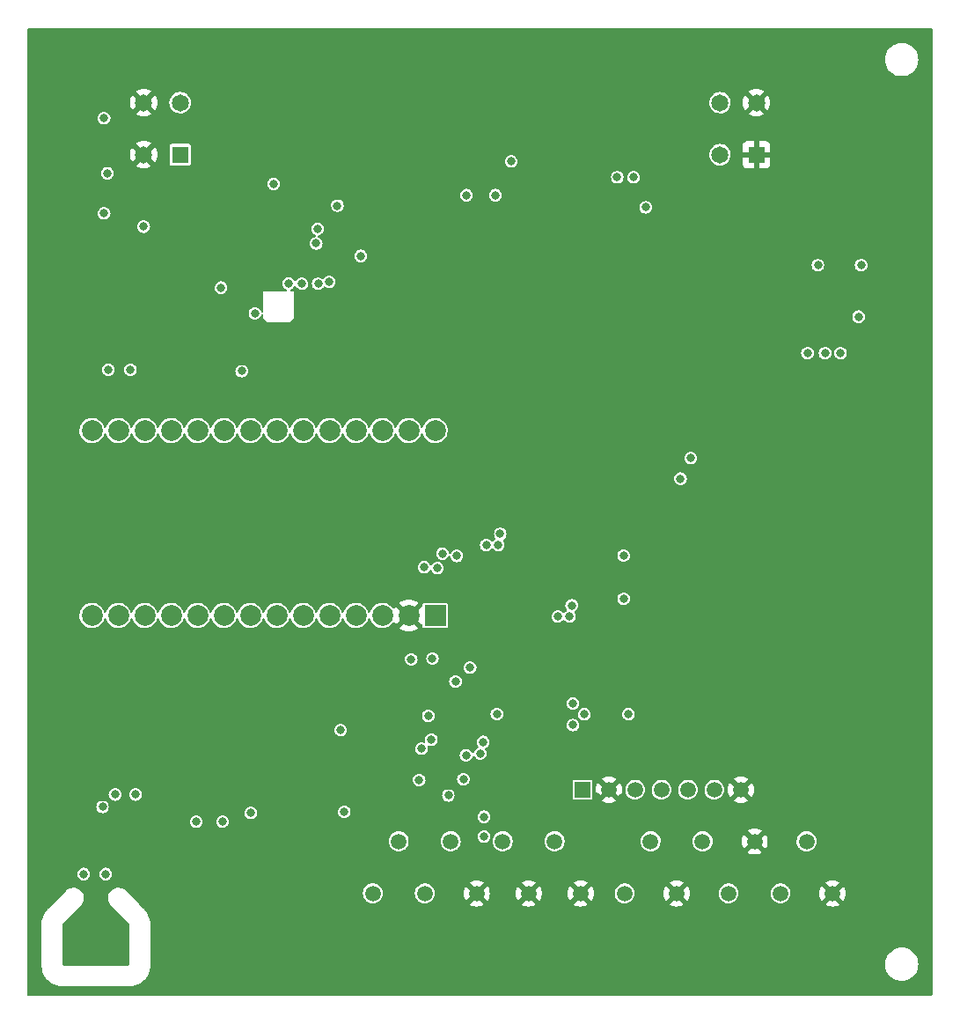
<source format=gbr>
%TF.GenerationSoftware,KiCad,Pcbnew,(6.0.11)*%
%TF.CreationDate,2023-08-29T15:11:37+02:00*%
%TF.ProjectId,walter-feels,77616c74-6572-42d6-9665-656c732e6b69,2.0*%
%TF.SameCoordinates,Original*%
%TF.FileFunction,Copper,L2,Inr*%
%TF.FilePolarity,Positive*%
%FSLAX46Y46*%
G04 Gerber Fmt 4.6, Leading zero omitted, Abs format (unit mm)*
G04 Created by KiCad (PCBNEW (6.0.11)) date 2023-08-29 15:11:37*
%MOMM*%
%LPD*%
G01*
G04 APERTURE LIST*
%TA.AperFunction,ComponentPad*%
%ADD10R,1.500000X1.500000*%
%TD*%
%TA.AperFunction,ComponentPad*%
%ADD11C,1.500000*%
%TD*%
%TA.AperFunction,ComponentPad*%
%ADD12C,1.650000*%
%TD*%
%TA.AperFunction,ComponentPad*%
%ADD13R,1.650000X1.650000*%
%TD*%
%TA.AperFunction,ComponentPad*%
%ADD14C,2.000000*%
%TD*%
%TA.AperFunction,ComponentPad*%
%ADD15R,2.000000X2.000000*%
%TD*%
%TA.AperFunction,ViaPad*%
%ADD16C,0.800000*%
%TD*%
G04 APERTURE END LIST*
D10*
%TO.N,Net-(C52-Pad1)*%
%TO.C,U10*%
X146282200Y-133213800D03*
D11*
%TO.N,GND*%
X148822200Y-133213800D03*
%TO.N,CO2_SCL*%
X151362200Y-133213800D03*
%TO.N,CO2_SDA*%
X153902200Y-133213800D03*
%TO.N,unconnected-(U10-Pad5)*%
X156442200Y-133213800D03*
%TO.N,unconnected-(U10-Pad6)*%
X158982200Y-133213800D03*
%TO.N,GND*%
X161522200Y-133213800D03*
%TD*%
D12*
%TO.N,GND*%
%TO.C,J3*%
X163014600Y-67146800D03*
D13*
X163014600Y-72146800D03*
D12*
%TO.N,VBAT*%
X159514600Y-67146800D03*
X159514600Y-72146800D03*
%TD*%
D11*
%TO.N,+3.3V*%
%TO.C,J5*%
X126106600Y-143179800D03*
%TO.N,+5V*%
X128606600Y-138179800D03*
%TO.N,1W_DAT*%
X131106600Y-143179800D03*
%TO.N,1W_GND*%
X133606600Y-138179800D03*
%TO.N,GND*%
X136106600Y-143179800D03*
%TO.N,GPIOA*%
X138606600Y-138179800D03*
%TO.N,GND*%
X141106600Y-143179800D03*
%TO.N,GPIOB*%
X143606600Y-138179800D03*
%TO.N,GND*%
X146106600Y-143179800D03*
%TD*%
%TO.N,RS232_RX*%
%TO.C,J4*%
X150342600Y-143179800D03*
%TO.N,RS232_TX*%
X152842600Y-138179800D03*
%TO.N,GND*%
X155342600Y-143179800D03*
%TO.N,RS485_A*%
X157842600Y-138179800D03*
%TO.N,RS485_B*%
X160342600Y-143179800D03*
%TO.N,GND*%
X162842600Y-138179800D03*
%TO.N,SDI12_IO*%
X165342600Y-143179800D03*
%TO.N,12V*%
X167842600Y-138179800D03*
%TO.N,GND*%
X170342600Y-143179800D03*
%TD*%
D13*
%TO.N,VSOLAR*%
%TO.C,J2*%
X107566400Y-72146800D03*
D12*
X107566400Y-67146800D03*
%TO.N,GND*%
X104066400Y-72146800D03*
X104066400Y-67146800D03*
%TD*%
D14*
%TO.N,unconnected-(U1-Pad1)*%
%TO.C,U1*%
X132105600Y-98679000D03*
%TO.N,unconnected-(U1-Pad2)*%
X129565600Y-98679000D03*
%TO.N,unconnected-(U1-Pad3)*%
X127025600Y-98679000D03*
%TO.N,12V_EN*%
X124485600Y-98679000D03*
%TO.N,CO2_SDA*%
X121945600Y-98679000D03*
%TO.N,CO2_SCL*%
X119405600Y-98679000D03*
%TO.N,CO2_EN*%
X116865600Y-98679000D03*
%TO.N,GPIOB*%
X114325600Y-98679000D03*
%TO.N,GPIOA*%
X111785600Y-98679000D03*
%TO.N,SER_TX*%
X109245600Y-98679000D03*
%TO.N,SER_RX*%
X106705600Y-98679000D03*
%TO.N,I2C_SDA*%
X104165600Y-98679000D03*
%TO.N,I2C_SCL*%
X101625600Y-98679000D03*
%TO.N,I2C_BUSPOW*%
X99085600Y-98679000D03*
%TO.N,SD_DAT0*%
X99085600Y-116459000D03*
%TO.N,SD_CLK*%
X101625600Y-116459000D03*
%TO.N,SD_CMD*%
X104165600Y-116459000D03*
%TO.N,1W_3V3_IO*%
X106705600Y-116459000D03*
%TO.N,~{RS232_RX_EN}*%
X109245600Y-116459000D03*
%TO.N,RS232_TX_EN*%
X111785600Y-116459000D03*
%TO.N,RS485_TX_EN*%
X114325600Y-116459000D03*
%TO.N,RS485_RX_EN*%
X116865600Y-116459000D03*
%TO.N,SDI12_RX_EN*%
X119405600Y-116459000D03*
%TO.N,SDI12_TX_EN*%
X121945600Y-116459000D03*
%TO.N,unconnected-(U1-Pad25)*%
X124485600Y-116459000D03*
%TO.N,+3.3V*%
X127025600Y-116459000D03*
%TO.N,GND*%
X129565600Y-116459000D03*
D15*
%TO.N,+5V*%
X132105600Y-116459000D03*
%TD*%
D16*
%TO.N,GND*%
X125220000Y-144800000D03*
X116240000Y-143180000D03*
X121740000Y-141580000D03*
X118950000Y-138630000D03*
X116320000Y-136750000D03*
X110270000Y-147320000D03*
X146010000Y-129710000D03*
X144450000Y-128120000D03*
X147000000Y-127610000D03*
X147770000Y-129000000D03*
%TO.N,+5V*%
X169617200Y-91236800D03*
X129810000Y-120680000D03*
X156692600Y-101320600D03*
X123367800Y-135331200D03*
X123012200Y-127482600D03*
X167929600Y-91236800D03*
X155711400Y-103305202D03*
%TO.N,GND*%
X98430000Y-119340000D03*
X179578000Y-74396600D03*
X146329400Y-152577800D03*
X108000800Y-100558600D03*
X111100000Y-126470000D03*
X127939800Y-132359400D03*
X141478000Y-118745000D03*
X151037574Y-81483200D03*
X125580000Y-126460000D03*
X93243400Y-63550800D03*
X99466400Y-84582000D03*
X160731200Y-102820102D03*
X149123400Y-60420000D03*
X157759400Y-133985000D03*
X132359399Y-152577800D03*
X179578000Y-84175599D03*
X160020000Y-141401800D03*
X179578000Y-88366599D03*
X156972000Y-73152000D03*
X128803400Y-109347000D03*
X95351600Y-86156800D03*
X175945800Y-98552000D03*
X129050000Y-80970000D03*
X122732800Y-95910400D03*
X163093400Y-60420000D03*
X128583974Y-73304400D03*
X158826200Y-88239600D03*
X146989800Y-109042200D03*
X93243400Y-119430800D03*
X112369600Y-61925200D03*
X179578000Y-123291598D03*
X136559574Y-65963800D03*
X107391200Y-147066000D03*
X117678200Y-92964000D03*
X172847000Y-100431600D03*
X113580000Y-132630000D03*
X141000000Y-104260000D03*
X118414800Y-90373200D03*
X93243400Y-67741800D03*
X179578000Y-70205600D03*
X97485200Y-101904800D03*
X110007399Y-152577800D03*
X117816374Y-81686400D03*
X99491800Y-87706200D03*
X114147600Y-150799800D03*
X96037400Y-60420000D03*
X165887398Y-152577800D03*
X126221774Y-75971400D03*
X93243400Y-118033800D03*
X155473400Y-72009000D03*
X168681399Y-152577800D03*
X156108400Y-60420000D03*
X114223800Y-144373600D03*
X179578000Y-127482599D03*
X93243400Y-71932800D03*
X126542800Y-127609600D03*
X107920000Y-123090000D03*
X136474200Y-103784400D03*
X115730000Y-120530000D03*
X170916600Y-77571600D03*
X107060000Y-129590000D03*
X93243400Y-145973800D03*
X179578000Y-102336599D03*
X179578000Y-114909598D03*
X146583400Y-135864600D03*
X105410000Y-120560000D03*
X179578000Y-85572598D03*
X118846600Y-130352800D03*
X129743200Y-103936800D03*
X155473400Y-74295000D03*
X95123000Y-96367600D03*
X93243400Y-111048800D03*
X121945400Y-107111800D03*
X172796200Y-106908600D03*
X95554800Y-65024000D03*
X138861800Y-130556000D03*
X98831399Y-152577800D03*
X117790000Y-125300000D03*
X151037574Y-92659200D03*
X93243400Y-98475800D03*
X169367200Y-87630000D03*
X101117400Y-76682600D03*
X147650200Y-133934200D03*
X94869000Y-142316200D03*
X93243400Y-138988800D03*
X113207800Y-101015800D03*
X154051000Y-88239600D03*
X93243400Y-69138800D03*
X107150000Y-124960000D03*
X179578000Y-145643600D03*
X179578000Y-93954598D03*
X179578000Y-126085599D03*
X124358400Y-109347000D03*
X99517200Y-64643000D03*
X107213398Y-152577800D03*
X100640000Y-123430000D03*
X170662600Y-115112800D03*
X109321600Y-143027400D03*
X154101800Y-97892502D03*
X100310000Y-119420000D03*
X104851200Y-131419600D03*
X163753800Y-146227800D03*
X151231600Y-135864600D03*
X179578000Y-120497599D03*
X143535399Y-152577800D03*
X166674800Y-140538200D03*
X111328200Y-103047800D03*
X94640400Y-152577800D03*
X93243400Y-88696800D03*
X122809000Y-90424000D03*
X93243400Y-70535800D03*
X119634000Y-109321600D03*
X120396000Y-129997200D03*
X121183400Y-60420000D03*
X161213800Y-88239600D03*
X154051000Y-107112702D03*
X111794574Y-66624200D03*
X93243400Y-84505800D03*
X110058200Y-93167200D03*
X130260374Y-93802200D03*
X172872400Y-60420000D03*
X93243400Y-108254800D03*
X148564600Y-65786000D03*
X101625400Y-60420000D03*
X164363400Y-83870800D03*
X179578000Y-107924600D03*
X94615000Y-132715000D03*
X140741399Y-152577800D03*
X110388400Y-100787200D03*
X135153400Y-60420000D03*
X156108399Y-152577800D03*
X155600400Y-97663000D03*
X167259000Y-68503800D03*
X157464800Y-78867000D03*
X145627374Y-93802200D03*
X179578000Y-103733599D03*
X159308800Y-118795800D03*
X111040000Y-120450000D03*
X112988374Y-65100200D03*
X108610400Y-60420000D03*
X114580000Y-125250000D03*
X140182600Y-139674600D03*
X94691200Y-137337800D03*
X98199400Y-142414800D03*
X113090000Y-126400000D03*
X142833374Y-93802200D03*
X100228399Y-152577800D03*
X166344600Y-65100200D03*
X153314401Y-60420000D03*
X169341800Y-146456400D03*
X102880000Y-117860000D03*
X151028400Y-94056200D03*
X126771399Y-152577800D03*
X135440000Y-109620000D03*
X129565398Y-152577800D03*
X130962399Y-152577800D03*
X143789400Y-64846200D03*
X165557200Y-123825000D03*
X93243400Y-122224800D03*
X178460399Y-152577800D03*
X103022400Y-60420000D03*
X118389399Y-60420000D03*
X159588200Y-137007600D03*
X172110400Y-81508600D03*
X144484374Y-74269600D03*
X116960000Y-121930000D03*
X163245800Y-79933800D03*
X114198399Y-152577800D03*
X150799800Y-106909502D03*
X108889800Y-138607800D03*
X153060400Y-140589000D03*
X131657374Y-93802200D03*
X140411200Y-146227800D03*
X104190800Y-102184200D03*
X141050000Y-114840000D03*
X95808800Y-99161600D03*
X111794574Y-73710800D03*
X114430000Y-128060000D03*
X140055600Y-63728600D03*
X151257000Y-101042102D03*
X143179800Y-134594600D03*
X107391200Y-106349800D03*
X153060400Y-108128702D03*
X179578000Y-98145599D03*
X165684200Y-79933800D03*
X109448600Y-140284200D03*
X179578000Y-78587600D03*
X125374399Y-152577800D03*
X176149000Y-119659400D03*
X113570000Y-134040000D03*
X93243400Y-137591800D03*
X105240000Y-117850000D03*
X109067600Y-145567400D03*
X165887400Y-60420000D03*
X100228400Y-60420000D03*
X114790000Y-122430000D03*
X116103400Y-101346000D03*
X108820000Y-128910000D03*
X99974400Y-136068200D03*
X165506400Y-115163600D03*
X112030000Y-134590000D03*
X165684200Y-77571600D03*
X175666399Y-152577800D03*
X124764800Y-103759000D03*
X135760000Y-123460000D03*
X177952400Y-101269800D03*
X93243400Y-78917800D03*
X93243400Y-102666800D03*
X172112200Y-76022200D03*
X135153400Y-139420600D03*
X172796200Y-140208000D03*
X93243400Y-91490800D03*
X179578000Y-135864599D03*
X176225200Y-135661400D03*
X156133800Y-137998200D03*
X163093399Y-152577800D03*
X112801400Y-60420000D03*
X174980600Y-102362000D03*
X122580399Y-152577800D03*
X93243400Y-99872800D03*
X127110774Y-68351400D03*
X179578000Y-72999598D03*
X130960000Y-121530000D03*
X128168398Y-152577800D03*
X104292400Y-96291400D03*
X171475398Y-152577800D03*
X103022399Y-152577800D03*
X115733574Y-80695800D03*
X99796600Y-113182400D03*
X93243400Y-80314800D03*
X93243400Y-126415800D03*
X121090000Y-118410000D03*
X107670000Y-127850000D03*
X136559574Y-68351400D03*
X157505398Y-152577800D03*
X117017800Y-148285200D03*
X135590000Y-120400000D03*
X179578000Y-63220600D03*
X129250000Y-79900000D03*
X95199200Y-112953800D03*
X94843600Y-121259600D03*
X166801800Y-86080600D03*
X179578000Y-117703599D03*
X131240000Y-123450000D03*
X171170600Y-81508600D03*
X93243400Y-62153800D03*
X128168400Y-60420000D03*
X112160000Y-127460000D03*
X116772974Y-79705200D03*
X117814374Y-78714600D03*
X121589800Y-144500600D03*
X110550000Y-118450000D03*
X163601400Y-93878400D03*
X179578000Y-134467599D03*
X126746000Y-102285800D03*
X140462000Y-125044200D03*
X124265974Y-75971400D03*
X141283974Y-65963800D03*
X102133400Y-75488800D03*
X120675400Y-66675000D03*
X133308374Y-73304400D03*
X125450600Y-134899400D03*
X129310000Y-78880000D03*
X175590200Y-78816200D03*
X97434400Y-133426200D03*
X105816401Y-60420000D03*
X179578000Y-149834600D03*
X159649200Y-78867000D03*
X121615200Y-93167200D03*
X130225800Y-128117600D03*
X119938800Y-64033400D03*
X151917400Y-104191702D03*
X151917399Y-152577800D03*
X106450000Y-121700000D03*
X116535200Y-141351000D03*
X132765800Y-140639800D03*
X101625397Y-152577800D03*
X177190400Y-133223000D03*
X156794200Y-77444600D03*
X151037574Y-91262200D03*
X110690000Y-128480000D03*
X146329399Y-60420000D03*
X93243400Y-136194800D03*
X93243400Y-66344800D03*
X105310000Y-119110000D03*
X114147600Y-140411200D03*
X102430000Y-122580000D03*
X99999800Y-106680000D03*
X122656600Y-66014600D03*
X154711400Y-101793202D03*
X93243400Y-87299800D03*
X99466400Y-90144600D03*
X117043200Y-144983200D03*
X134086600Y-124206000D03*
X174269399Y-60420000D03*
X164312600Y-85267800D03*
X101676200Y-129311400D03*
X176301400Y-109956600D03*
X114147600Y-142265400D03*
X114182174Y-73710800D03*
X111770000Y-129420000D03*
X139344397Y-152577800D03*
X93243400Y-113842800D03*
X93243400Y-74726800D03*
X170357800Y-136906000D03*
X93243400Y-77520800D03*
X177063397Y-152577800D03*
X160299399Y-152577800D03*
X174269399Y-152577800D03*
X160756600Y-110287702D03*
X161340800Y-97612200D03*
X170230800Y-81508600D03*
X155092400Y-87172800D03*
X167284398Y-152577800D03*
X116770974Y-78714600D03*
X110120000Y-125550000D03*
X93243400Y-64947800D03*
X108661200Y-150799800D03*
X120599200Y-126720600D03*
X108400000Y-130990000D03*
X98425000Y-92456000D03*
X126796800Y-146456400D03*
X168249600Y-88872800D03*
X147878800Y-116890800D03*
X106930000Y-120560000D03*
X124723174Y-90652600D03*
X166217600Y-75361800D03*
X134451374Y-93802200D03*
X118800000Y-120950000D03*
X169367200Y-88872800D03*
X158013400Y-141478000D03*
X170078399Y-152577800D03*
X152704800Y-87172800D03*
X151037574Y-82880200D03*
X117814374Y-77724000D03*
X93243400Y-115239800D03*
X138240000Y-127500000D03*
X163652200Y-74244200D03*
X147726399Y-152577800D03*
X142780000Y-117460000D03*
X105910000Y-135270000D03*
X144932398Y-152577800D03*
X115595400Y-60420000D03*
X154711399Y-152577800D03*
X93243400Y-120827800D03*
X151485600Y-62052200D03*
X135153400Y-152577800D03*
X154482800Y-122961400D03*
X128676400Y-130048000D03*
X151917400Y-68046600D03*
X115519200Y-108229400D03*
X169824400Y-95275400D03*
X176784000Y-106197400D03*
X170535600Y-88872800D03*
X157607000Y-139725400D03*
X170967400Y-124485400D03*
X161137600Y-65354200D03*
X118364000Y-73660000D03*
X93243400Y-90093800D03*
X166928800Y-110286800D03*
X131267200Y-96850200D03*
X139820000Y-132680000D03*
X130946174Y-75971400D03*
X108880000Y-133760000D03*
X116770974Y-77724000D03*
X177647600Y-73507600D03*
X179578000Y-148437598D03*
X149555200Y-104191702D03*
X179578000Y-124688598D03*
X152984200Y-118821200D03*
X119786401Y-60420000D03*
X93243400Y-104063800D03*
X98496000Y-135453000D03*
X125713774Y-93395800D03*
X141046200Y-120573800D03*
X164998400Y-111429800D03*
X109397800Y-68478400D03*
X179578000Y-119100598D03*
X179578000Y-133070598D03*
X164998400Y-109143800D03*
X144230374Y-93802200D03*
X93243400Y-83108800D03*
X124723174Y-86461600D03*
X179578000Y-131673598D03*
X132359399Y-60420000D03*
X170357800Y-68326000D03*
X124659751Y-78764900D03*
X179578000Y-66014599D03*
X107213400Y-60420000D03*
X137740000Y-118270000D03*
X126680000Y-81360000D03*
X93243400Y-132003800D03*
X149428200Y-128803400D03*
X142722600Y-61696600D03*
X177469800Y-142976600D03*
X125831600Y-64287400D03*
X170078400Y-60420000D03*
X173380400Y-79933800D03*
X151037574Y-80086200D03*
X153314398Y-152577800D03*
X149555200Y-108331000D03*
X123630000Y-124460000D03*
X95961200Y-88595200D03*
X158394400Y-97663000D03*
X155905200Y-110160702D03*
X118140000Y-118400000D03*
X113570000Y-130850000D03*
X164490399Y-152577800D03*
X118059200Y-96139000D03*
X138921774Y-65963800D03*
X154889200Y-65532000D03*
X170535600Y-87630000D03*
X159791400Y-139471400D03*
X121940000Y-120490000D03*
X140004800Y-122555000D03*
X115731574Y-78714600D03*
X158724600Y-109093902D03*
X93243400Y-123621800D03*
X133858000Y-127834698D03*
X172796200Y-103581200D03*
X124723174Y-85064600D03*
X133054374Y-93802200D03*
X141283974Y-68351400D03*
X113230000Y-120550000D03*
X93243400Y-109651800D03*
X151037574Y-84277200D03*
X117856000Y-103759000D03*
X144754600Y-135610600D03*
X179578000Y-147040599D03*
X165963600Y-128549400D03*
X110510000Y-134910000D03*
X98831400Y-60420000D03*
X157505400Y-60420000D03*
X148031200Y-105385502D03*
X168122600Y-95275400D03*
X155498800Y-129108200D03*
X120142000Y-105689400D03*
X152222200Y-101042102D03*
X134197374Y-68351400D03*
X123266200Y-61772800D03*
X152628600Y-133985000D03*
X114182174Y-68986400D03*
X179578000Y-109321599D03*
X107416600Y-140817600D03*
X133756400Y-102819200D03*
X93243400Y-85902800D03*
X110510000Y-132490000D03*
X128863374Y-93802200D03*
X106197400Y-149352000D03*
X156438600Y-88239600D03*
X179578000Y-142849597D03*
X171475400Y-60420000D03*
X179578000Y-92557599D03*
X161569400Y-79044800D03*
X117816374Y-79705200D03*
X138252200Y-61620400D03*
X100330000Y-96139000D03*
X174574200Y-74599800D03*
X151037574Y-89865200D03*
X103430000Y-135330000D03*
X179578000Y-100939600D03*
X116916200Y-150749000D03*
X170027600Y-133477000D03*
X111226600Y-150672800D03*
X118186200Y-72466200D03*
X138921774Y-68351400D03*
X93243400Y-144576800D03*
X126771400Y-60420000D03*
X148793200Y-135864600D03*
X158724600Y-143383000D03*
X93243400Y-147370800D03*
X179578000Y-141452599D03*
X125800000Y-118410000D03*
X129641600Y-140157200D03*
X177063400Y-60420000D03*
X109560000Y-127320000D03*
X179578000Y-128879599D03*
X104419399Y-60420000D03*
X133756398Y-152577800D03*
X135356600Y-64033400D03*
X150520400Y-60420000D03*
X158902400Y-60420000D03*
X151037574Y-88468200D03*
X112801400Y-152577800D03*
X135483600Y-96875600D03*
X170027600Y-71221600D03*
X114198400Y-60420000D03*
X151028400Y-95453200D03*
X130450000Y-130430000D03*
X159867600Y-89306400D03*
X159791400Y-97663000D03*
X146846574Y-74269600D03*
X158724600Y-111506902D03*
X179578000Y-130276599D03*
X124748574Y-68351400D03*
X144780000Y-98679000D03*
X125940000Y-78660000D03*
X144932400Y-60420000D03*
X139192000Y-106426000D03*
X179578000Y-79984599D03*
X167284401Y-60420000D03*
X95224600Y-83489800D03*
X171043600Y-110032800D03*
X102793800Y-139852400D03*
X164488600Y-76047600D03*
X115733574Y-79705200D03*
X118338600Y-100279200D03*
X153212800Y-115138200D03*
X169621200Y-85140800D03*
X140081000Y-97028000D03*
X164160200Y-91643200D03*
X102950000Y-127250000D03*
X123164600Y-112191800D03*
X96037398Y-152577800D03*
X127110774Y-65963800D03*
X108610400Y-152577800D03*
X153619200Y-135864600D03*
X116408200Y-62128400D03*
X179578000Y-116306600D03*
X148421374Y-93802200D03*
X103530400Y-69570600D03*
X171373800Y-73634600D03*
X157581600Y-65608200D03*
X164490400Y-81432400D03*
X95631000Y-91389200D03*
X163068000Y-110286800D03*
X135700000Y-115120000D03*
X110007400Y-60420000D03*
X178460400Y-60420000D03*
X179578000Y-89763599D03*
X149885400Y-130378200D03*
X112060000Y-130820000D03*
X162458400Y-97028000D03*
X134197374Y-65963800D03*
X93243400Y-141782800D03*
X142138400Y-152577800D03*
X179578000Y-138658600D03*
X179578000Y-110718598D03*
X159385000Y-77012800D03*
X165989000Y-73329800D03*
X135460000Y-118250000D03*
X136550400Y-60420000D03*
X172872400Y-62026800D03*
X93243400Y-134797800D03*
X140039374Y-93802200D03*
X124723174Y-92049600D03*
X116789200Y-113766600D03*
X177317400Y-80899000D03*
X177368200Y-68707000D03*
X162128200Y-142722600D03*
X156997400Y-97663000D03*
X139903200Y-100914200D03*
X133756401Y-60420000D03*
X149996174Y-93700600D03*
X113180000Y-128520000D03*
X114182174Y-71348600D03*
X152806400Y-126390400D03*
X121920000Y-130454400D03*
X127050000Y-125100000D03*
X152120600Y-145796000D03*
X108356400Y-102260400D03*
X143535400Y-60420000D03*
X167055800Y-61950600D03*
X144780000Y-132461000D03*
X150063200Y-133985000D03*
X99370000Y-121960000D03*
X143230600Y-119075200D03*
X115112800Y-146253200D03*
X93243400Y-125018800D03*
X104470200Y-91795600D03*
X116772974Y-81686400D03*
X106810000Y-133390000D03*
X123410000Y-82890000D03*
X94640400Y-60420000D03*
X116992399Y-152577800D03*
X141436374Y-93802200D03*
X160299399Y-60420000D03*
X164490400Y-60420000D03*
X130098800Y-113639600D03*
X168681400Y-60420000D03*
X135180000Y-100080000D03*
X152298400Y-65481200D03*
X137947400Y-60420000D03*
X158927800Y-135458200D03*
X123520200Y-101320600D03*
X102370000Y-124860000D03*
X97434401Y-60420000D03*
X115731574Y-77724000D03*
X127457200Y-96875600D03*
X179578000Y-64617599D03*
X144881600Y-106070400D03*
X93243400Y-150164800D03*
X145389600Y-139776200D03*
X116992400Y-60420000D03*
X162534600Y-75742800D03*
X123977400Y-60420000D03*
X164820600Y-97028000D03*
X179578000Y-91160599D03*
X176936400Y-138811000D03*
X93243400Y-60756800D03*
X93243400Y-151561800D03*
X93243400Y-106857800D03*
X142138400Y-60420000D03*
X108430000Y-126190000D03*
X114182174Y-66624200D03*
X117805200Y-66065400D03*
X149199600Y-68046600D03*
X142062200Y-135534400D03*
X124723174Y-89255600D03*
X177596800Y-84328000D03*
X112080000Y-133090000D03*
X104200000Y-121870000D03*
X115650000Y-118420000D03*
X160731200Y-101168200D03*
X179578000Y-86969598D03*
X111404398Y-152577800D03*
X176098200Y-115189000D03*
X124053600Y-139547600D03*
X127270000Y-78660000D03*
X104940000Y-125180000D03*
X93243400Y-95681800D03*
X179578000Y-68808599D03*
X97434400Y-152577800D03*
X155194000Y-134035800D03*
X159359600Y-127406400D03*
X151333200Y-97002600D03*
X142544800Y-108762800D03*
X161696401Y-60420000D03*
X154711400Y-60420000D03*
X113240000Y-118470000D03*
X154152600Y-109551102D03*
X127466374Y-93802200D03*
X136750000Y-111940000D03*
X129472974Y-65963800D03*
X116772974Y-80695800D03*
X146151600Y-146558000D03*
X111794574Y-71348600D03*
X93243400Y-127812800D03*
X102860000Y-119330000D03*
X115733574Y-81686400D03*
X151917400Y-60420000D03*
X131835174Y-65963800D03*
X147066000Y-98679000D03*
X145923000Y-103886000D03*
X174218600Y-65913000D03*
X117816374Y-80695800D03*
X96799400Y-124739400D03*
X121894600Y-149047200D03*
X134924800Y-146888200D03*
X179578000Y-61823598D03*
X129472974Y-68351400D03*
X157480000Y-87172800D03*
X158902398Y-152577800D03*
X108870000Y-135100000D03*
X137947399Y-152577800D03*
X147024374Y-93802200D03*
X179578000Y-99542598D03*
X150266400Y-101042102D03*
X171627800Y-98018600D03*
X179578000Y-96748599D03*
X131835174Y-68351400D03*
X132842000Y-61671200D03*
X108100000Y-121570000D03*
X179578000Y-144246599D03*
X93243400Y-76123800D03*
X179578000Y-75793599D03*
X153111200Y-72009000D03*
X100400000Y-117860000D03*
X95199200Y-127254000D03*
X159867600Y-87172800D03*
X98496000Y-140048400D03*
X123977399Y-152577800D03*
X172872400Y-152577800D03*
X152069800Y-110845600D03*
X153106200Y-78867000D03*
X148031200Y-119380000D03*
X100177600Y-62382400D03*
X154457400Y-100152200D03*
X93243400Y-94284800D03*
X179578000Y-81381598D03*
X106019600Y-64897000D03*
X142833374Y-67157600D03*
X165557200Y-119481600D03*
X155854400Y-99187000D03*
X159156400Y-114985800D03*
X110530000Y-133720000D03*
X129565400Y-60420000D03*
X148539200Y-139496800D03*
X176834800Y-129413000D03*
X163220400Y-77571600D03*
X177850800Y-77368400D03*
X97917000Y-129260600D03*
X144780000Y-101955600D03*
X107910000Y-118440000D03*
X155092400Y-89306400D03*
X142560000Y-128560000D03*
X148640800Y-121996200D03*
X128380000Y-78650000D03*
X125374401Y-60420000D03*
X150037800Y-124206000D03*
X147294600Y-62230000D03*
X143687800Y-121564400D03*
X93243400Y-97078800D03*
X124723174Y-87858600D03*
X93243400Y-143179800D03*
X126221774Y-73304400D03*
X107619800Y-144068800D03*
X124231400Y-127711200D03*
X179578000Y-112115600D03*
X151037574Y-87071200D03*
X93243400Y-116636800D03*
X123470000Y-118430000D03*
X95199200Y-108762800D03*
X171094400Y-129209800D03*
X151037574Y-85674200D03*
X178409600Y-95681800D03*
X110642400Y-96240600D03*
X170916600Y-79933800D03*
X130946174Y-73304400D03*
X179578000Y-121894599D03*
X121183398Y-152577800D03*
X174371000Y-70281800D03*
X138642374Y-93802200D03*
X156260800Y-135890000D03*
X100970000Y-121180000D03*
X93243400Y-92887800D03*
X93243400Y-148767800D03*
X93243400Y-112445800D03*
X132930000Y-135000000D03*
X179578000Y-151231599D03*
X148370574Y-73075800D03*
X111670000Y-125050000D03*
X159512000Y-122986800D03*
X111404401Y-60420000D03*
X153695400Y-103353502D03*
X174574200Y-81864200D03*
X129159000Y-133731000D03*
X163652200Y-82727800D03*
X152704800Y-89306400D03*
X161696399Y-152577800D03*
X105800000Y-128410000D03*
X132710000Y-107660000D03*
X93243400Y-81711800D03*
X169265600Y-97840800D03*
X120929400Y-100888800D03*
X179578000Y-60420000D03*
X139344401Y-60420000D03*
X93243400Y-130606800D03*
X157886400Y-146507200D03*
X149123398Y-152577800D03*
X128583974Y-75971400D03*
X95326200Y-104495600D03*
X155280400Y-78867000D03*
X106020000Y-123780000D03*
X168249600Y-87630000D03*
X142113000Y-121107200D03*
X179578000Y-67411597D03*
X179578000Y-106527599D03*
X126374174Y-80365600D03*
X140400000Y-128000000D03*
X130962400Y-60420000D03*
X124748574Y-65963800D03*
X105537000Y-137668000D03*
X103410000Y-125920000D03*
X93243400Y-105460800D03*
X179578000Y-140055599D03*
X154686000Y-68046600D03*
X93243400Y-73329800D03*
X157480000Y-89306400D03*
X179578000Y-82778599D03*
X122580400Y-60420000D03*
X115595398Y-152577800D03*
X139760000Y-115090000D03*
X104571800Y-109626400D03*
X155168600Y-62204600D03*
X135848374Y-93802200D03*
X170357800Y-64998600D03*
X104610000Y-127090000D03*
X145923000Y-96774000D03*
X100025200Y-131572000D03*
X170942000Y-119684800D03*
X134823200Y-135255000D03*
X133308374Y-75971400D03*
X179578000Y-95351598D03*
X93243400Y-129209800D03*
X136550399Y-152577800D03*
X111794574Y-68986400D03*
X93243400Y-140385800D03*
X140741400Y-60420000D03*
X153416000Y-74295000D03*
X113512600Y-105613200D03*
X179578000Y-77190598D03*
X175818800Y-95910400D03*
X93243400Y-101269800D03*
X160731200Y-99136200D03*
X119532400Y-72466200D03*
X179578000Y-105130597D03*
X150520400Y-152577800D03*
X173456600Y-146354800D03*
X176377600Y-124714000D03*
X108870000Y-132580000D03*
X109180000Y-124570000D03*
X111429800Y-110109000D03*
X93243400Y-133400800D03*
X125240000Y-119350000D03*
X106340000Y-126530000D03*
X130556000Y-64389000D03*
X103070000Y-120660000D03*
X179578000Y-113512599D03*
X137245374Y-93802200D03*
X179578000Y-71602599D03*
X179578000Y-137261598D03*
X147726401Y-60420000D03*
X110150000Y-130350000D03*
X175666401Y-60420000D03*
X128397000Y-61595000D03*
X160832800Y-74701400D03*
X108026200Y-113436400D03*
X173380400Y-77571600D03*
%TO.N,VSOLAR*%
X116569774Y-74955400D03*
X104072974Y-79069600D03*
%TO.N,Net-(C14-Pad1)*%
X114766374Y-87401400D03*
X120845000Y-84550000D03*
X149627574Y-74320400D03*
%TO.N,Net-(C15-Pad2)*%
X151177574Y-74320400D03*
X119295000Y-84550000D03*
%TO.N,VCC*%
X100258574Y-68648900D03*
X100563374Y-73932100D03*
X100258574Y-77792900D03*
X121920000Y-84390000D03*
X124949974Y-81889600D03*
%TO.N,/Power/VIN*%
X173088600Y-82778600D03*
X168935400Y-82778600D03*
%TO.N,VBAT*%
X152358374Y-77216000D03*
X118012274Y-84531200D03*
%TO.N,+3.3V*%
X131850000Y-120590000D03*
X111649200Y-136289500D03*
X136804400Y-135813800D03*
X100406200Y-141325600D03*
X114382000Y-135449500D03*
X98298000Y-141325600D03*
X136804400Y-137718800D03*
X109125300Y-136289500D03*
X135480000Y-121480000D03*
X138045300Y-125934700D03*
%TO.N,Net-(C60-Pad2)*%
X172847000Y-87731600D03*
X171117200Y-91236800D03*
%TO.N,12V*%
X150241000Y-110693200D03*
X150241000Y-114858800D03*
%TO.N,I2C_SDA*%
X103301800Y-133680200D03*
X100101400Y-134874000D03*
X101295200Y-133680200D03*
%TO.N,Net-(IC1-Pad11)*%
X111502974Y-84937600D03*
X113487200Y-92964000D03*
%TO.N,SDI12_IO*%
X146456400Y-125943398D03*
X150698200Y-125943398D03*
%TO.N,CO2_SCL*%
X138166800Y-109686800D03*
X145040000Y-116560000D03*
%TO.N,CO2_SDA*%
X145243200Y-115493200D03*
X138370000Y-108620000D03*
%TO.N,SER_RX*%
X136442600Y-129737000D03*
X131040000Y-111810000D03*
X133375400Y-133770800D03*
%TO.N,SER_TX*%
X136728200Y-128625600D03*
X134061200Y-122809000D03*
X132320000Y-111900000D03*
%TO.N,RS232_TX_EN*%
X130790000Y-129270000D03*
X130570000Y-132270000D03*
%TO.N,RS485_TX_EN*%
X131749800Y-128397000D03*
X134823200Y-132207000D03*
%TO.N,RS485_RX_EN*%
X131445000Y-126111000D03*
X135077200Y-129895600D03*
%TO.N,CO2_EN*%
X145364200Y-124917200D03*
X145364200Y-127000000D03*
X143897000Y-116560000D03*
X137023800Y-109686800D03*
%TO.N,I2C_BUSPOW*%
X102793800Y-92837000D03*
X100660200Y-92837000D03*
%TO.N,GPIOA*%
X132810000Y-110510000D03*
%TO.N,GPIOB*%
X134200000Y-110740000D03*
%TO.N,/Solar battery charger/TG*%
X137896600Y-76047600D03*
X120666833Y-80682200D03*
%TO.N,/Solar battery charger/BG*%
X120786174Y-79273400D03*
X135118774Y-76047600D03*
%TO.N,/Solar battery charger/OUTFET*%
X139429774Y-72796400D03*
X122700000Y-77050000D03*
%TD*%
%TA.AperFunction,Conductor*%
%TO.N,GND*%
G36*
X179941621Y-60020502D02*
G01*
X179988114Y-60074158D01*
X179999500Y-60126500D01*
X179999500Y-152873500D01*
X179979498Y-152941621D01*
X179925842Y-152988114D01*
X179873500Y-152999500D01*
X92963000Y-152999500D01*
X92894879Y-152979498D01*
X92848386Y-152925842D01*
X92837000Y-152873500D01*
X92837000Y-150116823D01*
X94241121Y-150116823D01*
X94241929Y-150123000D01*
X94241908Y-150123000D01*
X94259060Y-150384681D01*
X94259864Y-150388721D01*
X94259864Y-150388724D01*
X94309415Y-150637831D01*
X94310221Y-150641885D01*
X94394518Y-150890210D01*
X94510506Y-151125408D01*
X94656202Y-151343453D01*
X94658923Y-151346555D01*
X94658924Y-151346557D01*
X94826390Y-151537513D01*
X94826396Y-151537519D01*
X94829112Y-151540616D01*
X95026279Y-151713523D01*
X95244327Y-151859214D01*
X95248020Y-151861035D01*
X95248025Y-151861038D01*
X95248068Y-151861059D01*
X95479527Y-151975198D01*
X95483437Y-151976525D01*
X95483439Y-151976526D01*
X95723947Y-152058163D01*
X95723949Y-152058164D01*
X95727854Y-152059489D01*
X95985059Y-152110646D01*
X95989172Y-152110916D01*
X95989176Y-152110916D01*
X96213278Y-152125600D01*
X96225936Y-152127075D01*
X96229144Y-152127614D01*
X96234386Y-152128496D01*
X96246740Y-152128647D01*
X96251564Y-152127956D01*
X96251565Y-152127956D01*
X96273787Y-152124773D01*
X96291652Y-152123500D01*
X102633507Y-152123500D01*
X102654404Y-152125245D01*
X102673740Y-152128497D01*
X102686094Y-152128647D01*
X102691400Y-152127887D01*
X102701021Y-152126884D01*
X102943662Y-152110970D01*
X102943669Y-152110969D01*
X102947772Y-152110700D01*
X103204972Y-152059529D01*
X103208996Y-152058163D01*
X103449385Y-151976552D01*
X103449388Y-151976551D01*
X103453293Y-151975225D01*
X103456995Y-151973399D01*
X103456998Y-151973398D01*
X103684779Y-151861059D01*
X103688486Y-151859231D01*
X103691916Y-151856939D01*
X103691923Y-151856935D01*
X103903094Y-151715826D01*
X103906527Y-151713532D01*
X104103685Y-151540619D01*
X104276588Y-151343452D01*
X104306399Y-151298836D01*
X104419981Y-151128842D01*
X104419986Y-151128834D01*
X104422278Y-151125404D01*
X104538261Y-150890206D01*
X104622553Y-150641882D01*
X104672908Y-150388724D01*
X104672908Y-150388719D01*
X104673712Y-150384679D01*
X104688671Y-150156450D01*
X104690147Y-150143786D01*
X104691566Y-150135354D01*
X104691642Y-150129136D01*
X104691658Y-150127859D01*
X104691658Y-150127854D01*
X104691717Y-150123000D01*
X104687843Y-150095949D01*
X104686570Y-150078087D01*
X104686570Y-150000000D01*
X175394551Y-150000000D01*
X175414317Y-150251148D01*
X175415471Y-150255955D01*
X175415472Y-150255961D01*
X175445387Y-150380566D01*
X175473127Y-150496111D01*
X175475020Y-150500682D01*
X175475021Y-150500684D01*
X175531831Y-150637835D01*
X175569534Y-150728859D01*
X175701164Y-150943659D01*
X175704376Y-150947419D01*
X175704379Y-150947424D01*
X175849256Y-151117052D01*
X175864776Y-151135224D01*
X175868538Y-151138437D01*
X176052576Y-151295621D01*
X176052581Y-151295624D01*
X176056341Y-151298836D01*
X176271141Y-151430466D01*
X176275711Y-151432359D01*
X176275715Y-151432361D01*
X176499316Y-151524979D01*
X176503889Y-151526873D01*
X176572463Y-151543336D01*
X176744039Y-151584528D01*
X176744045Y-151584529D01*
X176748852Y-151585683D01*
X176837149Y-151592632D01*
X176934661Y-151600307D01*
X176934670Y-151600307D01*
X176937118Y-151600500D01*
X177062882Y-151600500D01*
X177065330Y-151600307D01*
X177065339Y-151600307D01*
X177162851Y-151592632D01*
X177251148Y-151585683D01*
X177255955Y-151584529D01*
X177255961Y-151584528D01*
X177427537Y-151543336D01*
X177496111Y-151526873D01*
X177500684Y-151524979D01*
X177724285Y-151432361D01*
X177724289Y-151432359D01*
X177728859Y-151430466D01*
X177943659Y-151298836D01*
X177947419Y-151295624D01*
X177947424Y-151295621D01*
X178131462Y-151138437D01*
X178135224Y-151135224D01*
X178150744Y-151117052D01*
X178295621Y-150947424D01*
X178295624Y-150947419D01*
X178298836Y-150943659D01*
X178430466Y-150728859D01*
X178468170Y-150637835D01*
X178524979Y-150500684D01*
X178524980Y-150500682D01*
X178526873Y-150496111D01*
X178554613Y-150380566D01*
X178584528Y-150255961D01*
X178584529Y-150255955D01*
X178585683Y-150251148D01*
X178605449Y-150000000D01*
X178585683Y-149748852D01*
X178526873Y-149503889D01*
X178430466Y-149271141D01*
X178298836Y-149056341D01*
X178295624Y-149052581D01*
X178295621Y-149052576D01*
X178138437Y-148868538D01*
X178135224Y-148864776D01*
X178117052Y-148849256D01*
X177947424Y-148704379D01*
X177947419Y-148704376D01*
X177943659Y-148701164D01*
X177728859Y-148569534D01*
X177724289Y-148567641D01*
X177724285Y-148567639D01*
X177500684Y-148475021D01*
X177500682Y-148475020D01*
X177496111Y-148473127D01*
X177411711Y-148452865D01*
X177255961Y-148415472D01*
X177255955Y-148415471D01*
X177251148Y-148414317D01*
X177162851Y-148407368D01*
X177065339Y-148399693D01*
X177065330Y-148399693D01*
X177062882Y-148399500D01*
X176937118Y-148399500D01*
X176934670Y-148399693D01*
X176934661Y-148399693D01*
X176837149Y-148407368D01*
X176748852Y-148414317D01*
X176744045Y-148415471D01*
X176744039Y-148415472D01*
X176588289Y-148452865D01*
X176503889Y-148473127D01*
X176499318Y-148475020D01*
X176499316Y-148475021D01*
X176275715Y-148567639D01*
X176275711Y-148567641D01*
X176271141Y-148569534D01*
X176056341Y-148701164D01*
X176052581Y-148704376D01*
X176052576Y-148704379D01*
X175882948Y-148849256D01*
X175864776Y-148864776D01*
X175861563Y-148868538D01*
X175704379Y-149052576D01*
X175704376Y-149052581D01*
X175701164Y-149056341D01*
X175569534Y-149271141D01*
X175473127Y-149503889D01*
X175414317Y-149748852D01*
X175394551Y-150000000D01*
X104686570Y-150000000D01*
X104686570Y-146175526D01*
X104688314Y-146154637D01*
X104690758Y-146140098D01*
X104691567Y-146135287D01*
X104691716Y-146122933D01*
X104689257Y-146105778D01*
X104688181Y-146094980D01*
X104677328Y-145902133D01*
X104677130Y-145898612D01*
X104639476Y-145677115D01*
X104577265Y-145461224D01*
X104491280Y-145253653D01*
X104382601Y-145057011D01*
X104380557Y-145054131D01*
X104380552Y-145054122D01*
X104254640Y-144876653D01*
X104254638Y-144876650D01*
X104252595Y-144873771D01*
X104130885Y-144737558D01*
X104122196Y-144726680D01*
X104112932Y-144713666D01*
X104104304Y-144704823D01*
X104099726Y-144701391D01*
X104082412Y-144688413D01*
X104068890Y-144676688D01*
X103622163Y-144229961D01*
X135420993Y-144229961D01*
X135430287Y-144241975D01*
X135470688Y-144270264D01*
X135480184Y-144275747D01*
X135669713Y-144364126D01*
X135680005Y-144367872D01*
X135882001Y-144421996D01*
X135892796Y-144423899D01*
X136101125Y-144442126D01*
X136112075Y-144442126D01*
X136320404Y-144423899D01*
X136331199Y-144421996D01*
X136533195Y-144367872D01*
X136543487Y-144364126D01*
X136733016Y-144275747D01*
X136742512Y-144270264D01*
X136783748Y-144241390D01*
X136792123Y-144230912D01*
X136791623Y-144229961D01*
X140420993Y-144229961D01*
X140430287Y-144241975D01*
X140470688Y-144270264D01*
X140480184Y-144275747D01*
X140669713Y-144364126D01*
X140680005Y-144367872D01*
X140882001Y-144421996D01*
X140892796Y-144423899D01*
X141101125Y-144442126D01*
X141112075Y-144442126D01*
X141320404Y-144423899D01*
X141331199Y-144421996D01*
X141533195Y-144367872D01*
X141543487Y-144364126D01*
X141733016Y-144275747D01*
X141742512Y-144270264D01*
X141783748Y-144241390D01*
X141792123Y-144230912D01*
X141791623Y-144229961D01*
X145420993Y-144229961D01*
X145430287Y-144241975D01*
X145470688Y-144270264D01*
X145480184Y-144275747D01*
X145669713Y-144364126D01*
X145680005Y-144367872D01*
X145882001Y-144421996D01*
X145892796Y-144423899D01*
X146101125Y-144442126D01*
X146112075Y-144442126D01*
X146320404Y-144423899D01*
X146331199Y-144421996D01*
X146533195Y-144367872D01*
X146543487Y-144364126D01*
X146733016Y-144275747D01*
X146742512Y-144270264D01*
X146783748Y-144241390D01*
X146792123Y-144230912D01*
X146791623Y-144229961D01*
X154656993Y-144229961D01*
X154666287Y-144241975D01*
X154706688Y-144270264D01*
X154716184Y-144275747D01*
X154905713Y-144364126D01*
X154916005Y-144367872D01*
X155118001Y-144421996D01*
X155128796Y-144423899D01*
X155337125Y-144442126D01*
X155348075Y-144442126D01*
X155556404Y-144423899D01*
X155567199Y-144421996D01*
X155769195Y-144367872D01*
X155779487Y-144364126D01*
X155969016Y-144275747D01*
X155978512Y-144270264D01*
X156019748Y-144241390D01*
X156028123Y-144230912D01*
X156027623Y-144229961D01*
X169656993Y-144229961D01*
X169666287Y-144241975D01*
X169706688Y-144270264D01*
X169716184Y-144275747D01*
X169905713Y-144364126D01*
X169916005Y-144367872D01*
X170118001Y-144421996D01*
X170128796Y-144423899D01*
X170337125Y-144442126D01*
X170348075Y-144442126D01*
X170556404Y-144423899D01*
X170567199Y-144421996D01*
X170769195Y-144367872D01*
X170779487Y-144364126D01*
X170969016Y-144275747D01*
X170978512Y-144270264D01*
X171019748Y-144241390D01*
X171028123Y-144230912D01*
X171021057Y-144217468D01*
X170355411Y-143551821D01*
X170341468Y-143544208D01*
X170339634Y-143544339D01*
X170333020Y-143548590D01*
X169663420Y-144218191D01*
X169656993Y-144229961D01*
X156027623Y-144229961D01*
X156021057Y-144217468D01*
X155355411Y-143551821D01*
X155341468Y-143544208D01*
X155339634Y-143544339D01*
X155333020Y-143548590D01*
X154663420Y-144218191D01*
X154656993Y-144229961D01*
X146791623Y-144229961D01*
X146785057Y-144217468D01*
X146119411Y-143551821D01*
X146105468Y-143544208D01*
X146103634Y-143544339D01*
X146097020Y-143548590D01*
X145427420Y-144218191D01*
X145420993Y-144229961D01*
X141791623Y-144229961D01*
X141785057Y-144217468D01*
X141119411Y-143551821D01*
X141105468Y-143544208D01*
X141103634Y-143544339D01*
X141097020Y-143548590D01*
X140427420Y-144218191D01*
X140420993Y-144229961D01*
X136791623Y-144229961D01*
X136785057Y-144217468D01*
X136119411Y-143551821D01*
X136105468Y-143544208D01*
X136103634Y-143544339D01*
X136097020Y-143548590D01*
X135427420Y-144218191D01*
X135420993Y-144229961D01*
X103622163Y-144229961D01*
X102558622Y-143166420D01*
X125148378Y-143166420D01*
X125164029Y-143352794D01*
X125165728Y-143358719D01*
X125210576Y-143515123D01*
X125215581Y-143532579D01*
X125221625Y-143544339D01*
X125258807Y-143616687D01*
X125301072Y-143698927D01*
X125417246Y-143845502D01*
X125421939Y-143849496D01*
X125421940Y-143849497D01*
X125462129Y-143883700D01*
X125559677Y-143966720D01*
X125565055Y-143969726D01*
X125565057Y-143969727D01*
X125641308Y-144012342D01*
X125722940Y-144057964D01*
X125900816Y-144115760D01*
X126086531Y-144137905D01*
X126092666Y-144137433D01*
X126092668Y-144137433D01*
X126266868Y-144124029D01*
X126266872Y-144124028D01*
X126273010Y-144123556D01*
X126453150Y-144073260D01*
X126620091Y-143988932D01*
X126644673Y-143969727D01*
X126762612Y-143877583D01*
X126762613Y-143877582D01*
X126767473Y-143873785D01*
X126889682Y-143732204D01*
X126982064Y-143569582D01*
X127041100Y-143392113D01*
X127064541Y-143206558D01*
X127064781Y-143189380D01*
X127064866Y-143183322D01*
X127064866Y-143183318D01*
X127064915Y-143179800D01*
X127063603Y-143166420D01*
X130148378Y-143166420D01*
X130164029Y-143352794D01*
X130165728Y-143358719D01*
X130210576Y-143515123D01*
X130215581Y-143532579D01*
X130221625Y-143544339D01*
X130258807Y-143616687D01*
X130301072Y-143698927D01*
X130417246Y-143845502D01*
X130421939Y-143849496D01*
X130421940Y-143849497D01*
X130462129Y-143883700D01*
X130559677Y-143966720D01*
X130565055Y-143969726D01*
X130565057Y-143969727D01*
X130641308Y-144012342D01*
X130722940Y-144057964D01*
X130900816Y-144115760D01*
X131086531Y-144137905D01*
X131092666Y-144137433D01*
X131092668Y-144137433D01*
X131266868Y-144124029D01*
X131266872Y-144124028D01*
X131273010Y-144123556D01*
X131453150Y-144073260D01*
X131620091Y-143988932D01*
X131644673Y-143969727D01*
X131762612Y-143877583D01*
X131762613Y-143877582D01*
X131767473Y-143873785D01*
X131889682Y-143732204D01*
X131982064Y-143569582D01*
X132041100Y-143392113D01*
X132064541Y-143206558D01*
X132064781Y-143189380D01*
X132064839Y-143185275D01*
X134844274Y-143185275D01*
X134862501Y-143393604D01*
X134864404Y-143404399D01*
X134918528Y-143606395D01*
X134922274Y-143616687D01*
X135010654Y-143806217D01*
X135016134Y-143815707D01*
X135045011Y-143856949D01*
X135055487Y-143865323D01*
X135068934Y-143858255D01*
X135734579Y-143192611D01*
X135740956Y-143180932D01*
X136471008Y-143180932D01*
X136471139Y-143182766D01*
X136475390Y-143189380D01*
X137144991Y-143858980D01*
X137156761Y-143865407D01*
X137168776Y-143856111D01*
X137197066Y-143815707D01*
X137202546Y-143806217D01*
X137290926Y-143616687D01*
X137294672Y-143606395D01*
X137348796Y-143404399D01*
X137350699Y-143393604D01*
X137368926Y-143185275D01*
X139844274Y-143185275D01*
X139862501Y-143393604D01*
X139864404Y-143404399D01*
X139918528Y-143606395D01*
X139922274Y-143616687D01*
X140010654Y-143806217D01*
X140016134Y-143815707D01*
X140045011Y-143856949D01*
X140055487Y-143865323D01*
X140068934Y-143858255D01*
X140734579Y-143192611D01*
X140740956Y-143180932D01*
X141471008Y-143180932D01*
X141471139Y-143182766D01*
X141475390Y-143189380D01*
X142144991Y-143858980D01*
X142156761Y-143865407D01*
X142168776Y-143856111D01*
X142197066Y-143815707D01*
X142202546Y-143806217D01*
X142290926Y-143616687D01*
X142294672Y-143606395D01*
X142348796Y-143404399D01*
X142350699Y-143393604D01*
X142368926Y-143185275D01*
X144844274Y-143185275D01*
X144862501Y-143393604D01*
X144864404Y-143404399D01*
X144918528Y-143606395D01*
X144922274Y-143616687D01*
X145010654Y-143806217D01*
X145016134Y-143815707D01*
X145045011Y-143856949D01*
X145055487Y-143865323D01*
X145068934Y-143858255D01*
X145734579Y-143192611D01*
X145740956Y-143180932D01*
X146471008Y-143180932D01*
X146471139Y-143182766D01*
X146475390Y-143189380D01*
X147144991Y-143858980D01*
X147156761Y-143865407D01*
X147168776Y-143856111D01*
X147197066Y-143815707D01*
X147202546Y-143806217D01*
X147290926Y-143616687D01*
X147294672Y-143606395D01*
X147348796Y-143404399D01*
X147350699Y-143393604D01*
X147368926Y-143185275D01*
X147368926Y-143174325D01*
X147368234Y-143166420D01*
X149384378Y-143166420D01*
X149400029Y-143352794D01*
X149401728Y-143358719D01*
X149446576Y-143515123D01*
X149451581Y-143532579D01*
X149457625Y-143544339D01*
X149494807Y-143616687D01*
X149537072Y-143698927D01*
X149653246Y-143845502D01*
X149657939Y-143849496D01*
X149657940Y-143849497D01*
X149698129Y-143883700D01*
X149795677Y-143966720D01*
X149801055Y-143969726D01*
X149801057Y-143969727D01*
X149877308Y-144012342D01*
X149958940Y-144057964D01*
X150136816Y-144115760D01*
X150322531Y-144137905D01*
X150328666Y-144137433D01*
X150328668Y-144137433D01*
X150502868Y-144124029D01*
X150502872Y-144124028D01*
X150509010Y-144123556D01*
X150689150Y-144073260D01*
X150856091Y-143988932D01*
X150880673Y-143969727D01*
X150998612Y-143877583D01*
X150998613Y-143877582D01*
X151003473Y-143873785D01*
X151125682Y-143732204D01*
X151218064Y-143569582D01*
X151277100Y-143392113D01*
X151300541Y-143206558D01*
X151300781Y-143189380D01*
X151300839Y-143185275D01*
X154080274Y-143185275D01*
X154098501Y-143393604D01*
X154100404Y-143404399D01*
X154154528Y-143606395D01*
X154158274Y-143616687D01*
X154246654Y-143806217D01*
X154252134Y-143815707D01*
X154281011Y-143856949D01*
X154291487Y-143865323D01*
X154304934Y-143858255D01*
X154970579Y-143192611D01*
X154976956Y-143180932D01*
X155707008Y-143180932D01*
X155707139Y-143182766D01*
X155711390Y-143189380D01*
X156380991Y-143858980D01*
X156392761Y-143865407D01*
X156404776Y-143856111D01*
X156433066Y-143815707D01*
X156438546Y-143806217D01*
X156526926Y-143616687D01*
X156530672Y-143606395D01*
X156584796Y-143404399D01*
X156586699Y-143393604D01*
X156604926Y-143185275D01*
X156604926Y-143174325D01*
X156604234Y-143166420D01*
X159384378Y-143166420D01*
X159400029Y-143352794D01*
X159401728Y-143358719D01*
X159446576Y-143515123D01*
X159451581Y-143532579D01*
X159457625Y-143544339D01*
X159494807Y-143616687D01*
X159537072Y-143698927D01*
X159653246Y-143845502D01*
X159657939Y-143849496D01*
X159657940Y-143849497D01*
X159698129Y-143883700D01*
X159795677Y-143966720D01*
X159801055Y-143969726D01*
X159801057Y-143969727D01*
X159877308Y-144012342D01*
X159958940Y-144057964D01*
X160136816Y-144115760D01*
X160322531Y-144137905D01*
X160328666Y-144137433D01*
X160328668Y-144137433D01*
X160502868Y-144124029D01*
X160502872Y-144124028D01*
X160509010Y-144123556D01*
X160689150Y-144073260D01*
X160856091Y-143988932D01*
X160880673Y-143969727D01*
X160998612Y-143877583D01*
X160998613Y-143877582D01*
X161003473Y-143873785D01*
X161125682Y-143732204D01*
X161218064Y-143569582D01*
X161277100Y-143392113D01*
X161300541Y-143206558D01*
X161300781Y-143189380D01*
X161300866Y-143183322D01*
X161300866Y-143183318D01*
X161300915Y-143179800D01*
X161299603Y-143166420D01*
X164384378Y-143166420D01*
X164400029Y-143352794D01*
X164401728Y-143358719D01*
X164446576Y-143515123D01*
X164451581Y-143532579D01*
X164457625Y-143544339D01*
X164494807Y-143616687D01*
X164537072Y-143698927D01*
X164653246Y-143845502D01*
X164657939Y-143849496D01*
X164657940Y-143849497D01*
X164698129Y-143883700D01*
X164795677Y-143966720D01*
X164801055Y-143969726D01*
X164801057Y-143969727D01*
X164877308Y-144012342D01*
X164958940Y-144057964D01*
X165136816Y-144115760D01*
X165322531Y-144137905D01*
X165328666Y-144137433D01*
X165328668Y-144137433D01*
X165502868Y-144124029D01*
X165502872Y-144124028D01*
X165509010Y-144123556D01*
X165689150Y-144073260D01*
X165856091Y-143988932D01*
X165880673Y-143969727D01*
X165998612Y-143877583D01*
X165998613Y-143877582D01*
X166003473Y-143873785D01*
X166125682Y-143732204D01*
X166218064Y-143569582D01*
X166277100Y-143392113D01*
X166300541Y-143206558D01*
X166300781Y-143189380D01*
X166300839Y-143185275D01*
X169080274Y-143185275D01*
X169098501Y-143393604D01*
X169100404Y-143404399D01*
X169154528Y-143606395D01*
X169158274Y-143616687D01*
X169246654Y-143806217D01*
X169252134Y-143815707D01*
X169281011Y-143856949D01*
X169291487Y-143865323D01*
X169304934Y-143858255D01*
X169970579Y-143192611D01*
X169976956Y-143180932D01*
X170707008Y-143180932D01*
X170707139Y-143182766D01*
X170711390Y-143189380D01*
X171380991Y-143858980D01*
X171392761Y-143865407D01*
X171404776Y-143856111D01*
X171433066Y-143815707D01*
X171438546Y-143806217D01*
X171526926Y-143616687D01*
X171530672Y-143606395D01*
X171584796Y-143404399D01*
X171586699Y-143393604D01*
X171604926Y-143185275D01*
X171604926Y-143174325D01*
X171586699Y-142965996D01*
X171584796Y-142955201D01*
X171530672Y-142753205D01*
X171526926Y-142742913D01*
X171438546Y-142553383D01*
X171433066Y-142543893D01*
X171404189Y-142502651D01*
X171393713Y-142494277D01*
X171380266Y-142501345D01*
X170714621Y-143166989D01*
X170707008Y-143180932D01*
X169976956Y-143180932D01*
X169978192Y-143178668D01*
X169978061Y-143176834D01*
X169973810Y-143170220D01*
X169304209Y-142500620D01*
X169292439Y-142494193D01*
X169280424Y-142503489D01*
X169252134Y-142543893D01*
X169246654Y-142553383D01*
X169158274Y-142742913D01*
X169154528Y-142753205D01*
X169100404Y-142955201D01*
X169098501Y-142965996D01*
X169080274Y-143174325D01*
X169080274Y-143185275D01*
X166300839Y-143185275D01*
X166300866Y-143183322D01*
X166300866Y-143183318D01*
X166300915Y-143179800D01*
X166282664Y-142993662D01*
X166228606Y-142814615D01*
X166140801Y-142649477D01*
X166062429Y-142553383D01*
X166026487Y-142509313D01*
X166026484Y-142509310D01*
X166022592Y-142504538D01*
X166016900Y-142499829D01*
X165883233Y-142389250D01*
X165883230Y-142389248D01*
X165878483Y-142385321D01*
X165713962Y-142296365D01*
X165535296Y-142241058D01*
X165529175Y-142240415D01*
X165529172Y-142240414D01*
X165355418Y-142222152D01*
X165355417Y-142222152D01*
X165349290Y-142221508D01*
X165232920Y-142232098D01*
X165169171Y-142237900D01*
X165169170Y-142237900D01*
X165163030Y-142238459D01*
X165157116Y-142240200D01*
X165157114Y-142240200D01*
X165154199Y-142241058D01*
X164983609Y-142291266D01*
X164817862Y-142377916D01*
X164672102Y-142495110D01*
X164551881Y-142638384D01*
X164461779Y-142802280D01*
X164459918Y-142808147D01*
X164459917Y-142808149D01*
X164456417Y-142819182D01*
X164405226Y-142980555D01*
X164404540Y-142986674D01*
X164385189Y-143159194D01*
X164384378Y-143166420D01*
X161299603Y-143166420D01*
X161282664Y-142993662D01*
X161228606Y-142814615D01*
X161140801Y-142649477D01*
X161062429Y-142553383D01*
X161026487Y-142509313D01*
X161026484Y-142509310D01*
X161022592Y-142504538D01*
X161016900Y-142499829D01*
X160883233Y-142389250D01*
X160883230Y-142389248D01*
X160878483Y-142385321D01*
X160713962Y-142296365D01*
X160535296Y-142241058D01*
X160529175Y-142240415D01*
X160529172Y-142240414D01*
X160355418Y-142222152D01*
X160355417Y-142222152D01*
X160349290Y-142221508D01*
X160232920Y-142232098D01*
X160169171Y-142237900D01*
X160169170Y-142237900D01*
X160163030Y-142238459D01*
X160157116Y-142240200D01*
X160157114Y-142240200D01*
X160154199Y-142241058D01*
X159983609Y-142291266D01*
X159817862Y-142377916D01*
X159672102Y-142495110D01*
X159551881Y-142638384D01*
X159461779Y-142802280D01*
X159459918Y-142808147D01*
X159459917Y-142808149D01*
X159456417Y-142819182D01*
X159405226Y-142980555D01*
X159404540Y-142986674D01*
X159385189Y-143159194D01*
X159384378Y-143166420D01*
X156604234Y-143166420D01*
X156586699Y-142965996D01*
X156584796Y-142955201D01*
X156530672Y-142753205D01*
X156526926Y-142742913D01*
X156438546Y-142553383D01*
X156433066Y-142543893D01*
X156404189Y-142502651D01*
X156393713Y-142494277D01*
X156380266Y-142501345D01*
X155714621Y-143166989D01*
X155707008Y-143180932D01*
X154976956Y-143180932D01*
X154978192Y-143178668D01*
X154978061Y-143176834D01*
X154973810Y-143170220D01*
X154304209Y-142500620D01*
X154292439Y-142494193D01*
X154280424Y-142503489D01*
X154252134Y-142543893D01*
X154246654Y-142553383D01*
X154158274Y-142742913D01*
X154154528Y-142753205D01*
X154100404Y-142955201D01*
X154098501Y-142965996D01*
X154080274Y-143174325D01*
X154080274Y-143185275D01*
X151300839Y-143185275D01*
X151300866Y-143183322D01*
X151300866Y-143183318D01*
X151300915Y-143179800D01*
X151282664Y-142993662D01*
X151228606Y-142814615D01*
X151140801Y-142649477D01*
X151062429Y-142553383D01*
X151026487Y-142509313D01*
X151026484Y-142509310D01*
X151022592Y-142504538D01*
X151016900Y-142499829D01*
X150883233Y-142389250D01*
X150883230Y-142389248D01*
X150878483Y-142385321D01*
X150713962Y-142296365D01*
X150535296Y-142241058D01*
X150529175Y-142240415D01*
X150529172Y-142240414D01*
X150355418Y-142222152D01*
X150355417Y-142222152D01*
X150349290Y-142221508D01*
X150232920Y-142232098D01*
X150169171Y-142237900D01*
X150169170Y-142237900D01*
X150163030Y-142238459D01*
X150157116Y-142240200D01*
X150157114Y-142240200D01*
X150154199Y-142241058D01*
X149983609Y-142291266D01*
X149817862Y-142377916D01*
X149672102Y-142495110D01*
X149551881Y-142638384D01*
X149461779Y-142802280D01*
X149459918Y-142808147D01*
X149459917Y-142808149D01*
X149456417Y-142819182D01*
X149405226Y-142980555D01*
X149404540Y-142986674D01*
X149385189Y-143159194D01*
X149384378Y-143166420D01*
X147368234Y-143166420D01*
X147350699Y-142965996D01*
X147348796Y-142955201D01*
X147294672Y-142753205D01*
X147290926Y-142742913D01*
X147202546Y-142553383D01*
X147197066Y-142543893D01*
X147168189Y-142502651D01*
X147157713Y-142494277D01*
X147144266Y-142501345D01*
X146478621Y-143166989D01*
X146471008Y-143180932D01*
X145740956Y-143180932D01*
X145742192Y-143178668D01*
X145742061Y-143176834D01*
X145737810Y-143170220D01*
X145068209Y-142500620D01*
X145056439Y-142494193D01*
X145044424Y-142503489D01*
X145016134Y-142543893D01*
X145010654Y-142553383D01*
X144922274Y-142742913D01*
X144918528Y-142753205D01*
X144864404Y-142955201D01*
X144862501Y-142965996D01*
X144844274Y-143174325D01*
X144844274Y-143185275D01*
X142368926Y-143185275D01*
X142368926Y-143174325D01*
X142350699Y-142965996D01*
X142348796Y-142955201D01*
X142294672Y-142753205D01*
X142290926Y-142742913D01*
X142202546Y-142553383D01*
X142197066Y-142543893D01*
X142168189Y-142502651D01*
X142157713Y-142494277D01*
X142144266Y-142501345D01*
X141478621Y-143166989D01*
X141471008Y-143180932D01*
X140740956Y-143180932D01*
X140742192Y-143178668D01*
X140742061Y-143176834D01*
X140737810Y-143170220D01*
X140068209Y-142500620D01*
X140056439Y-142494193D01*
X140044424Y-142503489D01*
X140016134Y-142543893D01*
X140010654Y-142553383D01*
X139922274Y-142742913D01*
X139918528Y-142753205D01*
X139864404Y-142955201D01*
X139862501Y-142965996D01*
X139844274Y-143174325D01*
X139844274Y-143185275D01*
X137368926Y-143185275D01*
X137368926Y-143174325D01*
X137350699Y-142965996D01*
X137348796Y-142955201D01*
X137294672Y-142753205D01*
X137290926Y-142742913D01*
X137202546Y-142553383D01*
X137197066Y-142543893D01*
X137168189Y-142502651D01*
X137157713Y-142494277D01*
X137144266Y-142501345D01*
X136478621Y-143166989D01*
X136471008Y-143180932D01*
X135740956Y-143180932D01*
X135742192Y-143178668D01*
X135742061Y-143176834D01*
X135737810Y-143170220D01*
X135068209Y-142500620D01*
X135056439Y-142494193D01*
X135044424Y-142503489D01*
X135016134Y-142543893D01*
X135010654Y-142553383D01*
X134922274Y-142742913D01*
X134918528Y-142753205D01*
X134864404Y-142955201D01*
X134862501Y-142965996D01*
X134844274Y-143174325D01*
X134844274Y-143185275D01*
X132064839Y-143185275D01*
X132064866Y-143183322D01*
X132064866Y-143183318D01*
X132064915Y-143179800D01*
X132046664Y-142993662D01*
X131992606Y-142814615D01*
X131904801Y-142649477D01*
X131826429Y-142553383D01*
X131790487Y-142509313D01*
X131790484Y-142509310D01*
X131786592Y-142504538D01*
X131780900Y-142499829D01*
X131647233Y-142389250D01*
X131647230Y-142389248D01*
X131642483Y-142385321D01*
X131477962Y-142296365D01*
X131299296Y-142241058D01*
X131293175Y-142240415D01*
X131293172Y-142240414D01*
X131119418Y-142222152D01*
X131119417Y-142222152D01*
X131113290Y-142221508D01*
X130996920Y-142232098D01*
X130933171Y-142237900D01*
X130933170Y-142237900D01*
X130927030Y-142238459D01*
X130921116Y-142240200D01*
X130921114Y-142240200D01*
X130918199Y-142241058D01*
X130747609Y-142291266D01*
X130581862Y-142377916D01*
X130436102Y-142495110D01*
X130315881Y-142638384D01*
X130225779Y-142802280D01*
X130223918Y-142808147D01*
X130223917Y-142808149D01*
X130220417Y-142819182D01*
X130169226Y-142980555D01*
X130168540Y-142986674D01*
X130149189Y-143159194D01*
X130148378Y-143166420D01*
X127063603Y-143166420D01*
X127046664Y-142993662D01*
X126992606Y-142814615D01*
X126904801Y-142649477D01*
X126826429Y-142553383D01*
X126790487Y-142509313D01*
X126790484Y-142509310D01*
X126786592Y-142504538D01*
X126780900Y-142499829D01*
X126647233Y-142389250D01*
X126647230Y-142389248D01*
X126642483Y-142385321D01*
X126477962Y-142296365D01*
X126299296Y-142241058D01*
X126293175Y-142240415D01*
X126293172Y-142240414D01*
X126119418Y-142222152D01*
X126119417Y-142222152D01*
X126113290Y-142221508D01*
X125996920Y-142232098D01*
X125933171Y-142237900D01*
X125933170Y-142237900D01*
X125927030Y-142238459D01*
X125921116Y-142240200D01*
X125921114Y-142240200D01*
X125918199Y-142241058D01*
X125747609Y-142291266D01*
X125581862Y-142377916D01*
X125436102Y-142495110D01*
X125315881Y-142638384D01*
X125225779Y-142802280D01*
X125223918Y-142808147D01*
X125223917Y-142808149D01*
X125220417Y-142819182D01*
X125169226Y-142980555D01*
X125168540Y-142986674D01*
X125149189Y-143159194D01*
X125148378Y-143166420D01*
X102558622Y-143166420D01*
X102370048Y-142977846D01*
X102356500Y-142961829D01*
X102347963Y-142949838D01*
X102347957Y-142949831D01*
X102345137Y-142945870D01*
X102336508Y-142937028D01*
X102325245Y-142928587D01*
X102320323Y-142924703D01*
X102307387Y-142913961D01*
X102193250Y-142819182D01*
X102031263Y-142728956D01*
X101927255Y-142694096D01*
X101860982Y-142671883D01*
X101860977Y-142671882D01*
X101855455Y-142670031D01*
X101731271Y-142652708D01*
X101677584Y-142645219D01*
X101671813Y-142644414D01*
X101665994Y-142644683D01*
X101665993Y-142644683D01*
X101492405Y-142652708D01*
X101492402Y-142652708D01*
X101486592Y-142652977D01*
X101480925Y-142654310D01*
X101480924Y-142654310D01*
X101311764Y-142694096D01*
X101311763Y-142694096D01*
X101306097Y-142695429D01*
X101300774Y-142697779D01*
X101300772Y-142697780D01*
X101141804Y-142767971D01*
X101141800Y-142767973D01*
X101136476Y-142770324D01*
X100983505Y-142875112D01*
X100852394Y-143006223D01*
X100747606Y-143159194D01*
X100745255Y-143164518D01*
X100745253Y-143164522D01*
X100675062Y-143323490D01*
X100672711Y-143328815D01*
X100630259Y-143509310D01*
X100629990Y-143515120D01*
X100629990Y-143515123D01*
X100625295Y-143616687D01*
X100621696Y-143694531D01*
X100647313Y-143878173D01*
X100706238Y-144053981D01*
X100796464Y-144215968D01*
X100800183Y-144220447D01*
X100800184Y-144220448D01*
X100888254Y-144326505D01*
X100893953Y-144333911D01*
X100905681Y-144350384D01*
X100914310Y-144359226D01*
X100918202Y-144362143D01*
X100918210Y-144362150D01*
X100936182Y-144375619D01*
X100949712Y-144387350D01*
X102648665Y-146086303D01*
X102682691Y-146148615D01*
X102685570Y-146175398D01*
X102685570Y-149996500D01*
X102665568Y-150064621D01*
X102611912Y-150111114D01*
X102559570Y-150122500D01*
X96373230Y-150122500D01*
X96305109Y-150102498D01*
X96258616Y-150048842D01*
X96247230Y-149996500D01*
X96247230Y-146175576D01*
X96248976Y-146154673D01*
X96249012Y-146154459D01*
X96284171Y-146086267D01*
X97977672Y-144392766D01*
X97993689Y-144379218D01*
X98005680Y-144370681D01*
X98005687Y-144370675D01*
X98009648Y-144367855D01*
X98018490Y-144359226D01*
X98026931Y-144347963D01*
X98030815Y-144343041D01*
X98136336Y-144215968D01*
X98226562Y-144053981D01*
X98285487Y-143878173D01*
X98311104Y-143694531D01*
X98307505Y-143616687D01*
X98302810Y-143515123D01*
X98302810Y-143515120D01*
X98302541Y-143509310D01*
X98260089Y-143328815D01*
X98257738Y-143323490D01*
X98187547Y-143164522D01*
X98187545Y-143164518D01*
X98185194Y-143159194D01*
X98080406Y-143006223D01*
X97949295Y-142875112D01*
X97796324Y-142770324D01*
X97791000Y-142767973D01*
X97790996Y-142767971D01*
X97632028Y-142697780D01*
X97632026Y-142697779D01*
X97626703Y-142695429D01*
X97621037Y-142694096D01*
X97621036Y-142694096D01*
X97451876Y-142654310D01*
X97451875Y-142654310D01*
X97446208Y-142652977D01*
X97440398Y-142652708D01*
X97440395Y-142652708D01*
X97266807Y-142644683D01*
X97266806Y-142644683D01*
X97260987Y-142644414D01*
X97255216Y-142645219D01*
X97201529Y-142652708D01*
X97077345Y-142670031D01*
X97071823Y-142671882D01*
X97071818Y-142671883D01*
X97005545Y-142694096D01*
X96901537Y-142728956D01*
X96739550Y-142819182D01*
X96629006Y-142910977D01*
X96621607Y-142916671D01*
X96605134Y-142928399D01*
X96596292Y-142937028D01*
X96593375Y-142940920D01*
X96593368Y-142940928D01*
X96579905Y-142958892D01*
X96568174Y-142972422D01*
X94869345Y-144671251D01*
X94853328Y-144684799D01*
X94841335Y-144693337D01*
X94841328Y-144693343D01*
X94837371Y-144696160D01*
X94828529Y-144704789D01*
X94825610Y-144708684D01*
X94825608Y-144708686D01*
X94817852Y-144719035D01*
X94810977Y-144727429D01*
X94680220Y-144873743D01*
X94550196Y-145056992D01*
X94441506Y-145253646D01*
X94440159Y-145256898D01*
X94440157Y-145256902D01*
X94356876Y-145457959D01*
X94355519Y-145461234D01*
X94293315Y-145677144D01*
X94255677Y-145898661D01*
X94255479Y-145902190D01*
X94245073Y-146087484D01*
X94243772Y-146099799D01*
X94241121Y-146116823D01*
X94242285Y-146125725D01*
X94242285Y-146125728D01*
X94245166Y-146147756D01*
X94246230Y-146164093D01*
X94246230Y-150074259D01*
X94244730Y-150093643D01*
X94241121Y-150116823D01*
X92837000Y-150116823D01*
X92837000Y-142128687D01*
X135421077Y-142128687D01*
X135428145Y-142142134D01*
X136093789Y-142807779D01*
X136107732Y-142815392D01*
X136109566Y-142815261D01*
X136116180Y-142811010D01*
X136785780Y-142141409D01*
X136792207Y-142129639D01*
X136791471Y-142128687D01*
X140421077Y-142128687D01*
X140428145Y-142142134D01*
X141093789Y-142807779D01*
X141107732Y-142815392D01*
X141109566Y-142815261D01*
X141116180Y-142811010D01*
X141785780Y-142141409D01*
X141792207Y-142129639D01*
X141791471Y-142128687D01*
X145421077Y-142128687D01*
X145428145Y-142142134D01*
X146093789Y-142807779D01*
X146107732Y-142815392D01*
X146109566Y-142815261D01*
X146116180Y-142811010D01*
X146785780Y-142141409D01*
X146792207Y-142129639D01*
X146791471Y-142128687D01*
X154657077Y-142128687D01*
X154664145Y-142142134D01*
X155329789Y-142807779D01*
X155343732Y-142815392D01*
X155345566Y-142815261D01*
X155352180Y-142811010D01*
X156021780Y-142141409D01*
X156028207Y-142129639D01*
X156027471Y-142128687D01*
X169657077Y-142128687D01*
X169664145Y-142142134D01*
X170329789Y-142807779D01*
X170343732Y-142815392D01*
X170345566Y-142815261D01*
X170352180Y-142811010D01*
X171021780Y-142141409D01*
X171028207Y-142129639D01*
X171018913Y-142117625D01*
X170978512Y-142089336D01*
X170969016Y-142083853D01*
X170779487Y-141995474D01*
X170769195Y-141991728D01*
X170567199Y-141937604D01*
X170556404Y-141935701D01*
X170348075Y-141917474D01*
X170337125Y-141917474D01*
X170128796Y-141935701D01*
X170118001Y-141937604D01*
X169916005Y-141991728D01*
X169905713Y-141995474D01*
X169716183Y-142083854D01*
X169706693Y-142089334D01*
X169665451Y-142118211D01*
X169657077Y-142128687D01*
X156027471Y-142128687D01*
X156018913Y-142117625D01*
X155978512Y-142089336D01*
X155969016Y-142083853D01*
X155779487Y-141995474D01*
X155769195Y-141991728D01*
X155567199Y-141937604D01*
X155556404Y-141935701D01*
X155348075Y-141917474D01*
X155337125Y-141917474D01*
X155128796Y-141935701D01*
X155118001Y-141937604D01*
X154916005Y-141991728D01*
X154905713Y-141995474D01*
X154716183Y-142083854D01*
X154706693Y-142089334D01*
X154665451Y-142118211D01*
X154657077Y-142128687D01*
X146791471Y-142128687D01*
X146782913Y-142117625D01*
X146742512Y-142089336D01*
X146733016Y-142083853D01*
X146543487Y-141995474D01*
X146533195Y-141991728D01*
X146331199Y-141937604D01*
X146320404Y-141935701D01*
X146112075Y-141917474D01*
X146101125Y-141917474D01*
X145892796Y-141935701D01*
X145882001Y-141937604D01*
X145680005Y-141991728D01*
X145669713Y-141995474D01*
X145480183Y-142083854D01*
X145470693Y-142089334D01*
X145429451Y-142118211D01*
X145421077Y-142128687D01*
X141791471Y-142128687D01*
X141782913Y-142117625D01*
X141742512Y-142089336D01*
X141733016Y-142083853D01*
X141543487Y-141995474D01*
X141533195Y-141991728D01*
X141331199Y-141937604D01*
X141320404Y-141935701D01*
X141112075Y-141917474D01*
X141101125Y-141917474D01*
X140892796Y-141935701D01*
X140882001Y-141937604D01*
X140680005Y-141991728D01*
X140669713Y-141995474D01*
X140480183Y-142083854D01*
X140470693Y-142089334D01*
X140429451Y-142118211D01*
X140421077Y-142128687D01*
X136791471Y-142128687D01*
X136782913Y-142117625D01*
X136742512Y-142089336D01*
X136733016Y-142083853D01*
X136543487Y-141995474D01*
X136533195Y-141991728D01*
X136331199Y-141937604D01*
X136320404Y-141935701D01*
X136112075Y-141917474D01*
X136101125Y-141917474D01*
X135892796Y-141935701D01*
X135882001Y-141937604D01*
X135680005Y-141991728D01*
X135669713Y-141995474D01*
X135480183Y-142083854D01*
X135470693Y-142089334D01*
X135429451Y-142118211D01*
X135421077Y-142128687D01*
X92837000Y-142128687D01*
X92837000Y-141325600D01*
X97689091Y-141325600D01*
X97709839Y-141483197D01*
X97770669Y-141630054D01*
X97867436Y-141756164D01*
X97993545Y-141852931D01*
X98066974Y-141883346D01*
X98132773Y-141910601D01*
X98132776Y-141910602D01*
X98140403Y-141913761D01*
X98298000Y-141934509D01*
X98306188Y-141933431D01*
X98447409Y-141914839D01*
X98455597Y-141913761D01*
X98463224Y-141910602D01*
X98463227Y-141910601D01*
X98529026Y-141883346D01*
X98602455Y-141852931D01*
X98728564Y-141756164D01*
X98825331Y-141630054D01*
X98886161Y-141483197D01*
X98906909Y-141325600D01*
X99797291Y-141325600D01*
X99818039Y-141483197D01*
X99878869Y-141630054D01*
X99975636Y-141756164D01*
X100101745Y-141852931D01*
X100175174Y-141883346D01*
X100240973Y-141910601D01*
X100240976Y-141910602D01*
X100248603Y-141913761D01*
X100406200Y-141934509D01*
X100414388Y-141933431D01*
X100555609Y-141914839D01*
X100563797Y-141913761D01*
X100571424Y-141910602D01*
X100571427Y-141910601D01*
X100637226Y-141883346D01*
X100710655Y-141852931D01*
X100836764Y-141756164D01*
X100933531Y-141630054D01*
X100994361Y-141483197D01*
X101015109Y-141325600D01*
X100994361Y-141168003D01*
X100933531Y-141021146D01*
X100836764Y-140895036D01*
X100710655Y-140798269D01*
X100637226Y-140767854D01*
X100571427Y-140740599D01*
X100571424Y-140740598D01*
X100563797Y-140737439D01*
X100406200Y-140716691D01*
X100248603Y-140737439D01*
X100240976Y-140740598D01*
X100240973Y-140740599D01*
X100175174Y-140767854D01*
X100101746Y-140798269D01*
X99975636Y-140895036D01*
X99878869Y-141021146D01*
X99818039Y-141168003D01*
X99797291Y-141325600D01*
X98906909Y-141325600D01*
X98886161Y-141168003D01*
X98825331Y-141021146D01*
X98728564Y-140895036D01*
X98602455Y-140798269D01*
X98529026Y-140767854D01*
X98463227Y-140740599D01*
X98463224Y-140740598D01*
X98455597Y-140737439D01*
X98298000Y-140716691D01*
X98140403Y-140737439D01*
X98132776Y-140740598D01*
X98132773Y-140740599D01*
X98066974Y-140767854D01*
X97993546Y-140798269D01*
X97867436Y-140895036D01*
X97770669Y-141021146D01*
X97709839Y-141168003D01*
X97689091Y-141325600D01*
X92837000Y-141325600D01*
X92837000Y-139229961D01*
X162156993Y-139229961D01*
X162166287Y-139241975D01*
X162206688Y-139270264D01*
X162216184Y-139275747D01*
X162405713Y-139364126D01*
X162416005Y-139367872D01*
X162618001Y-139421996D01*
X162628796Y-139423899D01*
X162837125Y-139442126D01*
X162848075Y-139442126D01*
X163056404Y-139423899D01*
X163067199Y-139421996D01*
X163269195Y-139367872D01*
X163279487Y-139364126D01*
X163469016Y-139275747D01*
X163478512Y-139270264D01*
X163519748Y-139241390D01*
X163528123Y-139230912D01*
X163521057Y-139217468D01*
X162855411Y-138551821D01*
X162841468Y-138544208D01*
X162839634Y-138544339D01*
X162833020Y-138548590D01*
X162163420Y-139218191D01*
X162156993Y-139229961D01*
X92837000Y-139229961D01*
X92837000Y-138166420D01*
X127648378Y-138166420D01*
X127664029Y-138352794D01*
X127715581Y-138532579D01*
X127721625Y-138544339D01*
X127758807Y-138616687D01*
X127801072Y-138698927D01*
X127917246Y-138845502D01*
X127921939Y-138849496D01*
X127921940Y-138849497D01*
X127929712Y-138856111D01*
X128059677Y-138966720D01*
X128065055Y-138969726D01*
X128065057Y-138969727D01*
X128141309Y-139012342D01*
X128222940Y-139057964D01*
X128400816Y-139115760D01*
X128586531Y-139137905D01*
X128592666Y-139137433D01*
X128592668Y-139137433D01*
X128766868Y-139124029D01*
X128766872Y-139124028D01*
X128773010Y-139123556D01*
X128953150Y-139073260D01*
X129120091Y-138988932D01*
X129144673Y-138969727D01*
X129262612Y-138877583D01*
X129262613Y-138877582D01*
X129267473Y-138873785D01*
X129389682Y-138732204D01*
X129482064Y-138569582D01*
X129541100Y-138392113D01*
X129564541Y-138206558D01*
X129564781Y-138189380D01*
X129564866Y-138183322D01*
X129564866Y-138183318D01*
X129564915Y-138179800D01*
X129563603Y-138166420D01*
X132648378Y-138166420D01*
X132664029Y-138352794D01*
X132715581Y-138532579D01*
X132721625Y-138544339D01*
X132758807Y-138616687D01*
X132801072Y-138698927D01*
X132917246Y-138845502D01*
X132921939Y-138849496D01*
X132921940Y-138849497D01*
X132929712Y-138856111D01*
X133059677Y-138966720D01*
X133065055Y-138969726D01*
X133065057Y-138969727D01*
X133141309Y-139012342D01*
X133222940Y-139057964D01*
X133400816Y-139115760D01*
X133586531Y-139137905D01*
X133592666Y-139137433D01*
X133592668Y-139137433D01*
X133766868Y-139124029D01*
X133766872Y-139124028D01*
X133773010Y-139123556D01*
X133953150Y-139073260D01*
X134120091Y-138988932D01*
X134144673Y-138969727D01*
X134262612Y-138877583D01*
X134262613Y-138877582D01*
X134267473Y-138873785D01*
X134389682Y-138732204D01*
X134482064Y-138569582D01*
X134541100Y-138392113D01*
X134564541Y-138206558D01*
X134564781Y-138189380D01*
X134564866Y-138183322D01*
X134564866Y-138183318D01*
X134564915Y-138179800D01*
X134546664Y-137993662D01*
X134492606Y-137814615D01*
X134441661Y-137718800D01*
X136195491Y-137718800D01*
X136216239Y-137876397D01*
X136277069Y-138023254D01*
X136373836Y-138149364D01*
X136499945Y-138246131D01*
X136573374Y-138276546D01*
X136639173Y-138303801D01*
X136639176Y-138303802D01*
X136646803Y-138306961D01*
X136804400Y-138327709D01*
X136812588Y-138326631D01*
X136953809Y-138308039D01*
X136961997Y-138306961D01*
X136969624Y-138303802D01*
X136969627Y-138303801D01*
X137035426Y-138276546D01*
X137108855Y-138246131D01*
X137212736Y-138166420D01*
X137648378Y-138166420D01*
X137664029Y-138352794D01*
X137715581Y-138532579D01*
X137721625Y-138544339D01*
X137758807Y-138616687D01*
X137801072Y-138698927D01*
X137917246Y-138845502D01*
X137921939Y-138849496D01*
X137921940Y-138849497D01*
X137929712Y-138856111D01*
X138059677Y-138966720D01*
X138065055Y-138969726D01*
X138065057Y-138969727D01*
X138141309Y-139012342D01*
X138222940Y-139057964D01*
X138400816Y-139115760D01*
X138586531Y-139137905D01*
X138592666Y-139137433D01*
X138592668Y-139137433D01*
X138766868Y-139124029D01*
X138766872Y-139124028D01*
X138773010Y-139123556D01*
X138953150Y-139073260D01*
X139120091Y-138988932D01*
X139144673Y-138969727D01*
X139262612Y-138877583D01*
X139262613Y-138877582D01*
X139267473Y-138873785D01*
X139389682Y-138732204D01*
X139482064Y-138569582D01*
X139541100Y-138392113D01*
X139564541Y-138206558D01*
X139564781Y-138189380D01*
X139564866Y-138183322D01*
X139564866Y-138183318D01*
X139564915Y-138179800D01*
X139563603Y-138166420D01*
X142648378Y-138166420D01*
X142664029Y-138352794D01*
X142715581Y-138532579D01*
X142721625Y-138544339D01*
X142758807Y-138616687D01*
X142801072Y-138698927D01*
X142917246Y-138845502D01*
X142921939Y-138849496D01*
X142921940Y-138849497D01*
X142929712Y-138856111D01*
X143059677Y-138966720D01*
X143065055Y-138969726D01*
X143065057Y-138969727D01*
X143141309Y-139012342D01*
X143222940Y-139057964D01*
X143400816Y-139115760D01*
X143586531Y-139137905D01*
X143592666Y-139137433D01*
X143592668Y-139137433D01*
X143766868Y-139124029D01*
X143766872Y-139124028D01*
X143773010Y-139123556D01*
X143953150Y-139073260D01*
X144120091Y-138988932D01*
X144144673Y-138969727D01*
X144262612Y-138877583D01*
X144262613Y-138877582D01*
X144267473Y-138873785D01*
X144389682Y-138732204D01*
X144482064Y-138569582D01*
X144541100Y-138392113D01*
X144564541Y-138206558D01*
X144564781Y-138189380D01*
X144564866Y-138183322D01*
X144564866Y-138183318D01*
X144564915Y-138179800D01*
X144563603Y-138166420D01*
X151884378Y-138166420D01*
X151900029Y-138352794D01*
X151951581Y-138532579D01*
X151957625Y-138544339D01*
X151994807Y-138616687D01*
X152037072Y-138698927D01*
X152153246Y-138845502D01*
X152157939Y-138849496D01*
X152157940Y-138849497D01*
X152165712Y-138856111D01*
X152295677Y-138966720D01*
X152301055Y-138969726D01*
X152301057Y-138969727D01*
X152377309Y-139012342D01*
X152458940Y-139057964D01*
X152636816Y-139115760D01*
X152822531Y-139137905D01*
X152828666Y-139137433D01*
X152828668Y-139137433D01*
X153002868Y-139124029D01*
X153002872Y-139124028D01*
X153009010Y-139123556D01*
X153189150Y-139073260D01*
X153356091Y-138988932D01*
X153380673Y-138969727D01*
X153498612Y-138877583D01*
X153498613Y-138877582D01*
X153503473Y-138873785D01*
X153625682Y-138732204D01*
X153718064Y-138569582D01*
X153777100Y-138392113D01*
X153800541Y-138206558D01*
X153800781Y-138189380D01*
X153800866Y-138183322D01*
X153800866Y-138183318D01*
X153800915Y-138179800D01*
X153799603Y-138166420D01*
X156884378Y-138166420D01*
X156900029Y-138352794D01*
X156951581Y-138532579D01*
X156957625Y-138544339D01*
X156994807Y-138616687D01*
X157037072Y-138698927D01*
X157153246Y-138845502D01*
X157157939Y-138849496D01*
X157157940Y-138849497D01*
X157165712Y-138856111D01*
X157295677Y-138966720D01*
X157301055Y-138969726D01*
X157301057Y-138969727D01*
X157377309Y-139012342D01*
X157458940Y-139057964D01*
X157636816Y-139115760D01*
X157822531Y-139137905D01*
X157828666Y-139137433D01*
X157828668Y-139137433D01*
X158002868Y-139124029D01*
X158002872Y-139124028D01*
X158009010Y-139123556D01*
X158189150Y-139073260D01*
X158356091Y-138988932D01*
X158380673Y-138969727D01*
X158498612Y-138877583D01*
X158498613Y-138877582D01*
X158503473Y-138873785D01*
X158625682Y-138732204D01*
X158718064Y-138569582D01*
X158777100Y-138392113D01*
X158800541Y-138206558D01*
X158800781Y-138189380D01*
X158800839Y-138185275D01*
X161580274Y-138185275D01*
X161598501Y-138393604D01*
X161600404Y-138404399D01*
X161654528Y-138606395D01*
X161658274Y-138616687D01*
X161746654Y-138806217D01*
X161752134Y-138815707D01*
X161781011Y-138856949D01*
X161791487Y-138865323D01*
X161804934Y-138858255D01*
X162470579Y-138192611D01*
X162476956Y-138180932D01*
X163207008Y-138180932D01*
X163207139Y-138182766D01*
X163211390Y-138189380D01*
X163880991Y-138858980D01*
X163892761Y-138865407D01*
X163904776Y-138856111D01*
X163933066Y-138815707D01*
X163938546Y-138806217D01*
X164026926Y-138616687D01*
X164030672Y-138606395D01*
X164084796Y-138404399D01*
X164086699Y-138393604D01*
X164104926Y-138185275D01*
X164104926Y-138174325D01*
X164104234Y-138166420D01*
X166884378Y-138166420D01*
X166900029Y-138352794D01*
X166951581Y-138532579D01*
X166957625Y-138544339D01*
X166994807Y-138616687D01*
X167037072Y-138698927D01*
X167153246Y-138845502D01*
X167157939Y-138849496D01*
X167157940Y-138849497D01*
X167165712Y-138856111D01*
X167295677Y-138966720D01*
X167301055Y-138969726D01*
X167301057Y-138969727D01*
X167377309Y-139012342D01*
X167458940Y-139057964D01*
X167636816Y-139115760D01*
X167822531Y-139137905D01*
X167828666Y-139137433D01*
X167828668Y-139137433D01*
X168002868Y-139124029D01*
X168002872Y-139124028D01*
X168009010Y-139123556D01*
X168189150Y-139073260D01*
X168356091Y-138988932D01*
X168380673Y-138969727D01*
X168498612Y-138877583D01*
X168498613Y-138877582D01*
X168503473Y-138873785D01*
X168625682Y-138732204D01*
X168718064Y-138569582D01*
X168777100Y-138392113D01*
X168800541Y-138206558D01*
X168800781Y-138189380D01*
X168800866Y-138183322D01*
X168800866Y-138183318D01*
X168800915Y-138179800D01*
X168782664Y-137993662D01*
X168728606Y-137814615D01*
X168640801Y-137649477D01*
X168562429Y-137553383D01*
X168526487Y-137509313D01*
X168526484Y-137509310D01*
X168522592Y-137504538D01*
X168516900Y-137499829D01*
X168383233Y-137389250D01*
X168383230Y-137389248D01*
X168378483Y-137385321D01*
X168213962Y-137296365D01*
X168035296Y-137241058D01*
X168029175Y-137240415D01*
X168029172Y-137240414D01*
X167855418Y-137222152D01*
X167855417Y-137222152D01*
X167849290Y-137221508D01*
X167732920Y-137232098D01*
X167669171Y-137237900D01*
X167669170Y-137237900D01*
X167663030Y-137238459D01*
X167657116Y-137240200D01*
X167657114Y-137240200D01*
X167654199Y-137241058D01*
X167483609Y-137291266D01*
X167317862Y-137377916D01*
X167172102Y-137495110D01*
X167051881Y-137638384D01*
X166961779Y-137802280D01*
X166959918Y-137808147D01*
X166959917Y-137808149D01*
X166955994Y-137820516D01*
X166905226Y-137980555D01*
X166884378Y-138166420D01*
X164104234Y-138166420D01*
X164086699Y-137965996D01*
X164084796Y-137955201D01*
X164030672Y-137753205D01*
X164026926Y-137742913D01*
X163938546Y-137553383D01*
X163933066Y-137543893D01*
X163904189Y-137502651D01*
X163893713Y-137494277D01*
X163880266Y-137501345D01*
X163214621Y-138166989D01*
X163207008Y-138180932D01*
X162476956Y-138180932D01*
X162478192Y-138178668D01*
X162478061Y-138176834D01*
X162473810Y-138170220D01*
X161804209Y-137500620D01*
X161792439Y-137494193D01*
X161780424Y-137503489D01*
X161752134Y-137543893D01*
X161746654Y-137553383D01*
X161658274Y-137742913D01*
X161654528Y-137753205D01*
X161600404Y-137955201D01*
X161598501Y-137965996D01*
X161580274Y-138174325D01*
X161580274Y-138185275D01*
X158800839Y-138185275D01*
X158800866Y-138183322D01*
X158800866Y-138183318D01*
X158800915Y-138179800D01*
X158782664Y-137993662D01*
X158728606Y-137814615D01*
X158640801Y-137649477D01*
X158562429Y-137553383D01*
X158526487Y-137509313D01*
X158526484Y-137509310D01*
X158522592Y-137504538D01*
X158516900Y-137499829D01*
X158383233Y-137389250D01*
X158383230Y-137389248D01*
X158378483Y-137385321D01*
X158213962Y-137296365D01*
X158035296Y-137241058D01*
X158029175Y-137240415D01*
X158029172Y-137240414D01*
X157855418Y-137222152D01*
X157855417Y-137222152D01*
X157849290Y-137221508D01*
X157732920Y-137232098D01*
X157669171Y-137237900D01*
X157669170Y-137237900D01*
X157663030Y-137238459D01*
X157657116Y-137240200D01*
X157657114Y-137240200D01*
X157654199Y-137241058D01*
X157483609Y-137291266D01*
X157317862Y-137377916D01*
X157172102Y-137495110D01*
X157051881Y-137638384D01*
X156961779Y-137802280D01*
X156959918Y-137808147D01*
X156959917Y-137808149D01*
X156955994Y-137820516D01*
X156905226Y-137980555D01*
X156884378Y-138166420D01*
X153799603Y-138166420D01*
X153782664Y-137993662D01*
X153728606Y-137814615D01*
X153640801Y-137649477D01*
X153562429Y-137553383D01*
X153526487Y-137509313D01*
X153526484Y-137509310D01*
X153522592Y-137504538D01*
X153516900Y-137499829D01*
X153383233Y-137389250D01*
X153383230Y-137389248D01*
X153378483Y-137385321D01*
X153213962Y-137296365D01*
X153035296Y-137241058D01*
X153029175Y-137240415D01*
X153029172Y-137240414D01*
X152855418Y-137222152D01*
X152855417Y-137222152D01*
X152849290Y-137221508D01*
X152732920Y-137232098D01*
X152669171Y-137237900D01*
X152669170Y-137237900D01*
X152663030Y-137238459D01*
X152657116Y-137240200D01*
X152657114Y-137240200D01*
X152654199Y-137241058D01*
X152483609Y-137291266D01*
X152317862Y-137377916D01*
X152172102Y-137495110D01*
X152051881Y-137638384D01*
X151961779Y-137802280D01*
X151959918Y-137808147D01*
X151959917Y-137808149D01*
X151955994Y-137820516D01*
X151905226Y-137980555D01*
X151884378Y-138166420D01*
X144563603Y-138166420D01*
X144546664Y-137993662D01*
X144492606Y-137814615D01*
X144404801Y-137649477D01*
X144326429Y-137553383D01*
X144290487Y-137509313D01*
X144290484Y-137509310D01*
X144286592Y-137504538D01*
X144280900Y-137499829D01*
X144147233Y-137389250D01*
X144147230Y-137389248D01*
X144142483Y-137385321D01*
X143977962Y-137296365D01*
X143799296Y-137241058D01*
X143793175Y-137240415D01*
X143793172Y-137240414D01*
X143619418Y-137222152D01*
X143619417Y-137222152D01*
X143613290Y-137221508D01*
X143496920Y-137232098D01*
X143433171Y-137237900D01*
X143433170Y-137237900D01*
X143427030Y-137238459D01*
X143421116Y-137240200D01*
X143421114Y-137240200D01*
X143418199Y-137241058D01*
X143247609Y-137291266D01*
X143081862Y-137377916D01*
X142936102Y-137495110D01*
X142815881Y-137638384D01*
X142725779Y-137802280D01*
X142723918Y-137808147D01*
X142723917Y-137808149D01*
X142719994Y-137820516D01*
X142669226Y-137980555D01*
X142648378Y-138166420D01*
X139563603Y-138166420D01*
X139546664Y-137993662D01*
X139492606Y-137814615D01*
X139404801Y-137649477D01*
X139326429Y-137553383D01*
X139290487Y-137509313D01*
X139290484Y-137509310D01*
X139286592Y-137504538D01*
X139280900Y-137499829D01*
X139147233Y-137389250D01*
X139147230Y-137389248D01*
X139142483Y-137385321D01*
X138977962Y-137296365D01*
X138799296Y-137241058D01*
X138793175Y-137240415D01*
X138793172Y-137240414D01*
X138619418Y-137222152D01*
X138619417Y-137222152D01*
X138613290Y-137221508D01*
X138496920Y-137232098D01*
X138433171Y-137237900D01*
X138433170Y-137237900D01*
X138427030Y-137238459D01*
X138421116Y-137240200D01*
X138421114Y-137240200D01*
X138418199Y-137241058D01*
X138247609Y-137291266D01*
X138081862Y-137377916D01*
X137936102Y-137495110D01*
X137815881Y-137638384D01*
X137725779Y-137802280D01*
X137723918Y-137808147D01*
X137723917Y-137808149D01*
X137719994Y-137820516D01*
X137669226Y-137980555D01*
X137648378Y-138166420D01*
X137212736Y-138166420D01*
X137234964Y-138149364D01*
X137331731Y-138023254D01*
X137392561Y-137876397D01*
X137413309Y-137718800D01*
X137392561Y-137561203D01*
X137365185Y-137495110D01*
X137334891Y-137421976D01*
X137331731Y-137414346D01*
X137234964Y-137288236D01*
X137108855Y-137191469D01*
X136989749Y-137142134D01*
X136969627Y-137133799D01*
X136969624Y-137133798D01*
X136961997Y-137130639D01*
X136947170Y-137128687D01*
X162157077Y-137128687D01*
X162164145Y-137142134D01*
X162829789Y-137807779D01*
X162843732Y-137815392D01*
X162845566Y-137815261D01*
X162852180Y-137811010D01*
X163521780Y-137141409D01*
X163528207Y-137129639D01*
X163518913Y-137117625D01*
X163478512Y-137089336D01*
X163469016Y-137083853D01*
X163279487Y-136995474D01*
X163269195Y-136991728D01*
X163067199Y-136937604D01*
X163056404Y-136935701D01*
X162848075Y-136917474D01*
X162837125Y-136917474D01*
X162628796Y-136935701D01*
X162618001Y-136937604D01*
X162416005Y-136991728D01*
X162405713Y-136995474D01*
X162216183Y-137083854D01*
X162206693Y-137089334D01*
X162165451Y-137118211D01*
X162157077Y-137128687D01*
X136947170Y-137128687D01*
X136804400Y-137109891D01*
X136646803Y-137130639D01*
X136639176Y-137133798D01*
X136639173Y-137133799D01*
X136573375Y-137161054D01*
X136499946Y-137191469D01*
X136373836Y-137288236D01*
X136277069Y-137414346D01*
X136273909Y-137421976D01*
X136243616Y-137495110D01*
X136216239Y-137561203D01*
X136195491Y-137718800D01*
X134441661Y-137718800D01*
X134404801Y-137649477D01*
X134326429Y-137553383D01*
X134290487Y-137509313D01*
X134290484Y-137509310D01*
X134286592Y-137504538D01*
X134280900Y-137499829D01*
X134147233Y-137389250D01*
X134147230Y-137389248D01*
X134142483Y-137385321D01*
X133977962Y-137296365D01*
X133799296Y-137241058D01*
X133793175Y-137240415D01*
X133793172Y-137240414D01*
X133619418Y-137222152D01*
X133619417Y-137222152D01*
X133613290Y-137221508D01*
X133496920Y-137232098D01*
X133433171Y-137237900D01*
X133433170Y-137237900D01*
X133427030Y-137238459D01*
X133421116Y-137240200D01*
X133421114Y-137240200D01*
X133418199Y-137241058D01*
X133247609Y-137291266D01*
X133081862Y-137377916D01*
X132936102Y-137495110D01*
X132815881Y-137638384D01*
X132725779Y-137802280D01*
X132723918Y-137808147D01*
X132723917Y-137808149D01*
X132719994Y-137820516D01*
X132669226Y-137980555D01*
X132648378Y-138166420D01*
X129563603Y-138166420D01*
X129546664Y-137993662D01*
X129492606Y-137814615D01*
X129404801Y-137649477D01*
X129326429Y-137553383D01*
X129290487Y-137509313D01*
X129290484Y-137509310D01*
X129286592Y-137504538D01*
X129280900Y-137499829D01*
X129147233Y-137389250D01*
X129147230Y-137389248D01*
X129142483Y-137385321D01*
X128977962Y-137296365D01*
X128799296Y-137241058D01*
X128793175Y-137240415D01*
X128793172Y-137240414D01*
X128619418Y-137222152D01*
X128619417Y-137222152D01*
X128613290Y-137221508D01*
X128496920Y-137232098D01*
X128433171Y-137237900D01*
X128433170Y-137237900D01*
X128427030Y-137238459D01*
X128421116Y-137240200D01*
X128421114Y-137240200D01*
X128418199Y-137241058D01*
X128247609Y-137291266D01*
X128081862Y-137377916D01*
X127936102Y-137495110D01*
X127815881Y-137638384D01*
X127725779Y-137802280D01*
X127723918Y-137808147D01*
X127723917Y-137808149D01*
X127719994Y-137820516D01*
X127669226Y-137980555D01*
X127648378Y-138166420D01*
X92837000Y-138166420D01*
X92837000Y-136289500D01*
X108516391Y-136289500D01*
X108537139Y-136447097D01*
X108597969Y-136593954D01*
X108694736Y-136720064D01*
X108820845Y-136816831D01*
X108894274Y-136847246D01*
X108960073Y-136874501D01*
X108960076Y-136874502D01*
X108967703Y-136877661D01*
X109125300Y-136898409D01*
X109133488Y-136897331D01*
X109274709Y-136878739D01*
X109282897Y-136877661D01*
X109290524Y-136874502D01*
X109290527Y-136874501D01*
X109356326Y-136847246D01*
X109429755Y-136816831D01*
X109555864Y-136720064D01*
X109652631Y-136593954D01*
X109713461Y-136447097D01*
X109734209Y-136289500D01*
X111040291Y-136289500D01*
X111061039Y-136447097D01*
X111121869Y-136593954D01*
X111218636Y-136720064D01*
X111344745Y-136816831D01*
X111418174Y-136847246D01*
X111483973Y-136874501D01*
X111483976Y-136874502D01*
X111491603Y-136877661D01*
X111649200Y-136898409D01*
X111657388Y-136897331D01*
X111798609Y-136878739D01*
X111806797Y-136877661D01*
X111814424Y-136874502D01*
X111814427Y-136874501D01*
X111880226Y-136847246D01*
X111953655Y-136816831D01*
X112079764Y-136720064D01*
X112176531Y-136593954D01*
X112237361Y-136447097D01*
X112258109Y-136289500D01*
X112237361Y-136131903D01*
X112231708Y-136118254D01*
X112179691Y-135992676D01*
X112176531Y-135985046D01*
X112079764Y-135858936D01*
X111953655Y-135762169D01*
X111880226Y-135731754D01*
X111814427Y-135704499D01*
X111814424Y-135704498D01*
X111806797Y-135701339D01*
X111649200Y-135680591D01*
X111491603Y-135701339D01*
X111483976Y-135704498D01*
X111483973Y-135704499D01*
X111418174Y-135731754D01*
X111344746Y-135762169D01*
X111218636Y-135858936D01*
X111121869Y-135985046D01*
X111118709Y-135992676D01*
X111066693Y-136118254D01*
X111061039Y-136131903D01*
X111040291Y-136289500D01*
X109734209Y-136289500D01*
X109713461Y-136131903D01*
X109707808Y-136118254D01*
X109655791Y-135992676D01*
X109652631Y-135985046D01*
X109555864Y-135858936D01*
X109429755Y-135762169D01*
X109356326Y-135731754D01*
X109290527Y-135704499D01*
X109290524Y-135704498D01*
X109282897Y-135701339D01*
X109125300Y-135680591D01*
X108967703Y-135701339D01*
X108960076Y-135704498D01*
X108960073Y-135704499D01*
X108894274Y-135731754D01*
X108820846Y-135762169D01*
X108694736Y-135858936D01*
X108597969Y-135985046D01*
X108594809Y-135992676D01*
X108542793Y-136118254D01*
X108537139Y-136131903D01*
X108516391Y-136289500D01*
X92837000Y-136289500D01*
X92837000Y-134874000D01*
X99492491Y-134874000D01*
X99513239Y-135031597D01*
X99574069Y-135178454D01*
X99579096Y-135185005D01*
X99660809Y-135291496D01*
X99670836Y-135304564D01*
X99796945Y-135401331D01*
X99870374Y-135431746D01*
X99936173Y-135459001D01*
X99936176Y-135459002D01*
X99943803Y-135462161D01*
X100101400Y-135482909D01*
X100109588Y-135481831D01*
X100250809Y-135463239D01*
X100258997Y-135462161D01*
X100266624Y-135459002D01*
X100266627Y-135459001D01*
X100289564Y-135449500D01*
X113773091Y-135449500D01*
X113793839Y-135607097D01*
X113796998Y-135614724D01*
X113796999Y-135614727D01*
X113808381Y-135642205D01*
X113854669Y-135753954D01*
X113951436Y-135880064D01*
X114077545Y-135976831D01*
X114115799Y-135992676D01*
X114216773Y-136034501D01*
X114216776Y-136034502D01*
X114224403Y-136037661D01*
X114382000Y-136058409D01*
X114390188Y-136057331D01*
X114531409Y-136038739D01*
X114539597Y-136037661D01*
X114547224Y-136034502D01*
X114547227Y-136034501D01*
X114648201Y-135992676D01*
X114686455Y-135976831D01*
X114812564Y-135880064D01*
X114909331Y-135753954D01*
X114955619Y-135642205D01*
X114967001Y-135614727D01*
X114967002Y-135614724D01*
X114970161Y-135607097D01*
X114990909Y-135449500D01*
X114975335Y-135331200D01*
X122758891Y-135331200D01*
X122779639Y-135488797D01*
X122782798Y-135496424D01*
X122782799Y-135496427D01*
X122791311Y-135516976D01*
X122840469Y-135635654D01*
X122845496Y-135642205D01*
X122925389Y-135746324D01*
X122937236Y-135761764D01*
X123063345Y-135858531D01*
X123115331Y-135880064D01*
X123202573Y-135916201D01*
X123202576Y-135916202D01*
X123210203Y-135919361D01*
X123367800Y-135940109D01*
X123375988Y-135939031D01*
X123517209Y-135920439D01*
X123525397Y-135919361D01*
X123533024Y-135916202D01*
X123533027Y-135916201D01*
X123620269Y-135880064D01*
X123672255Y-135858531D01*
X123730549Y-135813800D01*
X136195491Y-135813800D01*
X136216239Y-135971397D01*
X136219398Y-135979024D01*
X136219399Y-135979027D01*
X136225053Y-135992676D01*
X136277069Y-136118254D01*
X136373836Y-136244364D01*
X136499945Y-136341131D01*
X136573374Y-136371546D01*
X136639173Y-136398801D01*
X136639176Y-136398802D01*
X136646803Y-136401961D01*
X136804400Y-136422709D01*
X136812588Y-136421631D01*
X136953809Y-136403039D01*
X136961997Y-136401961D01*
X136969624Y-136398802D01*
X136969627Y-136398801D01*
X137035426Y-136371546D01*
X137108855Y-136341131D01*
X137234964Y-136244364D01*
X137331731Y-136118254D01*
X137383747Y-135992676D01*
X137389401Y-135979027D01*
X137389402Y-135979024D01*
X137392561Y-135971397D01*
X137413309Y-135813800D01*
X137392561Y-135656203D01*
X137384050Y-135635654D01*
X137334891Y-135516976D01*
X137331731Y-135509346D01*
X137279527Y-135441312D01*
X137239991Y-135389787D01*
X137239990Y-135389786D01*
X137234964Y-135383236D01*
X137108855Y-135286469D01*
X137035426Y-135256054D01*
X136969627Y-135228799D01*
X136969624Y-135228798D01*
X136961997Y-135225639D01*
X136804400Y-135204891D01*
X136646803Y-135225639D01*
X136639176Y-135228798D01*
X136639173Y-135228799D01*
X136573374Y-135256054D01*
X136499946Y-135286469D01*
X136373836Y-135383236D01*
X136277069Y-135509346D01*
X136273909Y-135516976D01*
X136224751Y-135635654D01*
X136216239Y-135656203D01*
X136195491Y-135813800D01*
X123730549Y-135813800D01*
X123798364Y-135761764D01*
X123810212Y-135746324D01*
X123890104Y-135642205D01*
X123895131Y-135635654D01*
X123944289Y-135516976D01*
X123952801Y-135496427D01*
X123952802Y-135496424D01*
X123955961Y-135488797D01*
X123976709Y-135331200D01*
X123955961Y-135173603D01*
X123944133Y-135145046D01*
X123925546Y-135100175D01*
X123895131Y-135026746D01*
X123798364Y-134900636D01*
X123672255Y-134803869D01*
X123598826Y-134773454D01*
X123533027Y-134746199D01*
X123533024Y-134746198D01*
X123525397Y-134743039D01*
X123367800Y-134722291D01*
X123210203Y-134743039D01*
X123202576Y-134746198D01*
X123202573Y-134746199D01*
X123136775Y-134773454D01*
X123063346Y-134803869D01*
X122937236Y-134900636D01*
X122840469Y-135026746D01*
X122810054Y-135100174D01*
X122791468Y-135145046D01*
X122779639Y-135173603D01*
X122758891Y-135331200D01*
X114975335Y-135331200D01*
X114970161Y-135291903D01*
X114966602Y-135283309D01*
X114934566Y-135205969D01*
X114909331Y-135145046D01*
X114828134Y-135039227D01*
X114817591Y-135025487D01*
X114817590Y-135025486D01*
X114812564Y-135018936D01*
X114686455Y-134922169D01*
X114613026Y-134891754D01*
X114547227Y-134864499D01*
X114547224Y-134864498D01*
X114539597Y-134861339D01*
X114382000Y-134840591D01*
X114224403Y-134861339D01*
X114216776Y-134864498D01*
X114216773Y-134864499D01*
X114174069Y-134882188D01*
X114077546Y-134922169D01*
X113951436Y-135018936D01*
X113946413Y-135025482D01*
X113935866Y-135039227D01*
X113854669Y-135145046D01*
X113829434Y-135205969D01*
X113797399Y-135283309D01*
X113793839Y-135291903D01*
X113773091Y-135449500D01*
X100289564Y-135449500D01*
X100332426Y-135431746D01*
X100405855Y-135401331D01*
X100531964Y-135304564D01*
X100541992Y-135291496D01*
X100623704Y-135185005D01*
X100628731Y-135178454D01*
X100689561Y-135031597D01*
X100710309Y-134874000D01*
X100689561Y-134716403D01*
X100628731Y-134569546D01*
X100531964Y-134443436D01*
X100405855Y-134346669D01*
X100316717Y-134309747D01*
X100266627Y-134288999D01*
X100266624Y-134288998D01*
X100258997Y-134285839D01*
X100101400Y-134265091D01*
X99943803Y-134285839D01*
X99936176Y-134288998D01*
X99936173Y-134288999D01*
X99914127Y-134298131D01*
X99796946Y-134346669D01*
X99670836Y-134443436D01*
X99574069Y-134569546D01*
X99513239Y-134716403D01*
X99492491Y-134874000D01*
X92837000Y-134874000D01*
X92837000Y-133680200D01*
X100686291Y-133680200D01*
X100707039Y-133837797D01*
X100710198Y-133845424D01*
X100710199Y-133845427D01*
X100728708Y-133890111D01*
X100767869Y-133984654D01*
X100864636Y-134110764D01*
X100990745Y-134207531D01*
X101064174Y-134237946D01*
X101129973Y-134265201D01*
X101129976Y-134265202D01*
X101137603Y-134268361D01*
X101295200Y-134289109D01*
X101303388Y-134288031D01*
X101444609Y-134269439D01*
X101452797Y-134268361D01*
X101460424Y-134265202D01*
X101460427Y-134265201D01*
X101526226Y-134237946D01*
X101599655Y-134207531D01*
X101725764Y-134110764D01*
X101822531Y-133984654D01*
X101861692Y-133890111D01*
X101880201Y-133845427D01*
X101880202Y-133845424D01*
X101883361Y-133837797D01*
X101904109Y-133680200D01*
X102692891Y-133680200D01*
X102713639Y-133837797D01*
X102716798Y-133845424D01*
X102716799Y-133845427D01*
X102735308Y-133890111D01*
X102774469Y-133984654D01*
X102871236Y-134110764D01*
X102997345Y-134207531D01*
X103070774Y-134237946D01*
X103136573Y-134265201D01*
X103136576Y-134265202D01*
X103144203Y-134268361D01*
X103301800Y-134289109D01*
X103309988Y-134288031D01*
X103451209Y-134269439D01*
X103459397Y-134268361D01*
X103467024Y-134265202D01*
X103467027Y-134265201D01*
X103532826Y-134237946D01*
X103606255Y-134207531D01*
X103732364Y-134110764D01*
X103829131Y-133984654D01*
X103868292Y-133890111D01*
X103886801Y-133845427D01*
X103886802Y-133845424D01*
X103889961Y-133837797D01*
X103898781Y-133770800D01*
X132766491Y-133770800D01*
X132787239Y-133928397D01*
X132848069Y-134075254D01*
X132875237Y-134110660D01*
X132904493Y-134148787D01*
X132944836Y-134201364D01*
X133070945Y-134298131D01*
X133085752Y-134304264D01*
X133210173Y-134355801D01*
X133210176Y-134355802D01*
X133217803Y-134358961D01*
X133375400Y-134379709D01*
X133383588Y-134378631D01*
X133524809Y-134360039D01*
X133532997Y-134358961D01*
X133540624Y-134355802D01*
X133540627Y-134355801D01*
X133665048Y-134304264D01*
X133679855Y-134298131D01*
X133724386Y-134263961D01*
X148136593Y-134263961D01*
X148145887Y-134275975D01*
X148186288Y-134304264D01*
X148195784Y-134309747D01*
X148385313Y-134398126D01*
X148395605Y-134401872D01*
X148597601Y-134455996D01*
X148608396Y-134457899D01*
X148816725Y-134476126D01*
X148827675Y-134476126D01*
X149036004Y-134457899D01*
X149046799Y-134455996D01*
X149248795Y-134401872D01*
X149259087Y-134398126D01*
X149448616Y-134309747D01*
X149458112Y-134304264D01*
X149499348Y-134275390D01*
X149507723Y-134264912D01*
X149507223Y-134263961D01*
X160836593Y-134263961D01*
X160845887Y-134275975D01*
X160886288Y-134304264D01*
X160895784Y-134309747D01*
X161085313Y-134398126D01*
X161095605Y-134401872D01*
X161297601Y-134455996D01*
X161308396Y-134457899D01*
X161516725Y-134476126D01*
X161527675Y-134476126D01*
X161736004Y-134457899D01*
X161746799Y-134455996D01*
X161948795Y-134401872D01*
X161959087Y-134398126D01*
X162148616Y-134309747D01*
X162158112Y-134304264D01*
X162199348Y-134275390D01*
X162207723Y-134264912D01*
X162200657Y-134251468D01*
X161535011Y-133585821D01*
X161521068Y-133578208D01*
X161519234Y-133578339D01*
X161512620Y-133582590D01*
X160843020Y-134252191D01*
X160836593Y-134263961D01*
X149507223Y-134263961D01*
X149500657Y-134251468D01*
X148835011Y-133585821D01*
X148821068Y-133578208D01*
X148819234Y-133578339D01*
X148812620Y-133582590D01*
X148143020Y-134252191D01*
X148136593Y-134263961D01*
X133724386Y-134263961D01*
X133805964Y-134201364D01*
X133846308Y-134148787D01*
X133875563Y-134110660D01*
X133902731Y-134075254D01*
X133940586Y-133983864D01*
X145328500Y-133983864D01*
X145340319Y-134043280D01*
X145385340Y-134110660D01*
X145452720Y-134155681D01*
X145512136Y-134167500D01*
X147052264Y-134167500D01*
X147111680Y-134155681D01*
X147179060Y-134110660D01*
X147224081Y-134043280D01*
X147235900Y-133983864D01*
X147235900Y-133219275D01*
X147559874Y-133219275D01*
X147578101Y-133427604D01*
X147580004Y-133438399D01*
X147634128Y-133640395D01*
X147637874Y-133650687D01*
X147726254Y-133840217D01*
X147731734Y-133849707D01*
X147760611Y-133890949D01*
X147771087Y-133899323D01*
X147784534Y-133892255D01*
X148450179Y-133226611D01*
X148456556Y-133214932D01*
X149186608Y-133214932D01*
X149186739Y-133216766D01*
X149190990Y-133223380D01*
X149860591Y-133892980D01*
X149872361Y-133899407D01*
X149884376Y-133890111D01*
X149912666Y-133849707D01*
X149918146Y-133840217D01*
X150006526Y-133650687D01*
X150010272Y-133640395D01*
X150064396Y-133438399D01*
X150066299Y-133427604D01*
X150084526Y-133219275D01*
X150084526Y-133208325D01*
X150083834Y-133200420D01*
X150403978Y-133200420D01*
X150419629Y-133386794D01*
X150471181Y-133566579D01*
X150509117Y-133640395D01*
X150514407Y-133650687D01*
X150556672Y-133732927D01*
X150672846Y-133879502D01*
X150677539Y-133883496D01*
X150677540Y-133883497D01*
X150788202Y-133977677D01*
X150815277Y-134000720D01*
X150820655Y-134003726D01*
X150820657Y-134003727D01*
X150869652Y-134031109D01*
X150978540Y-134091964D01*
X151156416Y-134149760D01*
X151342131Y-134171905D01*
X151348266Y-134171433D01*
X151348268Y-134171433D01*
X151522468Y-134158029D01*
X151522472Y-134158028D01*
X151528610Y-134157556D01*
X151708750Y-134107260D01*
X151875691Y-134022932D01*
X151900273Y-134003727D01*
X152018212Y-133911583D01*
X152018213Y-133911582D01*
X152023073Y-133907785D01*
X152145282Y-133766204D01*
X152237664Y-133603582D01*
X152296700Y-133426113D01*
X152320141Y-133240558D01*
X152320381Y-133223380D01*
X152320466Y-133217322D01*
X152320466Y-133217318D01*
X152320515Y-133213800D01*
X152319203Y-133200420D01*
X152943978Y-133200420D01*
X152959629Y-133386794D01*
X153011181Y-133566579D01*
X153049117Y-133640395D01*
X153054407Y-133650687D01*
X153096672Y-133732927D01*
X153212846Y-133879502D01*
X153217539Y-133883496D01*
X153217540Y-133883497D01*
X153328202Y-133977677D01*
X153355277Y-134000720D01*
X153360655Y-134003726D01*
X153360657Y-134003727D01*
X153409652Y-134031109D01*
X153518540Y-134091964D01*
X153696416Y-134149760D01*
X153882131Y-134171905D01*
X153888266Y-134171433D01*
X153888268Y-134171433D01*
X154062468Y-134158029D01*
X154062472Y-134158028D01*
X154068610Y-134157556D01*
X154248750Y-134107260D01*
X154415691Y-134022932D01*
X154440273Y-134003727D01*
X154558212Y-133911583D01*
X154558213Y-133911582D01*
X154563073Y-133907785D01*
X154685282Y-133766204D01*
X154777664Y-133603582D01*
X154836700Y-133426113D01*
X154860141Y-133240558D01*
X154860381Y-133223380D01*
X154860466Y-133217322D01*
X154860466Y-133217318D01*
X154860515Y-133213800D01*
X154859203Y-133200420D01*
X155483978Y-133200420D01*
X155499629Y-133386794D01*
X155551181Y-133566579D01*
X155589117Y-133640395D01*
X155594407Y-133650687D01*
X155636672Y-133732927D01*
X155752846Y-133879502D01*
X155757539Y-133883496D01*
X155757540Y-133883497D01*
X155868202Y-133977677D01*
X155895277Y-134000720D01*
X155900655Y-134003726D01*
X155900657Y-134003727D01*
X155949652Y-134031109D01*
X156058540Y-134091964D01*
X156236416Y-134149760D01*
X156422131Y-134171905D01*
X156428266Y-134171433D01*
X156428268Y-134171433D01*
X156602468Y-134158029D01*
X156602472Y-134158028D01*
X156608610Y-134157556D01*
X156788750Y-134107260D01*
X156955691Y-134022932D01*
X156980273Y-134003727D01*
X157098212Y-133911583D01*
X157098213Y-133911582D01*
X157103073Y-133907785D01*
X157225282Y-133766204D01*
X157317664Y-133603582D01*
X157376700Y-133426113D01*
X157400141Y-133240558D01*
X157400381Y-133223380D01*
X157400466Y-133217322D01*
X157400466Y-133217318D01*
X157400515Y-133213800D01*
X157399203Y-133200420D01*
X158023978Y-133200420D01*
X158039629Y-133386794D01*
X158091181Y-133566579D01*
X158129117Y-133640395D01*
X158134407Y-133650687D01*
X158176672Y-133732927D01*
X158292846Y-133879502D01*
X158297539Y-133883496D01*
X158297540Y-133883497D01*
X158408202Y-133977677D01*
X158435277Y-134000720D01*
X158440655Y-134003726D01*
X158440657Y-134003727D01*
X158489652Y-134031109D01*
X158598540Y-134091964D01*
X158776416Y-134149760D01*
X158962131Y-134171905D01*
X158968266Y-134171433D01*
X158968268Y-134171433D01*
X159142468Y-134158029D01*
X159142472Y-134158028D01*
X159148610Y-134157556D01*
X159328750Y-134107260D01*
X159495691Y-134022932D01*
X159520273Y-134003727D01*
X159638212Y-133911583D01*
X159638213Y-133911582D01*
X159643073Y-133907785D01*
X159765282Y-133766204D01*
X159857664Y-133603582D01*
X159916700Y-133426113D01*
X159940141Y-133240558D01*
X159940381Y-133223380D01*
X159940439Y-133219275D01*
X160259874Y-133219275D01*
X160278101Y-133427604D01*
X160280004Y-133438399D01*
X160334128Y-133640395D01*
X160337874Y-133650687D01*
X160426254Y-133840217D01*
X160431734Y-133849707D01*
X160460611Y-133890949D01*
X160471087Y-133899323D01*
X160484534Y-133892255D01*
X161150179Y-133226611D01*
X161156556Y-133214932D01*
X161886608Y-133214932D01*
X161886739Y-133216766D01*
X161890990Y-133223380D01*
X162560591Y-133892980D01*
X162572361Y-133899407D01*
X162584376Y-133890111D01*
X162612666Y-133849707D01*
X162618146Y-133840217D01*
X162706526Y-133650687D01*
X162710272Y-133640395D01*
X162764396Y-133438399D01*
X162766299Y-133427604D01*
X162784526Y-133219275D01*
X162784526Y-133208325D01*
X162766299Y-132999996D01*
X162764396Y-132989201D01*
X162710272Y-132787205D01*
X162706526Y-132776913D01*
X162618146Y-132587383D01*
X162612666Y-132577893D01*
X162583789Y-132536651D01*
X162573313Y-132528277D01*
X162559866Y-132535345D01*
X161894221Y-133200989D01*
X161886608Y-133214932D01*
X161156556Y-133214932D01*
X161157792Y-133212668D01*
X161157661Y-133210834D01*
X161153410Y-133204220D01*
X160483809Y-132534620D01*
X160472039Y-132528193D01*
X160460024Y-132537489D01*
X160431734Y-132577893D01*
X160426254Y-132587383D01*
X160337874Y-132776913D01*
X160334128Y-132787205D01*
X160280004Y-132989201D01*
X160278101Y-132999996D01*
X160259874Y-133208325D01*
X160259874Y-133219275D01*
X159940439Y-133219275D01*
X159940466Y-133217322D01*
X159940466Y-133217318D01*
X159940515Y-133213800D01*
X159922264Y-133027662D01*
X159868206Y-132848615D01*
X159780401Y-132683477D01*
X159747056Y-132642592D01*
X159666087Y-132543313D01*
X159666084Y-132543310D01*
X159662192Y-132538538D01*
X159656500Y-132533829D01*
X159522833Y-132423250D01*
X159522830Y-132423248D01*
X159518083Y-132419321D01*
X159353562Y-132330365D01*
X159264229Y-132302712D01*
X159180779Y-132276879D01*
X159180778Y-132276879D01*
X159174896Y-132275058D01*
X159168775Y-132274415D01*
X159168772Y-132274414D01*
X158995018Y-132256152D01*
X158995017Y-132256152D01*
X158988890Y-132255508D01*
X158872520Y-132266098D01*
X158808771Y-132271900D01*
X158808770Y-132271900D01*
X158802630Y-132272459D01*
X158796716Y-132274200D01*
X158796714Y-132274200D01*
X158781041Y-132278813D01*
X158623209Y-132325266D01*
X158457462Y-132411916D01*
X158452662Y-132415776D01*
X158452661Y-132415776D01*
X158443365Y-132423250D01*
X158311702Y-132529110D01*
X158191481Y-132672384D01*
X158101379Y-132836280D01*
X158099518Y-132842147D01*
X158099517Y-132842149D01*
X158095594Y-132854516D01*
X158044826Y-133014555D01*
X158023978Y-133200420D01*
X157399203Y-133200420D01*
X157382264Y-133027662D01*
X157328206Y-132848615D01*
X157240401Y-132683477D01*
X157207056Y-132642592D01*
X157126087Y-132543313D01*
X157126084Y-132543310D01*
X157122192Y-132538538D01*
X157116500Y-132533829D01*
X156982833Y-132423250D01*
X156982830Y-132423248D01*
X156978083Y-132419321D01*
X156813562Y-132330365D01*
X156724229Y-132302712D01*
X156640779Y-132276879D01*
X156640778Y-132276879D01*
X156634896Y-132275058D01*
X156628775Y-132274415D01*
X156628772Y-132274414D01*
X156455018Y-132256152D01*
X156455017Y-132256152D01*
X156448890Y-132255508D01*
X156332520Y-132266098D01*
X156268771Y-132271900D01*
X156268770Y-132271900D01*
X156262630Y-132272459D01*
X156256716Y-132274200D01*
X156256714Y-132274200D01*
X156241041Y-132278813D01*
X156083209Y-132325266D01*
X155917462Y-132411916D01*
X155912662Y-132415776D01*
X155912661Y-132415776D01*
X155903365Y-132423250D01*
X155771702Y-132529110D01*
X155651481Y-132672384D01*
X155561379Y-132836280D01*
X155559518Y-132842147D01*
X155559517Y-132842149D01*
X155555594Y-132854516D01*
X155504826Y-133014555D01*
X155483978Y-133200420D01*
X154859203Y-133200420D01*
X154842264Y-133027662D01*
X154788206Y-132848615D01*
X154700401Y-132683477D01*
X154667056Y-132642592D01*
X154586087Y-132543313D01*
X154586084Y-132543310D01*
X154582192Y-132538538D01*
X154576500Y-132533829D01*
X154442833Y-132423250D01*
X154442830Y-132423248D01*
X154438083Y-132419321D01*
X154273562Y-132330365D01*
X154184229Y-132302712D01*
X154100779Y-132276879D01*
X154100778Y-132276879D01*
X154094896Y-132275058D01*
X154088775Y-132274415D01*
X154088772Y-132274414D01*
X153915018Y-132256152D01*
X153915017Y-132256152D01*
X153908890Y-132255508D01*
X153792520Y-132266098D01*
X153728771Y-132271900D01*
X153728770Y-132271900D01*
X153722630Y-132272459D01*
X153716716Y-132274200D01*
X153716714Y-132274200D01*
X153701041Y-132278813D01*
X153543209Y-132325266D01*
X153377462Y-132411916D01*
X153372662Y-132415776D01*
X153372661Y-132415776D01*
X153363365Y-132423250D01*
X153231702Y-132529110D01*
X153111481Y-132672384D01*
X153021379Y-132836280D01*
X153019518Y-132842147D01*
X153019517Y-132842149D01*
X153015594Y-132854516D01*
X152964826Y-133014555D01*
X152943978Y-133200420D01*
X152319203Y-133200420D01*
X152302264Y-133027662D01*
X152248206Y-132848615D01*
X152160401Y-132683477D01*
X152127056Y-132642592D01*
X152046087Y-132543313D01*
X152046084Y-132543310D01*
X152042192Y-132538538D01*
X152036500Y-132533829D01*
X151902833Y-132423250D01*
X151902830Y-132423248D01*
X151898083Y-132419321D01*
X151733562Y-132330365D01*
X151644229Y-132302712D01*
X151560779Y-132276879D01*
X151560778Y-132276879D01*
X151554896Y-132275058D01*
X151548775Y-132274415D01*
X151548772Y-132274414D01*
X151375018Y-132256152D01*
X151375017Y-132256152D01*
X151368890Y-132255508D01*
X151252520Y-132266098D01*
X151188771Y-132271900D01*
X151188770Y-132271900D01*
X151182630Y-132272459D01*
X151176716Y-132274200D01*
X151176714Y-132274200D01*
X151161041Y-132278813D01*
X151003209Y-132325266D01*
X150837462Y-132411916D01*
X150832662Y-132415776D01*
X150832661Y-132415776D01*
X150823365Y-132423250D01*
X150691702Y-132529110D01*
X150571481Y-132672384D01*
X150481379Y-132836280D01*
X150479518Y-132842147D01*
X150479517Y-132842149D01*
X150475594Y-132854516D01*
X150424826Y-133014555D01*
X150403978Y-133200420D01*
X150083834Y-133200420D01*
X150066299Y-132999996D01*
X150064396Y-132989201D01*
X150010272Y-132787205D01*
X150006526Y-132776913D01*
X149918146Y-132587383D01*
X149912666Y-132577893D01*
X149883789Y-132536651D01*
X149873313Y-132528277D01*
X149859866Y-132535345D01*
X149194221Y-133200989D01*
X149186608Y-133214932D01*
X148456556Y-133214932D01*
X148457792Y-133212668D01*
X148457661Y-133210834D01*
X148453410Y-133204220D01*
X147783809Y-132534620D01*
X147772039Y-132528193D01*
X147760024Y-132537489D01*
X147731734Y-132577893D01*
X147726254Y-132587383D01*
X147637874Y-132776913D01*
X147634128Y-132787205D01*
X147580004Y-132989201D01*
X147578101Y-132999996D01*
X147559874Y-133208325D01*
X147559874Y-133219275D01*
X147235900Y-133219275D01*
X147235900Y-132443736D01*
X147224081Y-132384320D01*
X147179060Y-132316940D01*
X147111680Y-132271919D01*
X147052264Y-132260100D01*
X145512136Y-132260100D01*
X145452720Y-132271919D01*
X145385340Y-132316940D01*
X145340319Y-132384320D01*
X145328500Y-132443736D01*
X145328500Y-133983864D01*
X133940586Y-133983864D01*
X133963561Y-133928397D01*
X133984309Y-133770800D01*
X133963561Y-133613203D01*
X133957152Y-133597729D01*
X133905891Y-133473976D01*
X133902731Y-133466346D01*
X133805964Y-133340236D01*
X133679855Y-133243469D01*
X133585099Y-133204220D01*
X133540627Y-133185799D01*
X133540624Y-133185798D01*
X133532997Y-133182639D01*
X133375400Y-133161891D01*
X133217803Y-133182639D01*
X133210176Y-133185798D01*
X133210173Y-133185799D01*
X133160045Y-133206563D01*
X133070946Y-133243469D01*
X132944836Y-133340236D01*
X132848069Y-133466346D01*
X132844909Y-133473976D01*
X132793649Y-133597729D01*
X132787239Y-133613203D01*
X132766491Y-133770800D01*
X103898781Y-133770800D01*
X103910709Y-133680200D01*
X103889961Y-133522603D01*
X103829131Y-133375746D01*
X103732364Y-133249636D01*
X103606255Y-133152869D01*
X103532826Y-133122454D01*
X103467027Y-133095199D01*
X103467024Y-133095198D01*
X103459397Y-133092039D01*
X103301800Y-133071291D01*
X103144203Y-133092039D01*
X103136576Y-133095198D01*
X103136573Y-133095199D01*
X103070774Y-133122454D01*
X102997346Y-133152869D01*
X102871236Y-133249636D01*
X102774469Y-133375746D01*
X102713639Y-133522603D01*
X102692891Y-133680200D01*
X101904109Y-133680200D01*
X101883361Y-133522603D01*
X101822531Y-133375746D01*
X101725764Y-133249636D01*
X101599655Y-133152869D01*
X101526226Y-133122454D01*
X101460427Y-133095199D01*
X101460424Y-133095198D01*
X101452797Y-133092039D01*
X101295200Y-133071291D01*
X101137603Y-133092039D01*
X101129976Y-133095198D01*
X101129973Y-133095199D01*
X101064174Y-133122454D01*
X100990746Y-133152869D01*
X100864636Y-133249636D01*
X100767869Y-133375746D01*
X100707039Y-133522603D01*
X100686291Y-133680200D01*
X92837000Y-133680200D01*
X92837000Y-132270000D01*
X129961091Y-132270000D01*
X129981839Y-132427597D01*
X129984998Y-132435224D01*
X129984999Y-132435227D01*
X130012254Y-132501026D01*
X130042669Y-132574454D01*
X130047696Y-132581005D01*
X130130501Y-132688919D01*
X130139436Y-132700564D01*
X130265545Y-132797331D01*
X130310397Y-132815909D01*
X130404773Y-132855001D01*
X130404776Y-132855002D01*
X130412403Y-132858161D01*
X130570000Y-132878909D01*
X130578188Y-132877831D01*
X130719409Y-132859239D01*
X130727597Y-132858161D01*
X130735224Y-132855002D01*
X130735227Y-132855001D01*
X130829603Y-132815909D01*
X130874455Y-132797331D01*
X131000564Y-132700564D01*
X131009500Y-132688919D01*
X131092304Y-132581005D01*
X131097331Y-132574454D01*
X131127746Y-132501026D01*
X131155001Y-132435227D01*
X131155002Y-132435224D01*
X131158161Y-132427597D01*
X131178909Y-132270000D01*
X131170615Y-132207000D01*
X134214291Y-132207000D01*
X134215369Y-132215188D01*
X134227858Y-132310048D01*
X134235039Y-132364597D01*
X134238198Y-132372224D01*
X134238199Y-132372227D01*
X134248250Y-132396491D01*
X134295869Y-132511454D01*
X134392636Y-132637564D01*
X134518745Y-132734331D01*
X134592174Y-132764746D01*
X134657973Y-132792001D01*
X134657976Y-132792002D01*
X134665603Y-132795161D01*
X134823200Y-132815909D01*
X134831388Y-132814831D01*
X134972609Y-132796239D01*
X134980797Y-132795161D01*
X134988424Y-132792002D01*
X134988427Y-132792001D01*
X135054226Y-132764746D01*
X135127655Y-132734331D01*
X135253764Y-132637564D01*
X135350531Y-132511454D01*
X135398150Y-132396491D01*
X135408201Y-132372227D01*
X135408202Y-132372224D01*
X135411361Y-132364597D01*
X135418543Y-132310048D01*
X135431031Y-132215188D01*
X135432109Y-132207000D01*
X135426275Y-132162687D01*
X148136677Y-132162687D01*
X148143745Y-132176134D01*
X148809389Y-132841779D01*
X148823332Y-132849392D01*
X148825166Y-132849261D01*
X148831780Y-132845010D01*
X149501380Y-132175409D01*
X149507807Y-132163639D01*
X149507071Y-132162687D01*
X160836677Y-132162687D01*
X160843745Y-132176134D01*
X161509389Y-132841779D01*
X161523332Y-132849392D01*
X161525166Y-132849261D01*
X161531780Y-132845010D01*
X162201380Y-132175409D01*
X162207807Y-132163639D01*
X162198513Y-132151625D01*
X162158112Y-132123336D01*
X162148616Y-132117853D01*
X161959087Y-132029474D01*
X161948795Y-132025728D01*
X161746799Y-131971604D01*
X161736004Y-131969701D01*
X161527675Y-131951474D01*
X161516725Y-131951474D01*
X161308396Y-131969701D01*
X161297601Y-131971604D01*
X161095605Y-132025728D01*
X161085313Y-132029474D01*
X160895783Y-132117854D01*
X160886293Y-132123334D01*
X160845051Y-132152211D01*
X160836677Y-132162687D01*
X149507071Y-132162687D01*
X149498513Y-132151625D01*
X149458112Y-132123336D01*
X149448616Y-132117853D01*
X149259087Y-132029474D01*
X149248795Y-132025728D01*
X149046799Y-131971604D01*
X149036004Y-131969701D01*
X148827675Y-131951474D01*
X148816725Y-131951474D01*
X148608396Y-131969701D01*
X148597601Y-131971604D01*
X148395605Y-132025728D01*
X148385313Y-132029474D01*
X148195783Y-132117854D01*
X148186293Y-132123334D01*
X148145051Y-132152211D01*
X148136677Y-132162687D01*
X135426275Y-132162687D01*
X135411361Y-132049403D01*
X135403107Y-132029474D01*
X135373913Y-131958995D01*
X135350531Y-131902546D01*
X135253764Y-131776436D01*
X135127655Y-131679669D01*
X135054226Y-131649254D01*
X134988427Y-131621999D01*
X134988424Y-131621998D01*
X134980797Y-131618839D01*
X134823200Y-131598091D01*
X134665603Y-131618839D01*
X134657976Y-131621998D01*
X134657973Y-131621999D01*
X134592174Y-131649254D01*
X134518746Y-131679669D01*
X134392636Y-131776436D01*
X134295869Y-131902546D01*
X134272487Y-131958995D01*
X134243294Y-132029474D01*
X134235039Y-132049403D01*
X134214291Y-132207000D01*
X131170615Y-132207000D01*
X131158161Y-132112403D01*
X131097331Y-131965546D01*
X131000564Y-131839436D01*
X130874455Y-131742669D01*
X130801026Y-131712254D01*
X130735227Y-131684999D01*
X130735224Y-131684998D01*
X130727597Y-131681839D01*
X130570000Y-131661091D01*
X130412403Y-131681839D01*
X130404776Y-131684998D01*
X130404773Y-131684999D01*
X130338975Y-131712254D01*
X130265546Y-131742669D01*
X130139436Y-131839436D01*
X130042669Y-131965546D01*
X129981839Y-132112403D01*
X129961091Y-132270000D01*
X92837000Y-132270000D01*
X92837000Y-129895600D01*
X134468291Y-129895600D01*
X134469369Y-129903788D01*
X134486489Y-130033824D01*
X134489039Y-130053197D01*
X134549869Y-130200054D01*
X134646636Y-130326164D01*
X134772745Y-130422931D01*
X134846174Y-130453346D01*
X134911973Y-130480601D01*
X134911976Y-130480602D01*
X134919603Y-130483761D01*
X135077200Y-130504509D01*
X135085388Y-130503431D01*
X135226609Y-130484839D01*
X135234797Y-130483761D01*
X135242424Y-130480602D01*
X135242427Y-130480601D01*
X135308226Y-130453346D01*
X135381655Y-130422931D01*
X135507764Y-130326164D01*
X135604531Y-130200054D01*
X135665361Y-130053197D01*
X135666439Y-130045009D01*
X135668576Y-130037033D01*
X135671940Y-130037934D01*
X135694203Y-129987695D01*
X135753493Y-129948641D01*
X135824485Y-129947841D01*
X135884640Y-129985549D01*
X135906760Y-130020912D01*
X135912107Y-130033822D01*
X135912110Y-130033826D01*
X135915269Y-130041454D01*
X136012036Y-130167564D01*
X136138145Y-130264331D01*
X136211574Y-130294746D01*
X136277373Y-130322001D01*
X136277376Y-130322002D01*
X136285003Y-130325161D01*
X136442600Y-130345909D01*
X136450788Y-130344831D01*
X136592009Y-130326239D01*
X136600197Y-130325161D01*
X136607824Y-130322002D01*
X136607827Y-130322001D01*
X136673626Y-130294746D01*
X136747055Y-130264331D01*
X136873164Y-130167564D01*
X136969931Y-130041454D01*
X137030761Y-129894597D01*
X137051509Y-129737000D01*
X137033312Y-129598778D01*
X137031839Y-129587591D01*
X137030761Y-129579403D01*
X136969931Y-129432546D01*
X136922212Y-129370357D01*
X136896612Y-129304136D01*
X136910877Y-129234588D01*
X136960478Y-129183792D01*
X136973958Y-129177244D01*
X137025023Y-129156093D01*
X137025028Y-129156090D01*
X137032655Y-129152931D01*
X137158764Y-129056164D01*
X137167450Y-129044845D01*
X137215672Y-128982000D01*
X137255531Y-128930054D01*
X137316361Y-128783197D01*
X137337109Y-128625600D01*
X137316361Y-128468003D01*
X137255531Y-128321146D01*
X137158764Y-128195036D01*
X137032655Y-128098269D01*
X136958615Y-128067601D01*
X136893427Y-128040599D01*
X136893424Y-128040598D01*
X136885797Y-128037439D01*
X136728200Y-128016691D01*
X136570603Y-128037439D01*
X136562976Y-128040598D01*
X136562973Y-128040599D01*
X136497785Y-128067601D01*
X136423746Y-128098269D01*
X136297636Y-128195036D01*
X136200869Y-128321146D01*
X136140039Y-128468003D01*
X136119291Y-128625600D01*
X136140039Y-128783197D01*
X136200869Y-128930054D01*
X136240728Y-128982000D01*
X136248588Y-128992243D01*
X136274188Y-129058464D01*
X136259923Y-129128012D01*
X136210322Y-129178808D01*
X136196843Y-129185356D01*
X136138146Y-129209669D01*
X136012036Y-129306436D01*
X135915269Y-129432546D01*
X135854439Y-129579403D01*
X135853361Y-129587591D01*
X135851224Y-129595567D01*
X135847860Y-129594666D01*
X135825597Y-129644905D01*
X135766307Y-129683959D01*
X135695315Y-129684759D01*
X135635160Y-129647051D01*
X135613040Y-129611688D01*
X135607693Y-129598778D01*
X135607690Y-129598774D01*
X135604531Y-129591146D01*
X135507764Y-129465036D01*
X135381655Y-129368269D01*
X135308226Y-129337854D01*
X135242427Y-129310599D01*
X135242424Y-129310598D01*
X135234797Y-129307439D01*
X135077200Y-129286691D01*
X134919603Y-129307439D01*
X134911976Y-129310598D01*
X134911973Y-129310599D01*
X134846175Y-129337854D01*
X134772746Y-129368269D01*
X134646636Y-129465036D01*
X134549869Y-129591146D01*
X134519454Y-129664574D01*
X134504547Y-129700564D01*
X134489039Y-129738003D01*
X134468291Y-129895600D01*
X92837000Y-129895600D01*
X92837000Y-129270000D01*
X130181091Y-129270000D01*
X130201839Y-129427597D01*
X130204998Y-129435224D01*
X130204999Y-129435227D01*
X130220058Y-129471582D01*
X130262669Y-129574454D01*
X130311053Y-129637509D01*
X130346695Y-129683959D01*
X130359436Y-129700564D01*
X130485545Y-129797331D01*
X130558974Y-129827746D01*
X130624773Y-129855001D01*
X130624776Y-129855002D01*
X130632403Y-129858161D01*
X130790000Y-129878909D01*
X130798188Y-129877831D01*
X130939409Y-129859239D01*
X130947597Y-129858161D01*
X130955224Y-129855002D01*
X130955227Y-129855001D01*
X131021026Y-129827746D01*
X131094455Y-129797331D01*
X131220564Y-129700564D01*
X131233306Y-129683959D01*
X131268947Y-129637509D01*
X131317331Y-129574454D01*
X131359942Y-129471582D01*
X131375001Y-129435227D01*
X131375002Y-129435224D01*
X131378161Y-129427597D01*
X131398909Y-129270000D01*
X131378161Y-129112403D01*
X131378049Y-129112132D01*
X131379653Y-129044845D01*
X131419449Y-128986050D01*
X131484715Y-128958105D01*
X131547886Y-128966805D01*
X131584570Y-128982000D01*
X131584575Y-128982001D01*
X131592203Y-128985161D01*
X131749800Y-129005909D01*
X131757988Y-129004831D01*
X131899209Y-128986239D01*
X131907397Y-128985161D01*
X131915024Y-128982002D01*
X131915027Y-128982001D01*
X131980826Y-128954746D01*
X132054255Y-128924331D01*
X132180364Y-128827564D01*
X132277131Y-128701454D01*
X132337961Y-128554597D01*
X132358709Y-128397000D01*
X132337961Y-128239403D01*
X132277131Y-128092546D01*
X132180364Y-127966436D01*
X132054255Y-127869669D01*
X131980826Y-127839254D01*
X131915027Y-127811999D01*
X131915024Y-127811998D01*
X131907397Y-127808839D01*
X131749800Y-127788091D01*
X131592203Y-127808839D01*
X131584576Y-127811998D01*
X131584573Y-127811999D01*
X131518774Y-127839254D01*
X131445346Y-127869669D01*
X131319236Y-127966436D01*
X131222469Y-128092546D01*
X131161639Y-128239403D01*
X131140891Y-128397000D01*
X131161639Y-128554597D01*
X131161751Y-128554868D01*
X131160147Y-128622155D01*
X131120351Y-128680950D01*
X131055085Y-128708895D01*
X130991914Y-128700195D01*
X130955230Y-128685000D01*
X130955225Y-128684999D01*
X130947597Y-128681839D01*
X130790000Y-128661091D01*
X130632403Y-128681839D01*
X130624776Y-128684998D01*
X130624773Y-128684999D01*
X130567084Y-128708895D01*
X130485546Y-128742669D01*
X130359436Y-128839436D01*
X130262669Y-128965546D01*
X130201839Y-129112403D01*
X130181091Y-129270000D01*
X92837000Y-129270000D01*
X92837000Y-127482600D01*
X122403291Y-127482600D01*
X122424039Y-127640197D01*
X122484869Y-127787054D01*
X122581636Y-127913164D01*
X122707745Y-128009931D01*
X122771553Y-128036361D01*
X122846973Y-128067601D01*
X122846976Y-128067602D01*
X122854603Y-128070761D01*
X123012200Y-128091509D01*
X123020388Y-128090431D01*
X123161609Y-128071839D01*
X123169797Y-128070761D01*
X123177424Y-128067602D01*
X123177427Y-128067601D01*
X123252847Y-128036361D01*
X123316655Y-128009931D01*
X123442764Y-127913164D01*
X123539531Y-127787054D01*
X123600361Y-127640197D01*
X123621109Y-127482600D01*
X123600361Y-127325003D01*
X123591850Y-127304454D01*
X123542691Y-127185776D01*
X123539531Y-127178146D01*
X123442764Y-127052036D01*
X123374949Y-127000000D01*
X144755291Y-127000000D01*
X144776039Y-127157597D01*
X144779198Y-127165224D01*
X144779199Y-127165227D01*
X144787711Y-127185776D01*
X144836869Y-127304454D01*
X144933636Y-127430564D01*
X145059745Y-127527331D01*
X145133174Y-127557746D01*
X145198973Y-127585001D01*
X145198976Y-127585002D01*
X145206603Y-127588161D01*
X145364200Y-127608909D01*
X145372388Y-127607831D01*
X145513609Y-127589239D01*
X145521797Y-127588161D01*
X145529424Y-127585002D01*
X145529427Y-127585001D01*
X145595226Y-127557746D01*
X145668655Y-127527331D01*
X145794764Y-127430564D01*
X145891531Y-127304454D01*
X145940689Y-127185776D01*
X145949201Y-127165227D01*
X145949202Y-127165224D01*
X145952361Y-127157597D01*
X145973109Y-127000000D01*
X145952361Y-126842403D01*
X145891531Y-126695546D01*
X145794764Y-126569436D01*
X145668655Y-126472669D01*
X145595226Y-126442254D01*
X145529427Y-126414999D01*
X145529424Y-126414998D01*
X145521797Y-126411839D01*
X145364200Y-126391091D01*
X145206603Y-126411839D01*
X145198976Y-126414998D01*
X145198973Y-126414999D01*
X145133175Y-126442254D01*
X145059746Y-126472669D01*
X144933636Y-126569436D01*
X144836869Y-126695546D01*
X144776039Y-126842403D01*
X144755291Y-127000000D01*
X123374949Y-127000000D01*
X123316655Y-126955269D01*
X123243226Y-126924854D01*
X123177427Y-126897599D01*
X123177424Y-126897598D01*
X123169797Y-126894439D01*
X123012200Y-126873691D01*
X122854603Y-126894439D01*
X122846976Y-126897598D01*
X122846973Y-126897599D01*
X122781175Y-126924854D01*
X122707746Y-126955269D01*
X122581636Y-127052036D01*
X122484869Y-127178146D01*
X122481709Y-127185776D01*
X122432551Y-127304454D01*
X122424039Y-127325003D01*
X122403291Y-127482600D01*
X92837000Y-127482600D01*
X92837000Y-126111000D01*
X130836091Y-126111000D01*
X130856839Y-126268597D01*
X130917669Y-126415454D01*
X131014436Y-126541564D01*
X131140545Y-126638331D01*
X131213974Y-126668746D01*
X131279773Y-126696001D01*
X131279776Y-126696002D01*
X131287403Y-126699161D01*
X131445000Y-126719909D01*
X131453188Y-126718831D01*
X131594409Y-126700239D01*
X131602597Y-126699161D01*
X131610224Y-126696002D01*
X131610227Y-126696001D01*
X131676026Y-126668746D01*
X131749455Y-126638331D01*
X131875564Y-126541564D01*
X131972331Y-126415454D01*
X132033161Y-126268597D01*
X132053909Y-126111000D01*
X132033161Y-125953403D01*
X132025626Y-125935210D01*
X132025415Y-125934700D01*
X137436391Y-125934700D01*
X137457139Y-126092297D01*
X137460298Y-126099924D01*
X137460299Y-126099927D01*
X137487554Y-126165726D01*
X137517969Y-126239154D01*
X137614736Y-126365264D01*
X137740845Y-126462031D01*
X137778669Y-126477698D01*
X137880073Y-126519701D01*
X137880076Y-126519702D01*
X137887703Y-126522861D01*
X138045300Y-126543609D01*
X138053488Y-126542531D01*
X138194709Y-126523939D01*
X138202897Y-126522861D01*
X138210524Y-126519702D01*
X138210527Y-126519701D01*
X138311931Y-126477698D01*
X138349755Y-126462031D01*
X138475864Y-126365264D01*
X138572631Y-126239154D01*
X138603046Y-126165726D01*
X138630301Y-126099927D01*
X138630302Y-126099924D01*
X138633461Y-126092297D01*
X138653064Y-125943398D01*
X145847491Y-125943398D01*
X145868239Y-126100995D01*
X145871398Y-126108622D01*
X145871399Y-126108625D01*
X145898654Y-126174424D01*
X145929069Y-126247852D01*
X146025836Y-126373962D01*
X146151945Y-126470729D01*
X146225374Y-126501144D01*
X146291173Y-126528399D01*
X146291176Y-126528400D01*
X146298803Y-126531559D01*
X146456400Y-126552307D01*
X146464588Y-126551229D01*
X146605809Y-126532637D01*
X146613997Y-126531559D01*
X146621624Y-126528400D01*
X146621627Y-126528399D01*
X146687426Y-126501144D01*
X146760855Y-126470729D01*
X146886964Y-126373962D01*
X146983731Y-126247852D01*
X147014146Y-126174424D01*
X147041401Y-126108625D01*
X147041402Y-126108622D01*
X147044561Y-126100995D01*
X147065309Y-125943398D01*
X150089291Y-125943398D01*
X150110039Y-126100995D01*
X150113198Y-126108622D01*
X150113199Y-126108625D01*
X150140454Y-126174424D01*
X150170869Y-126247852D01*
X150267636Y-126373962D01*
X150393745Y-126470729D01*
X150467174Y-126501144D01*
X150532973Y-126528399D01*
X150532976Y-126528400D01*
X150540603Y-126531559D01*
X150698200Y-126552307D01*
X150706388Y-126551229D01*
X150847609Y-126532637D01*
X150855797Y-126531559D01*
X150863424Y-126528400D01*
X150863427Y-126528399D01*
X150929226Y-126501144D01*
X151002655Y-126470729D01*
X151128764Y-126373962D01*
X151225531Y-126247852D01*
X151255946Y-126174424D01*
X151283201Y-126108625D01*
X151283202Y-126108622D01*
X151286361Y-126100995D01*
X151307109Y-125943398D01*
X151286361Y-125785801D01*
X151282759Y-125777103D01*
X151245429Y-125686982D01*
X151225531Y-125638944D01*
X151128764Y-125512834D01*
X151002655Y-125416067D01*
X150929226Y-125385652D01*
X150863427Y-125358397D01*
X150863424Y-125358396D01*
X150855797Y-125355237D01*
X150837226Y-125352792D01*
X150706388Y-125335567D01*
X150698200Y-125334489D01*
X150690012Y-125335567D01*
X150559175Y-125352792D01*
X150540603Y-125355237D01*
X150532976Y-125358396D01*
X150532973Y-125358397D01*
X150467175Y-125385652D01*
X150393746Y-125416067D01*
X150387195Y-125421094D01*
X150278972Y-125504136D01*
X150267636Y-125512834D01*
X150170869Y-125638944D01*
X150150971Y-125686982D01*
X150113642Y-125777103D01*
X150110039Y-125785801D01*
X150089291Y-125943398D01*
X147065309Y-125943398D01*
X147044561Y-125785801D01*
X147040959Y-125777103D01*
X147003629Y-125686982D01*
X146983731Y-125638944D01*
X146886964Y-125512834D01*
X146760855Y-125416067D01*
X146687426Y-125385652D01*
X146621627Y-125358397D01*
X146621624Y-125358396D01*
X146613997Y-125355237D01*
X146595426Y-125352792D01*
X146464588Y-125335567D01*
X146456400Y-125334489D01*
X146448212Y-125335567D01*
X146317375Y-125352792D01*
X146298803Y-125355237D01*
X146291176Y-125358396D01*
X146291173Y-125358397D01*
X146225375Y-125385652D01*
X146151946Y-125416067D01*
X146145395Y-125421094D01*
X146037172Y-125504136D01*
X146025836Y-125512834D01*
X145929069Y-125638944D01*
X145909171Y-125686982D01*
X145871842Y-125777103D01*
X145868239Y-125785801D01*
X145847491Y-125943398D01*
X138653064Y-125943398D01*
X138654209Y-125934700D01*
X138633461Y-125777103D01*
X138572631Y-125630246D01*
X138524248Y-125567191D01*
X138480891Y-125510687D01*
X138480890Y-125510686D01*
X138475864Y-125504136D01*
X138349755Y-125407369D01*
X138276326Y-125376954D01*
X138210527Y-125349699D01*
X138210524Y-125349698D01*
X138202897Y-125346539D01*
X138045300Y-125325791D01*
X137887703Y-125346539D01*
X137880076Y-125349698D01*
X137880073Y-125349699D01*
X137814275Y-125376954D01*
X137740846Y-125407369D01*
X137614736Y-125504136D01*
X137517969Y-125630246D01*
X137457139Y-125777103D01*
X137436391Y-125934700D01*
X132025415Y-125934700D01*
X131975491Y-125814176D01*
X131972331Y-125806546D01*
X131875564Y-125680436D01*
X131749455Y-125583669D01*
X131676026Y-125553254D01*
X131610227Y-125525999D01*
X131610224Y-125525998D01*
X131602597Y-125522839D01*
X131445000Y-125502091D01*
X131287403Y-125522839D01*
X131279776Y-125525998D01*
X131279773Y-125525999D01*
X131213975Y-125553254D01*
X131140546Y-125583669D01*
X131014436Y-125680436D01*
X130917669Y-125806546D01*
X130914509Y-125814176D01*
X130864375Y-125935210D01*
X130856839Y-125953403D01*
X130836091Y-126111000D01*
X92837000Y-126111000D01*
X92837000Y-124917200D01*
X144755291Y-124917200D01*
X144776039Y-125074797D01*
X144836869Y-125221654D01*
X144841896Y-125228205D01*
X144916776Y-125325791D01*
X144933636Y-125347764D01*
X145059745Y-125444531D01*
X145133174Y-125474946D01*
X145198973Y-125502201D01*
X145198976Y-125502202D01*
X145206603Y-125505361D01*
X145214791Y-125506439D01*
X145247020Y-125510682D01*
X145364200Y-125526109D01*
X145372388Y-125525031D01*
X145513609Y-125506439D01*
X145521797Y-125505361D01*
X145529424Y-125502202D01*
X145529427Y-125502201D01*
X145595226Y-125474946D01*
X145668655Y-125444531D01*
X145794764Y-125347764D01*
X145811625Y-125325791D01*
X145886504Y-125228205D01*
X145891531Y-125221654D01*
X145952361Y-125074797D01*
X145973109Y-124917200D01*
X145952361Y-124759603D01*
X145891531Y-124612746D01*
X145794764Y-124486636D01*
X145668655Y-124389869D01*
X145595226Y-124359454D01*
X145529427Y-124332199D01*
X145529424Y-124332198D01*
X145521797Y-124329039D01*
X145364200Y-124308291D01*
X145206603Y-124329039D01*
X145198976Y-124332198D01*
X145198973Y-124332199D01*
X145133175Y-124359454D01*
X145059746Y-124389869D01*
X144933636Y-124486636D01*
X144836869Y-124612746D01*
X144776039Y-124759603D01*
X144755291Y-124917200D01*
X92837000Y-124917200D01*
X92837000Y-122809000D01*
X133452291Y-122809000D01*
X133473039Y-122966597D01*
X133533869Y-123113454D01*
X133630636Y-123239564D01*
X133756745Y-123336331D01*
X133830174Y-123366746D01*
X133895973Y-123394001D01*
X133895976Y-123394002D01*
X133903603Y-123397161D01*
X134061200Y-123417909D01*
X134069388Y-123416831D01*
X134210609Y-123398239D01*
X134218797Y-123397161D01*
X134226424Y-123394002D01*
X134226427Y-123394001D01*
X134292226Y-123366746D01*
X134365655Y-123336331D01*
X134491764Y-123239564D01*
X134588531Y-123113454D01*
X134649361Y-122966597D01*
X134670109Y-122809000D01*
X134649361Y-122651403D01*
X134588531Y-122504546D01*
X134491764Y-122378436D01*
X134365655Y-122281669D01*
X134292226Y-122251254D01*
X134226427Y-122223999D01*
X134226424Y-122223998D01*
X134218797Y-122220839D01*
X134061200Y-122200091D01*
X133903603Y-122220839D01*
X133895976Y-122223998D01*
X133895973Y-122223999D01*
X133830174Y-122251254D01*
X133756746Y-122281669D01*
X133630636Y-122378436D01*
X133533869Y-122504546D01*
X133473039Y-122651403D01*
X133452291Y-122809000D01*
X92837000Y-122809000D01*
X92837000Y-121480000D01*
X134871091Y-121480000D01*
X134891839Y-121637597D01*
X134952669Y-121784454D01*
X135049436Y-121910564D01*
X135175545Y-122007331D01*
X135248974Y-122037746D01*
X135314773Y-122065001D01*
X135314776Y-122065002D01*
X135322403Y-122068161D01*
X135480000Y-122088909D01*
X135488188Y-122087831D01*
X135629409Y-122069239D01*
X135637597Y-122068161D01*
X135645224Y-122065002D01*
X135645227Y-122065001D01*
X135711026Y-122037746D01*
X135784455Y-122007331D01*
X135910564Y-121910564D01*
X136007331Y-121784454D01*
X136068161Y-121637597D01*
X136088909Y-121480000D01*
X136068161Y-121322403D01*
X136054288Y-121288909D01*
X136037746Y-121248975D01*
X136007331Y-121175546D01*
X135910564Y-121049436D01*
X135784455Y-120952669D01*
X135711026Y-120922254D01*
X135645227Y-120894999D01*
X135645224Y-120894998D01*
X135637597Y-120891839D01*
X135480000Y-120871091D01*
X135322403Y-120891839D01*
X135314776Y-120894998D01*
X135314773Y-120894999D01*
X135248975Y-120922254D01*
X135175546Y-120952669D01*
X135049436Y-121049436D01*
X134952669Y-121175546D01*
X134922254Y-121248975D01*
X134905713Y-121288909D01*
X134891839Y-121322403D01*
X134871091Y-121480000D01*
X92837000Y-121480000D01*
X92837000Y-120680000D01*
X129201091Y-120680000D01*
X129221839Y-120837597D01*
X129224998Y-120845224D01*
X129224999Y-120845227D01*
X129236159Y-120872169D01*
X129282669Y-120984454D01*
X129379436Y-121110564D01*
X129505545Y-121207331D01*
X129578974Y-121237746D01*
X129644773Y-121265001D01*
X129644776Y-121265002D01*
X129652403Y-121268161D01*
X129810000Y-121288909D01*
X129818188Y-121287831D01*
X129959409Y-121269239D01*
X129967597Y-121268161D01*
X129975224Y-121265002D01*
X129975227Y-121265001D01*
X130041026Y-121237746D01*
X130114455Y-121207331D01*
X130240564Y-121110564D01*
X130337331Y-120984454D01*
X130383841Y-120872169D01*
X130395001Y-120845227D01*
X130395002Y-120845224D01*
X130398161Y-120837597D01*
X130418909Y-120680000D01*
X130407060Y-120590000D01*
X131241091Y-120590000D01*
X131261839Y-120747597D01*
X131322669Y-120894454D01*
X131419436Y-121020564D01*
X131545545Y-121117331D01*
X131618974Y-121147746D01*
X131684773Y-121175001D01*
X131684776Y-121175002D01*
X131692403Y-121178161D01*
X131850000Y-121198909D01*
X131858188Y-121197831D01*
X131999409Y-121179239D01*
X132007597Y-121178161D01*
X132015224Y-121175002D01*
X132015227Y-121175001D01*
X132081026Y-121147746D01*
X132154455Y-121117331D01*
X132280564Y-121020564D01*
X132377331Y-120894454D01*
X132438161Y-120747597D01*
X132458909Y-120590000D01*
X132438161Y-120432403D01*
X132377331Y-120285546D01*
X132280564Y-120159436D01*
X132154455Y-120062669D01*
X132081026Y-120032254D01*
X132015227Y-120004999D01*
X132015224Y-120004998D01*
X132007597Y-120001839D01*
X131850000Y-119981091D01*
X131692403Y-120001839D01*
X131684776Y-120004998D01*
X131684773Y-120004999D01*
X131618975Y-120032254D01*
X131545546Y-120062669D01*
X131419436Y-120159436D01*
X131322669Y-120285546D01*
X131261839Y-120432403D01*
X131241091Y-120590000D01*
X130407060Y-120590000D01*
X130398161Y-120522403D01*
X130337331Y-120375546D01*
X130240564Y-120249436D01*
X130114455Y-120152669D01*
X130041026Y-120122254D01*
X129975227Y-120094999D01*
X129975224Y-120094998D01*
X129967597Y-120091839D01*
X129810000Y-120071091D01*
X129652403Y-120091839D01*
X129644776Y-120094998D01*
X129644773Y-120094999D01*
X129578974Y-120122254D01*
X129505546Y-120152669D01*
X129379436Y-120249436D01*
X129282669Y-120375546D01*
X129221839Y-120522403D01*
X129201091Y-120680000D01*
X92837000Y-120680000D01*
X92837000Y-117691670D01*
X128697760Y-117691670D01*
X128703487Y-117699320D01*
X128874642Y-117804205D01*
X128883437Y-117808687D01*
X129093588Y-117895734D01*
X129102973Y-117898783D01*
X129324154Y-117951885D01*
X129333901Y-117953428D01*
X129560670Y-117971275D01*
X129570530Y-117971275D01*
X129797299Y-117953428D01*
X129807046Y-117951885D01*
X130028227Y-117898783D01*
X130037612Y-117895734D01*
X130247763Y-117808687D01*
X130256558Y-117804205D01*
X130424045Y-117701568D01*
X130433507Y-117691110D01*
X130429724Y-117682334D01*
X129578412Y-116831022D01*
X129564468Y-116823408D01*
X129562635Y-116823539D01*
X129556020Y-116827790D01*
X128704520Y-117679290D01*
X128697760Y-117691670D01*
X92837000Y-117691670D01*
X92837000Y-116427356D01*
X97877157Y-116427356D01*
X97891626Y-116648107D01*
X97946081Y-116862525D01*
X98038699Y-117063428D01*
X98042032Y-117068144D01*
X98112484Y-117167831D01*
X98166378Y-117244090D01*
X98324842Y-117398458D01*
X98508783Y-117521364D01*
X98514086Y-117523642D01*
X98514089Y-117523644D01*
X98705454Y-117605860D01*
X98712043Y-117608691D01*
X98817705Y-117632600D01*
X98922176Y-117656240D01*
X98922179Y-117656240D01*
X98927812Y-117657515D01*
X98933583Y-117657742D01*
X98933585Y-117657742D01*
X99002061Y-117660432D01*
X99148867Y-117666200D01*
X99258335Y-117650328D01*
X99362088Y-117635285D01*
X99362093Y-117635284D01*
X99367802Y-117634456D01*
X99373266Y-117632601D01*
X99373271Y-117632600D01*
X99571818Y-117565202D01*
X99577286Y-117563346D01*
X99770304Y-117455251D01*
X99834731Y-117401668D01*
X99935953Y-117317482D01*
X99940391Y-117313791D01*
X100081851Y-117143704D01*
X100189946Y-116950686D01*
X100235421Y-116816720D01*
X100276258Y-116758644D01*
X100342011Y-116731865D01*
X100411803Y-116744886D01*
X100463476Y-116793573D01*
X100476857Y-116826205D01*
X100486081Y-116862525D01*
X100578699Y-117063428D01*
X100582032Y-117068144D01*
X100652484Y-117167831D01*
X100706378Y-117244090D01*
X100864842Y-117398458D01*
X101048783Y-117521364D01*
X101054086Y-117523642D01*
X101054089Y-117523644D01*
X101245454Y-117605860D01*
X101252043Y-117608691D01*
X101357705Y-117632600D01*
X101462176Y-117656240D01*
X101462179Y-117656240D01*
X101467812Y-117657515D01*
X101473583Y-117657742D01*
X101473585Y-117657742D01*
X101542061Y-117660432D01*
X101688867Y-117666200D01*
X101798335Y-117650328D01*
X101902088Y-117635285D01*
X101902093Y-117635284D01*
X101907802Y-117634456D01*
X101913266Y-117632601D01*
X101913271Y-117632600D01*
X102111818Y-117565202D01*
X102117286Y-117563346D01*
X102310304Y-117455251D01*
X102374731Y-117401668D01*
X102475953Y-117317482D01*
X102480391Y-117313791D01*
X102621851Y-117143704D01*
X102729946Y-116950686D01*
X102775421Y-116816720D01*
X102816258Y-116758644D01*
X102882011Y-116731865D01*
X102951803Y-116744886D01*
X103003476Y-116793573D01*
X103016857Y-116826205D01*
X103026081Y-116862525D01*
X103118699Y-117063428D01*
X103122032Y-117068144D01*
X103192484Y-117167831D01*
X103246378Y-117244090D01*
X103404842Y-117398458D01*
X103588783Y-117521364D01*
X103594086Y-117523642D01*
X103594089Y-117523644D01*
X103785454Y-117605860D01*
X103792043Y-117608691D01*
X103897705Y-117632600D01*
X104002176Y-117656240D01*
X104002179Y-117656240D01*
X104007812Y-117657515D01*
X104013583Y-117657742D01*
X104013585Y-117657742D01*
X104082061Y-117660432D01*
X104228867Y-117666200D01*
X104338335Y-117650328D01*
X104442088Y-117635285D01*
X104442093Y-117635284D01*
X104447802Y-117634456D01*
X104453266Y-117632601D01*
X104453271Y-117632600D01*
X104651818Y-117565202D01*
X104657286Y-117563346D01*
X104850304Y-117455251D01*
X104914731Y-117401668D01*
X105015953Y-117317482D01*
X105020391Y-117313791D01*
X105161851Y-117143704D01*
X105269946Y-116950686D01*
X105315421Y-116816720D01*
X105356258Y-116758644D01*
X105422011Y-116731865D01*
X105491803Y-116744886D01*
X105543476Y-116793573D01*
X105556857Y-116826205D01*
X105566081Y-116862525D01*
X105658699Y-117063428D01*
X105662032Y-117068144D01*
X105732484Y-117167831D01*
X105786378Y-117244090D01*
X105944842Y-117398458D01*
X106128783Y-117521364D01*
X106134086Y-117523642D01*
X106134089Y-117523644D01*
X106325454Y-117605860D01*
X106332043Y-117608691D01*
X106437705Y-117632600D01*
X106542176Y-117656240D01*
X106542179Y-117656240D01*
X106547812Y-117657515D01*
X106553583Y-117657742D01*
X106553585Y-117657742D01*
X106622061Y-117660432D01*
X106768867Y-117666200D01*
X106878335Y-117650328D01*
X106982088Y-117635285D01*
X106982093Y-117635284D01*
X106987802Y-117634456D01*
X106993266Y-117632601D01*
X106993271Y-117632600D01*
X107191818Y-117565202D01*
X107197286Y-117563346D01*
X107390304Y-117455251D01*
X107454731Y-117401668D01*
X107555953Y-117317482D01*
X107560391Y-117313791D01*
X107701851Y-117143704D01*
X107809946Y-116950686D01*
X107855421Y-116816720D01*
X107896258Y-116758644D01*
X107962011Y-116731865D01*
X108031803Y-116744886D01*
X108083476Y-116793573D01*
X108096857Y-116826205D01*
X108106081Y-116862525D01*
X108198699Y-117063428D01*
X108202032Y-117068144D01*
X108272484Y-117167831D01*
X108326378Y-117244090D01*
X108484842Y-117398458D01*
X108668783Y-117521364D01*
X108674086Y-117523642D01*
X108674089Y-117523644D01*
X108865454Y-117605860D01*
X108872043Y-117608691D01*
X108977705Y-117632600D01*
X109082176Y-117656240D01*
X109082179Y-117656240D01*
X109087812Y-117657515D01*
X109093583Y-117657742D01*
X109093585Y-117657742D01*
X109162061Y-117660432D01*
X109308867Y-117666200D01*
X109418335Y-117650328D01*
X109522088Y-117635285D01*
X109522093Y-117635284D01*
X109527802Y-117634456D01*
X109533266Y-117632601D01*
X109533271Y-117632600D01*
X109731818Y-117565202D01*
X109737286Y-117563346D01*
X109930304Y-117455251D01*
X109994731Y-117401668D01*
X110095953Y-117317482D01*
X110100391Y-117313791D01*
X110241851Y-117143704D01*
X110349946Y-116950686D01*
X110395421Y-116816720D01*
X110436258Y-116758644D01*
X110502011Y-116731865D01*
X110571803Y-116744886D01*
X110623476Y-116793573D01*
X110636857Y-116826205D01*
X110646081Y-116862525D01*
X110738699Y-117063428D01*
X110742032Y-117068144D01*
X110812484Y-117167831D01*
X110866378Y-117244090D01*
X111024842Y-117398458D01*
X111208783Y-117521364D01*
X111214086Y-117523642D01*
X111214089Y-117523644D01*
X111405454Y-117605860D01*
X111412043Y-117608691D01*
X111517705Y-117632600D01*
X111622176Y-117656240D01*
X111622179Y-117656240D01*
X111627812Y-117657515D01*
X111633583Y-117657742D01*
X111633585Y-117657742D01*
X111702061Y-117660432D01*
X111848867Y-117666200D01*
X111958335Y-117650328D01*
X112062088Y-117635285D01*
X112062093Y-117635284D01*
X112067802Y-117634456D01*
X112073266Y-117632601D01*
X112073271Y-117632600D01*
X112271818Y-117565202D01*
X112277286Y-117563346D01*
X112470304Y-117455251D01*
X112534731Y-117401668D01*
X112635953Y-117317482D01*
X112640391Y-117313791D01*
X112781851Y-117143704D01*
X112889946Y-116950686D01*
X112935421Y-116816720D01*
X112976258Y-116758644D01*
X113042011Y-116731865D01*
X113111803Y-116744886D01*
X113163476Y-116793573D01*
X113176857Y-116826205D01*
X113186081Y-116862525D01*
X113278699Y-117063428D01*
X113282032Y-117068144D01*
X113352484Y-117167831D01*
X113406378Y-117244090D01*
X113564842Y-117398458D01*
X113748783Y-117521364D01*
X113754086Y-117523642D01*
X113754089Y-117523644D01*
X113945454Y-117605860D01*
X113952043Y-117608691D01*
X114057705Y-117632600D01*
X114162176Y-117656240D01*
X114162179Y-117656240D01*
X114167812Y-117657515D01*
X114173583Y-117657742D01*
X114173585Y-117657742D01*
X114242061Y-117660432D01*
X114388867Y-117666200D01*
X114498335Y-117650328D01*
X114602088Y-117635285D01*
X114602093Y-117635284D01*
X114607802Y-117634456D01*
X114613266Y-117632601D01*
X114613271Y-117632600D01*
X114811818Y-117565202D01*
X114817286Y-117563346D01*
X115010304Y-117455251D01*
X115074731Y-117401668D01*
X115175953Y-117317482D01*
X115180391Y-117313791D01*
X115321851Y-117143704D01*
X115429946Y-116950686D01*
X115475421Y-116816720D01*
X115516258Y-116758644D01*
X115582011Y-116731865D01*
X115651803Y-116744886D01*
X115703476Y-116793573D01*
X115716857Y-116826205D01*
X115726081Y-116862525D01*
X115818699Y-117063428D01*
X115822032Y-117068144D01*
X115892484Y-117167831D01*
X115946378Y-117244090D01*
X116104842Y-117398458D01*
X116288783Y-117521364D01*
X116294086Y-117523642D01*
X116294089Y-117523644D01*
X116485454Y-117605860D01*
X116492043Y-117608691D01*
X116597705Y-117632600D01*
X116702176Y-117656240D01*
X116702179Y-117656240D01*
X116707812Y-117657515D01*
X116713583Y-117657742D01*
X116713585Y-117657742D01*
X116782061Y-117660432D01*
X116928867Y-117666200D01*
X117038335Y-117650328D01*
X117142088Y-117635285D01*
X117142093Y-117635284D01*
X117147802Y-117634456D01*
X117153266Y-117632601D01*
X117153271Y-117632600D01*
X117351818Y-117565202D01*
X117357286Y-117563346D01*
X117550304Y-117455251D01*
X117614731Y-117401668D01*
X117715953Y-117317482D01*
X117720391Y-117313791D01*
X117861851Y-117143704D01*
X117969946Y-116950686D01*
X118015421Y-116816720D01*
X118056258Y-116758644D01*
X118122011Y-116731865D01*
X118191803Y-116744886D01*
X118243476Y-116793573D01*
X118256857Y-116826205D01*
X118266081Y-116862525D01*
X118358699Y-117063428D01*
X118362032Y-117068144D01*
X118432484Y-117167831D01*
X118486378Y-117244090D01*
X118644842Y-117398458D01*
X118828783Y-117521364D01*
X118834086Y-117523642D01*
X118834089Y-117523644D01*
X119025454Y-117605860D01*
X119032043Y-117608691D01*
X119137705Y-117632600D01*
X119242176Y-117656240D01*
X119242179Y-117656240D01*
X119247812Y-117657515D01*
X119253583Y-117657742D01*
X119253585Y-117657742D01*
X119322061Y-117660432D01*
X119468867Y-117666200D01*
X119578335Y-117650328D01*
X119682088Y-117635285D01*
X119682093Y-117635284D01*
X119687802Y-117634456D01*
X119693266Y-117632601D01*
X119693271Y-117632600D01*
X119891818Y-117565202D01*
X119897286Y-117563346D01*
X120090304Y-117455251D01*
X120154731Y-117401668D01*
X120255953Y-117317482D01*
X120260391Y-117313791D01*
X120401851Y-117143704D01*
X120509946Y-116950686D01*
X120555421Y-116816720D01*
X120596258Y-116758644D01*
X120662011Y-116731865D01*
X120731803Y-116744886D01*
X120783476Y-116793573D01*
X120796857Y-116826205D01*
X120806081Y-116862525D01*
X120898699Y-117063428D01*
X120902032Y-117068144D01*
X120972484Y-117167831D01*
X121026378Y-117244090D01*
X121184842Y-117398458D01*
X121368783Y-117521364D01*
X121374086Y-117523642D01*
X121374089Y-117523644D01*
X121565454Y-117605860D01*
X121572043Y-117608691D01*
X121677705Y-117632600D01*
X121782176Y-117656240D01*
X121782179Y-117656240D01*
X121787812Y-117657515D01*
X121793583Y-117657742D01*
X121793585Y-117657742D01*
X121862061Y-117660432D01*
X122008867Y-117666200D01*
X122118335Y-117650328D01*
X122222088Y-117635285D01*
X122222093Y-117635284D01*
X122227802Y-117634456D01*
X122233266Y-117632601D01*
X122233271Y-117632600D01*
X122431818Y-117565202D01*
X122437286Y-117563346D01*
X122630304Y-117455251D01*
X122694731Y-117401668D01*
X122795953Y-117317482D01*
X122800391Y-117313791D01*
X122941851Y-117143704D01*
X123049946Y-116950686D01*
X123095421Y-116816720D01*
X123136258Y-116758644D01*
X123202011Y-116731865D01*
X123271803Y-116744886D01*
X123323476Y-116793573D01*
X123336857Y-116826205D01*
X123346081Y-116862525D01*
X123438699Y-117063428D01*
X123442032Y-117068144D01*
X123512484Y-117167831D01*
X123566378Y-117244090D01*
X123724842Y-117398458D01*
X123908783Y-117521364D01*
X123914086Y-117523642D01*
X123914089Y-117523644D01*
X124105454Y-117605860D01*
X124112043Y-117608691D01*
X124217705Y-117632600D01*
X124322176Y-117656240D01*
X124322179Y-117656240D01*
X124327812Y-117657515D01*
X124333583Y-117657742D01*
X124333585Y-117657742D01*
X124402061Y-117660432D01*
X124548867Y-117666200D01*
X124658335Y-117650328D01*
X124762088Y-117635285D01*
X124762093Y-117635284D01*
X124767802Y-117634456D01*
X124773266Y-117632601D01*
X124773271Y-117632600D01*
X124971818Y-117565202D01*
X124977286Y-117563346D01*
X125170304Y-117455251D01*
X125234731Y-117401668D01*
X125335953Y-117317482D01*
X125340391Y-117313791D01*
X125481851Y-117143704D01*
X125589946Y-116950686D01*
X125635421Y-116816720D01*
X125676258Y-116758644D01*
X125742011Y-116731865D01*
X125811803Y-116744886D01*
X125863476Y-116793573D01*
X125876857Y-116826205D01*
X125886081Y-116862525D01*
X125978699Y-117063428D01*
X125982032Y-117068144D01*
X126052484Y-117167831D01*
X126106378Y-117244090D01*
X126264842Y-117398458D01*
X126448783Y-117521364D01*
X126454086Y-117523642D01*
X126454089Y-117523644D01*
X126645454Y-117605860D01*
X126652043Y-117608691D01*
X126757705Y-117632600D01*
X126862176Y-117656240D01*
X126862179Y-117656240D01*
X126867812Y-117657515D01*
X126873583Y-117657742D01*
X126873585Y-117657742D01*
X126942061Y-117660432D01*
X127088867Y-117666200D01*
X127198335Y-117650328D01*
X127302088Y-117635285D01*
X127302093Y-117635284D01*
X127307802Y-117634456D01*
X127313266Y-117632601D01*
X127313271Y-117632600D01*
X127511818Y-117565202D01*
X127517286Y-117563346D01*
X127710304Y-117455251D01*
X127774731Y-117401668D01*
X127875953Y-117317482D01*
X127880391Y-117313791D01*
X128021527Y-117144094D01*
X128080462Y-117104511D01*
X128151444Y-117103074D01*
X128211935Y-117140242D01*
X128225831Y-117158829D01*
X128323032Y-117317445D01*
X128333490Y-117326907D01*
X128342266Y-117323124D01*
X129193578Y-116471812D01*
X129199956Y-116460132D01*
X129930008Y-116460132D01*
X129930139Y-116461965D01*
X129934390Y-116468580D01*
X130785890Y-117320080D01*
X130828795Y-117343509D01*
X130836278Y-117345136D01*
X130886483Y-117395335D01*
X130901900Y-117455728D01*
X130901900Y-117479064D01*
X130913719Y-117538480D01*
X130958740Y-117605860D01*
X131026120Y-117650881D01*
X131085536Y-117662700D01*
X133125664Y-117662700D01*
X133185080Y-117650881D01*
X133252460Y-117605860D01*
X133297481Y-117538480D01*
X133309300Y-117479064D01*
X133309300Y-116560000D01*
X143288091Y-116560000D01*
X143308839Y-116717597D01*
X143369669Y-116864454D01*
X143466436Y-116990564D01*
X143592545Y-117087331D01*
X143634022Y-117104511D01*
X143731773Y-117145001D01*
X143731776Y-117145002D01*
X143739403Y-117148161D01*
X143897000Y-117168909D01*
X143905188Y-117167831D01*
X144046409Y-117149239D01*
X144054597Y-117148161D01*
X144062224Y-117145002D01*
X144062227Y-117145001D01*
X144159978Y-117104511D01*
X144201455Y-117087331D01*
X144327564Y-116990564D01*
X144332591Y-116984013D01*
X144332595Y-116984009D01*
X144368538Y-116937167D01*
X144425876Y-116895300D01*
X144496746Y-116891078D01*
X144558649Y-116925842D01*
X144568462Y-116937167D01*
X144604405Y-116984009D01*
X144604409Y-116984013D01*
X144609436Y-116990564D01*
X144735545Y-117087331D01*
X144777022Y-117104511D01*
X144874773Y-117145001D01*
X144874776Y-117145002D01*
X144882403Y-117148161D01*
X145040000Y-117168909D01*
X145048188Y-117167831D01*
X145189409Y-117149239D01*
X145197597Y-117148161D01*
X145205224Y-117145002D01*
X145205227Y-117145001D01*
X145302978Y-117104511D01*
X145344455Y-117087331D01*
X145470564Y-116990564D01*
X145567331Y-116864454D01*
X145628161Y-116717597D01*
X145648909Y-116560000D01*
X145628161Y-116402403D01*
X145567331Y-116255546D01*
X145562304Y-116248995D01*
X145562302Y-116248991D01*
X145523123Y-116197931D01*
X145497523Y-116131711D01*
X145511788Y-116062162D01*
X145549561Y-116023015D01*
X145547655Y-116020531D01*
X145608617Y-115973753D01*
X145673764Y-115923764D01*
X145770531Y-115797654D01*
X145831361Y-115650797D01*
X145852109Y-115493200D01*
X145831361Y-115335603D01*
X145821643Y-115312140D01*
X145789966Y-115235666D01*
X145770531Y-115188746D01*
X145673764Y-115062636D01*
X145547655Y-114965869D01*
X145474226Y-114935454D01*
X145408427Y-114908199D01*
X145408424Y-114908198D01*
X145400797Y-114905039D01*
X145243200Y-114884291D01*
X145085603Y-114905039D01*
X145077976Y-114908198D01*
X145077973Y-114908199D01*
X145012175Y-114935454D01*
X144938746Y-114965869D01*
X144812636Y-115062636D01*
X144715869Y-115188746D01*
X144696434Y-115235666D01*
X144664758Y-115312140D01*
X144655039Y-115335603D01*
X144634291Y-115493200D01*
X144655039Y-115650797D01*
X144715869Y-115797654D01*
X144720896Y-115804205D01*
X144720898Y-115804209D01*
X144760077Y-115855269D01*
X144785677Y-115921489D01*
X144771412Y-115991038D01*
X144733635Y-116030179D01*
X144735546Y-116032669D01*
X144655017Y-116094461D01*
X144609436Y-116129436D01*
X144604413Y-116135982D01*
X144604409Y-116135986D01*
X144568462Y-116182833D01*
X144511124Y-116224700D01*
X144440254Y-116228922D01*
X144378351Y-116194158D01*
X144368538Y-116182833D01*
X144332595Y-116135991D01*
X144332590Y-116135986D01*
X144327564Y-116129436D01*
X144201455Y-116032669D01*
X144100948Y-115991038D01*
X144062227Y-115974999D01*
X144062224Y-115974998D01*
X144054597Y-115971839D01*
X143897000Y-115951091D01*
X143739403Y-115971839D01*
X143731776Y-115974998D01*
X143731773Y-115974999D01*
X143680131Y-115996390D01*
X143592546Y-116032669D01*
X143466436Y-116129436D01*
X143369669Y-116255546D01*
X143308839Y-116402403D01*
X143288091Y-116560000D01*
X133309300Y-116560000D01*
X133309300Y-115438936D01*
X133297481Y-115379520D01*
X133252460Y-115312140D01*
X133185080Y-115267119D01*
X133125664Y-115255300D01*
X131085536Y-115255300D01*
X131026120Y-115267119D01*
X130958740Y-115312140D01*
X130913719Y-115379520D01*
X130901900Y-115438936D01*
X130901900Y-115463287D01*
X130881898Y-115531408D01*
X130825778Y-115578994D01*
X130788933Y-115594877D01*
X129937622Y-116446188D01*
X129930008Y-116460132D01*
X129199956Y-116460132D01*
X129201192Y-116457868D01*
X129201061Y-116456035D01*
X129196810Y-116449420D01*
X128345310Y-115597920D01*
X128332930Y-115591160D01*
X128325280Y-115596887D01*
X128223615Y-115762787D01*
X128170968Y-115810419D01*
X128100926Y-115822025D01*
X128035729Y-115793921D01*
X128015225Y-115772341D01*
X127927413Y-115654747D01*
X127923956Y-115650117D01*
X127761506Y-115499949D01*
X127655190Y-115432869D01*
X127579294Y-115384982D01*
X127579289Y-115384980D01*
X127574410Y-115381901D01*
X127368934Y-115299924D01*
X127363274Y-115298798D01*
X127363270Y-115298797D01*
X127157627Y-115257892D01*
X127157624Y-115257892D01*
X127151960Y-115256765D01*
X127146185Y-115256689D01*
X127146181Y-115256689D01*
X127035455Y-115255240D01*
X126930754Y-115253870D01*
X126925057Y-115254849D01*
X126925056Y-115254849D01*
X126718415Y-115290356D01*
X126718412Y-115290357D01*
X126712725Y-115291334D01*
X126505174Y-115367903D01*
X126485648Y-115379520D01*
X126320020Y-115478058D01*
X126320017Y-115478060D01*
X126315052Y-115481014D01*
X126148726Y-115626878D01*
X126145151Y-115631413D01*
X126145150Y-115631414D01*
X126020112Y-115790024D01*
X126011767Y-115800609D01*
X125908762Y-115996390D01*
X125907049Y-116001906D01*
X125907048Y-116001909D01*
X125876179Y-116101323D01*
X125836876Y-116160449D01*
X125771847Y-116188939D01*
X125701738Y-116177749D01*
X125648808Y-116130432D01*
X125634578Y-116098161D01*
X125615733Y-116031343D01*
X125615732Y-116031341D01*
X125614165Y-116025784D01*
X125602392Y-116001909D01*
X125518875Y-115832555D01*
X125516320Y-115827374D01*
X125491340Y-115793921D01*
X125387413Y-115654747D01*
X125383956Y-115650117D01*
X125221506Y-115499949D01*
X125115190Y-115432869D01*
X125039294Y-115384982D01*
X125039289Y-115384980D01*
X125034410Y-115381901D01*
X124828934Y-115299924D01*
X124823274Y-115298798D01*
X124823270Y-115298797D01*
X124617627Y-115257892D01*
X124617624Y-115257892D01*
X124611960Y-115256765D01*
X124606185Y-115256689D01*
X124606181Y-115256689D01*
X124495455Y-115255240D01*
X124390754Y-115253870D01*
X124385057Y-115254849D01*
X124385056Y-115254849D01*
X124178415Y-115290356D01*
X124178412Y-115290357D01*
X124172725Y-115291334D01*
X123965174Y-115367903D01*
X123945648Y-115379520D01*
X123780020Y-115478058D01*
X123780017Y-115478060D01*
X123775052Y-115481014D01*
X123608726Y-115626878D01*
X123605151Y-115631413D01*
X123605150Y-115631414D01*
X123480112Y-115790024D01*
X123471767Y-115800609D01*
X123368762Y-115996390D01*
X123367049Y-116001906D01*
X123367048Y-116001909D01*
X123336179Y-116101323D01*
X123296876Y-116160449D01*
X123231847Y-116188939D01*
X123161738Y-116177749D01*
X123108808Y-116130432D01*
X123094578Y-116098161D01*
X123075733Y-116031343D01*
X123075732Y-116031341D01*
X123074165Y-116025784D01*
X123062392Y-116001909D01*
X122978875Y-115832555D01*
X122976320Y-115827374D01*
X122951340Y-115793921D01*
X122847413Y-115654747D01*
X122843956Y-115650117D01*
X122681506Y-115499949D01*
X122575190Y-115432869D01*
X122499294Y-115384982D01*
X122499289Y-115384980D01*
X122494410Y-115381901D01*
X122288934Y-115299924D01*
X122283274Y-115298798D01*
X122283270Y-115298797D01*
X122077627Y-115257892D01*
X122077624Y-115257892D01*
X122071960Y-115256765D01*
X122066185Y-115256689D01*
X122066181Y-115256689D01*
X121955455Y-115255240D01*
X121850754Y-115253870D01*
X121845057Y-115254849D01*
X121845056Y-115254849D01*
X121638415Y-115290356D01*
X121638412Y-115290357D01*
X121632725Y-115291334D01*
X121425174Y-115367903D01*
X121405648Y-115379520D01*
X121240020Y-115478058D01*
X121240017Y-115478060D01*
X121235052Y-115481014D01*
X121068726Y-115626878D01*
X121065151Y-115631413D01*
X121065150Y-115631414D01*
X120940112Y-115790024D01*
X120931767Y-115800609D01*
X120828762Y-115996390D01*
X120827049Y-116001906D01*
X120827048Y-116001909D01*
X120796179Y-116101323D01*
X120756876Y-116160449D01*
X120691847Y-116188939D01*
X120621738Y-116177749D01*
X120568808Y-116130432D01*
X120554578Y-116098161D01*
X120535733Y-116031343D01*
X120535732Y-116031341D01*
X120534165Y-116025784D01*
X120522392Y-116001909D01*
X120438875Y-115832555D01*
X120436320Y-115827374D01*
X120411340Y-115793921D01*
X120307413Y-115654747D01*
X120303956Y-115650117D01*
X120141506Y-115499949D01*
X120035190Y-115432869D01*
X119959294Y-115384982D01*
X119959289Y-115384980D01*
X119954410Y-115381901D01*
X119748934Y-115299924D01*
X119743274Y-115298798D01*
X119743270Y-115298797D01*
X119537627Y-115257892D01*
X119537624Y-115257892D01*
X119531960Y-115256765D01*
X119526185Y-115256689D01*
X119526181Y-115256689D01*
X119415455Y-115255240D01*
X119310754Y-115253870D01*
X119305057Y-115254849D01*
X119305056Y-115254849D01*
X119098415Y-115290356D01*
X119098412Y-115290357D01*
X119092725Y-115291334D01*
X118885174Y-115367903D01*
X118865648Y-115379520D01*
X118700020Y-115478058D01*
X118700017Y-115478060D01*
X118695052Y-115481014D01*
X118528726Y-115626878D01*
X118525151Y-115631413D01*
X118525150Y-115631414D01*
X118400112Y-115790024D01*
X118391767Y-115800609D01*
X118288762Y-115996390D01*
X118287049Y-116001906D01*
X118287048Y-116001909D01*
X118256179Y-116101323D01*
X118216876Y-116160449D01*
X118151847Y-116188939D01*
X118081738Y-116177749D01*
X118028808Y-116130432D01*
X118014578Y-116098161D01*
X117995733Y-116031343D01*
X117995732Y-116031341D01*
X117994165Y-116025784D01*
X117982392Y-116001909D01*
X117898875Y-115832555D01*
X117896320Y-115827374D01*
X117871340Y-115793921D01*
X117767413Y-115654747D01*
X117763956Y-115650117D01*
X117601506Y-115499949D01*
X117495190Y-115432869D01*
X117419294Y-115384982D01*
X117419289Y-115384980D01*
X117414410Y-115381901D01*
X117208934Y-115299924D01*
X117203274Y-115298798D01*
X117203270Y-115298797D01*
X116997627Y-115257892D01*
X116997624Y-115257892D01*
X116991960Y-115256765D01*
X116986185Y-115256689D01*
X116986181Y-115256689D01*
X116875455Y-115255240D01*
X116770754Y-115253870D01*
X116765057Y-115254849D01*
X116765056Y-115254849D01*
X116558415Y-115290356D01*
X116558412Y-115290357D01*
X116552725Y-115291334D01*
X116345174Y-115367903D01*
X116325648Y-115379520D01*
X116160020Y-115478058D01*
X116160017Y-115478060D01*
X116155052Y-115481014D01*
X115988726Y-115626878D01*
X115985151Y-115631413D01*
X115985150Y-115631414D01*
X115860112Y-115790024D01*
X115851767Y-115800609D01*
X115748762Y-115996390D01*
X115747049Y-116001906D01*
X115747048Y-116001909D01*
X115716179Y-116101323D01*
X115676876Y-116160449D01*
X115611847Y-116188939D01*
X115541738Y-116177749D01*
X115488808Y-116130432D01*
X115474578Y-116098161D01*
X115455733Y-116031343D01*
X115455732Y-116031341D01*
X115454165Y-116025784D01*
X115442392Y-116001909D01*
X115358875Y-115832555D01*
X115356320Y-115827374D01*
X115331340Y-115793921D01*
X115227413Y-115654747D01*
X115223956Y-115650117D01*
X115061506Y-115499949D01*
X114955190Y-115432869D01*
X114879294Y-115384982D01*
X114879289Y-115384980D01*
X114874410Y-115381901D01*
X114668934Y-115299924D01*
X114663274Y-115298798D01*
X114663270Y-115298797D01*
X114457627Y-115257892D01*
X114457624Y-115257892D01*
X114451960Y-115256765D01*
X114446185Y-115256689D01*
X114446181Y-115256689D01*
X114335455Y-115255240D01*
X114230754Y-115253870D01*
X114225057Y-115254849D01*
X114225056Y-115254849D01*
X114018415Y-115290356D01*
X114018412Y-115290357D01*
X114012725Y-115291334D01*
X113805174Y-115367903D01*
X113785648Y-115379520D01*
X113620020Y-115478058D01*
X113620017Y-115478060D01*
X113615052Y-115481014D01*
X113448726Y-115626878D01*
X113445151Y-115631413D01*
X113445150Y-115631414D01*
X113320112Y-115790024D01*
X113311767Y-115800609D01*
X113208762Y-115996390D01*
X113207049Y-116001906D01*
X113207048Y-116001909D01*
X113176179Y-116101323D01*
X113136876Y-116160449D01*
X113071847Y-116188939D01*
X113001738Y-116177749D01*
X112948808Y-116130432D01*
X112934578Y-116098161D01*
X112915733Y-116031343D01*
X112915732Y-116031341D01*
X112914165Y-116025784D01*
X112902392Y-116001909D01*
X112818875Y-115832555D01*
X112816320Y-115827374D01*
X112791340Y-115793921D01*
X112687413Y-115654747D01*
X112683956Y-115650117D01*
X112521506Y-115499949D01*
X112415190Y-115432869D01*
X112339294Y-115384982D01*
X112339289Y-115384980D01*
X112334410Y-115381901D01*
X112128934Y-115299924D01*
X112123274Y-115298798D01*
X112123270Y-115298797D01*
X111917627Y-115257892D01*
X111917624Y-115257892D01*
X111911960Y-115256765D01*
X111906185Y-115256689D01*
X111906181Y-115256689D01*
X111795455Y-115255240D01*
X111690754Y-115253870D01*
X111685057Y-115254849D01*
X111685056Y-115254849D01*
X111478415Y-115290356D01*
X111478412Y-115290357D01*
X111472725Y-115291334D01*
X111265174Y-115367903D01*
X111245648Y-115379520D01*
X111080020Y-115478058D01*
X111080017Y-115478060D01*
X111075052Y-115481014D01*
X110908726Y-115626878D01*
X110905151Y-115631413D01*
X110905150Y-115631414D01*
X110780112Y-115790024D01*
X110771767Y-115800609D01*
X110668762Y-115996390D01*
X110667049Y-116001906D01*
X110667048Y-116001909D01*
X110636179Y-116101323D01*
X110596876Y-116160449D01*
X110531847Y-116188939D01*
X110461738Y-116177749D01*
X110408808Y-116130432D01*
X110394578Y-116098161D01*
X110375733Y-116031343D01*
X110375732Y-116031341D01*
X110374165Y-116025784D01*
X110362392Y-116001909D01*
X110278875Y-115832555D01*
X110276320Y-115827374D01*
X110251340Y-115793921D01*
X110147413Y-115654747D01*
X110143956Y-115650117D01*
X109981506Y-115499949D01*
X109875190Y-115432869D01*
X109799294Y-115384982D01*
X109799289Y-115384980D01*
X109794410Y-115381901D01*
X109588934Y-115299924D01*
X109583274Y-115298798D01*
X109583270Y-115298797D01*
X109377627Y-115257892D01*
X109377624Y-115257892D01*
X109371960Y-115256765D01*
X109366185Y-115256689D01*
X109366181Y-115256689D01*
X109255455Y-115255240D01*
X109150754Y-115253870D01*
X109145057Y-115254849D01*
X109145056Y-115254849D01*
X108938415Y-115290356D01*
X108938412Y-115290357D01*
X108932725Y-115291334D01*
X108725174Y-115367903D01*
X108705648Y-115379520D01*
X108540020Y-115478058D01*
X108540017Y-115478060D01*
X108535052Y-115481014D01*
X108368726Y-115626878D01*
X108365151Y-115631413D01*
X108365150Y-115631414D01*
X108240112Y-115790024D01*
X108231767Y-115800609D01*
X108128762Y-115996390D01*
X108127049Y-116001906D01*
X108127048Y-116001909D01*
X108096179Y-116101323D01*
X108056876Y-116160449D01*
X107991847Y-116188939D01*
X107921738Y-116177749D01*
X107868808Y-116130432D01*
X107854578Y-116098161D01*
X107835733Y-116031343D01*
X107835732Y-116031341D01*
X107834165Y-116025784D01*
X107822392Y-116001909D01*
X107738875Y-115832555D01*
X107736320Y-115827374D01*
X107711340Y-115793921D01*
X107607413Y-115654747D01*
X107603956Y-115650117D01*
X107441506Y-115499949D01*
X107335190Y-115432869D01*
X107259294Y-115384982D01*
X107259289Y-115384980D01*
X107254410Y-115381901D01*
X107048934Y-115299924D01*
X107043274Y-115298798D01*
X107043270Y-115298797D01*
X106837627Y-115257892D01*
X106837624Y-115257892D01*
X106831960Y-115256765D01*
X106826185Y-115256689D01*
X106826181Y-115256689D01*
X106715455Y-115255240D01*
X106610754Y-115253870D01*
X106605057Y-115254849D01*
X106605056Y-115254849D01*
X106398415Y-115290356D01*
X106398412Y-115290357D01*
X106392725Y-115291334D01*
X106185174Y-115367903D01*
X106165648Y-115379520D01*
X106000020Y-115478058D01*
X106000017Y-115478060D01*
X105995052Y-115481014D01*
X105828726Y-115626878D01*
X105825151Y-115631413D01*
X105825150Y-115631414D01*
X105700112Y-115790024D01*
X105691767Y-115800609D01*
X105588762Y-115996390D01*
X105587049Y-116001906D01*
X105587048Y-116001909D01*
X105556179Y-116101323D01*
X105516876Y-116160449D01*
X105451847Y-116188939D01*
X105381738Y-116177749D01*
X105328808Y-116130432D01*
X105314578Y-116098161D01*
X105295733Y-116031343D01*
X105295732Y-116031341D01*
X105294165Y-116025784D01*
X105282392Y-116001909D01*
X105198875Y-115832555D01*
X105196320Y-115827374D01*
X105171340Y-115793921D01*
X105067413Y-115654747D01*
X105063956Y-115650117D01*
X104901506Y-115499949D01*
X104795190Y-115432869D01*
X104719294Y-115384982D01*
X104719289Y-115384980D01*
X104714410Y-115381901D01*
X104508934Y-115299924D01*
X104503274Y-115298798D01*
X104503270Y-115298797D01*
X104297627Y-115257892D01*
X104297624Y-115257892D01*
X104291960Y-115256765D01*
X104286185Y-115256689D01*
X104286181Y-115256689D01*
X104175455Y-115255240D01*
X104070754Y-115253870D01*
X104065057Y-115254849D01*
X104065056Y-115254849D01*
X103858415Y-115290356D01*
X103858412Y-115290357D01*
X103852725Y-115291334D01*
X103645174Y-115367903D01*
X103625648Y-115379520D01*
X103460020Y-115478058D01*
X103460017Y-115478060D01*
X103455052Y-115481014D01*
X103288726Y-115626878D01*
X103285151Y-115631413D01*
X103285150Y-115631414D01*
X103160112Y-115790024D01*
X103151767Y-115800609D01*
X103048762Y-115996390D01*
X103047049Y-116001906D01*
X103047048Y-116001909D01*
X103016179Y-116101323D01*
X102976876Y-116160449D01*
X102911847Y-116188939D01*
X102841738Y-116177749D01*
X102788808Y-116130432D01*
X102774578Y-116098161D01*
X102755733Y-116031343D01*
X102755732Y-116031341D01*
X102754165Y-116025784D01*
X102742392Y-116001909D01*
X102658875Y-115832555D01*
X102656320Y-115827374D01*
X102631340Y-115793921D01*
X102527413Y-115654747D01*
X102523956Y-115650117D01*
X102361506Y-115499949D01*
X102255190Y-115432869D01*
X102179294Y-115384982D01*
X102179289Y-115384980D01*
X102174410Y-115381901D01*
X101968934Y-115299924D01*
X101963274Y-115298798D01*
X101963270Y-115298797D01*
X101757627Y-115257892D01*
X101757624Y-115257892D01*
X101751960Y-115256765D01*
X101746185Y-115256689D01*
X101746181Y-115256689D01*
X101635455Y-115255240D01*
X101530754Y-115253870D01*
X101525057Y-115254849D01*
X101525056Y-115254849D01*
X101318415Y-115290356D01*
X101318412Y-115290357D01*
X101312725Y-115291334D01*
X101105174Y-115367903D01*
X101085648Y-115379520D01*
X100920020Y-115478058D01*
X100920017Y-115478060D01*
X100915052Y-115481014D01*
X100748726Y-115626878D01*
X100745151Y-115631413D01*
X100745150Y-115631414D01*
X100620112Y-115790024D01*
X100611767Y-115800609D01*
X100508762Y-115996390D01*
X100507049Y-116001906D01*
X100507048Y-116001909D01*
X100476179Y-116101323D01*
X100436876Y-116160449D01*
X100371847Y-116188939D01*
X100301738Y-116177749D01*
X100248808Y-116130432D01*
X100234578Y-116098161D01*
X100215733Y-116031343D01*
X100215732Y-116031341D01*
X100214165Y-116025784D01*
X100202392Y-116001909D01*
X100118875Y-115832555D01*
X100116320Y-115827374D01*
X100091340Y-115793921D01*
X99987413Y-115654747D01*
X99983956Y-115650117D01*
X99821506Y-115499949D01*
X99715190Y-115432869D01*
X99639294Y-115384982D01*
X99639289Y-115384980D01*
X99634410Y-115381901D01*
X99428934Y-115299924D01*
X99423274Y-115298798D01*
X99423270Y-115298797D01*
X99217627Y-115257892D01*
X99217624Y-115257892D01*
X99211960Y-115256765D01*
X99206185Y-115256689D01*
X99206181Y-115256689D01*
X99095455Y-115255240D01*
X98990754Y-115253870D01*
X98985057Y-115254849D01*
X98985056Y-115254849D01*
X98778415Y-115290356D01*
X98778412Y-115290357D01*
X98772725Y-115291334D01*
X98565174Y-115367903D01*
X98545648Y-115379520D01*
X98380020Y-115478058D01*
X98380017Y-115478060D01*
X98375052Y-115481014D01*
X98208726Y-115626878D01*
X98205151Y-115631413D01*
X98205150Y-115631414D01*
X98080112Y-115790024D01*
X98071767Y-115800609D01*
X97968762Y-115996390D01*
X97967049Y-116001907D01*
X97907353Y-116194158D01*
X97903159Y-116207664D01*
X97877157Y-116427356D01*
X92837000Y-116427356D01*
X92837000Y-115226890D01*
X128697693Y-115226890D01*
X128701476Y-115235666D01*
X129552788Y-116086978D01*
X129566732Y-116094592D01*
X129568565Y-116094461D01*
X129575180Y-116090210D01*
X130426680Y-115238710D01*
X130433440Y-115226330D01*
X130427713Y-115218680D01*
X130256558Y-115113795D01*
X130247763Y-115109313D01*
X130037612Y-115022266D01*
X130028227Y-115019217D01*
X129807046Y-114966115D01*
X129797299Y-114964572D01*
X129570530Y-114946725D01*
X129560670Y-114946725D01*
X129333901Y-114964572D01*
X129324154Y-114966115D01*
X129102973Y-115019217D01*
X129093588Y-115022266D01*
X128883437Y-115109313D01*
X128874642Y-115113795D01*
X128707155Y-115216432D01*
X128697693Y-115226890D01*
X92837000Y-115226890D01*
X92837000Y-114858800D01*
X149632091Y-114858800D01*
X149652839Y-115016397D01*
X149713669Y-115163254D01*
X149810436Y-115289364D01*
X149936545Y-115386131D01*
X150009974Y-115416546D01*
X150075773Y-115443801D01*
X150075776Y-115443802D01*
X150083403Y-115446961D01*
X150241000Y-115467709D01*
X150249188Y-115466631D01*
X150390409Y-115448039D01*
X150398597Y-115446961D01*
X150406224Y-115443802D01*
X150406227Y-115443801D01*
X150472026Y-115416546D01*
X150545455Y-115386131D01*
X150671564Y-115289364D01*
X150768331Y-115163254D01*
X150829161Y-115016397D01*
X150849909Y-114858800D01*
X150829161Y-114701203D01*
X150768331Y-114554346D01*
X150671564Y-114428236D01*
X150545455Y-114331469D01*
X150472026Y-114301054D01*
X150406227Y-114273799D01*
X150406224Y-114273798D01*
X150398597Y-114270639D01*
X150241000Y-114249891D01*
X150083403Y-114270639D01*
X150075776Y-114273798D01*
X150075773Y-114273799D01*
X150009974Y-114301054D01*
X149936546Y-114331469D01*
X149810436Y-114428236D01*
X149713669Y-114554346D01*
X149652839Y-114701203D01*
X149632091Y-114858800D01*
X92837000Y-114858800D01*
X92837000Y-111810000D01*
X130431091Y-111810000D01*
X130451839Y-111967597D01*
X130512669Y-112114454D01*
X130609436Y-112240564D01*
X130735545Y-112337331D01*
X130808974Y-112367746D01*
X130874773Y-112395001D01*
X130874776Y-112395002D01*
X130882403Y-112398161D01*
X131040000Y-112418909D01*
X131048188Y-112417831D01*
X131189409Y-112399239D01*
X131197597Y-112398161D01*
X131205224Y-112395002D01*
X131205227Y-112395001D01*
X131271026Y-112367746D01*
X131344455Y-112337331D01*
X131470564Y-112240564D01*
X131556606Y-112128431D01*
X131613944Y-112086564D01*
X131684815Y-112082342D01*
X131746718Y-112117106D01*
X131772977Y-112156916D01*
X131789506Y-112196820D01*
X131789509Y-112196826D01*
X131792669Y-112204454D01*
X131889436Y-112330564D01*
X132015545Y-112427331D01*
X132088974Y-112457746D01*
X132154773Y-112485001D01*
X132154776Y-112485002D01*
X132162403Y-112488161D01*
X132320000Y-112508909D01*
X132328188Y-112507831D01*
X132469409Y-112489239D01*
X132477597Y-112488161D01*
X132485224Y-112485002D01*
X132485227Y-112485001D01*
X132551026Y-112457746D01*
X132624455Y-112427331D01*
X132750564Y-112330564D01*
X132847331Y-112204454D01*
X132896163Y-112086564D01*
X132905001Y-112065227D01*
X132905002Y-112065224D01*
X132908161Y-112057597D01*
X132928909Y-111900000D01*
X132908161Y-111742403D01*
X132847331Y-111595546D01*
X132750564Y-111469436D01*
X132624455Y-111372669D01*
X132519605Y-111329239D01*
X132485227Y-111314999D01*
X132485224Y-111314998D01*
X132477597Y-111311839D01*
X132320000Y-111291091D01*
X132162403Y-111311839D01*
X132154776Y-111314998D01*
X132154773Y-111314999D01*
X132088974Y-111342254D01*
X132015546Y-111372669D01*
X131889436Y-111469436D01*
X131884414Y-111475981D01*
X131803394Y-111581569D01*
X131746056Y-111623436D01*
X131675185Y-111627658D01*
X131613282Y-111592894D01*
X131587023Y-111553084D01*
X131570494Y-111513180D01*
X131570491Y-111513174D01*
X131567331Y-111505546D01*
X131470564Y-111379436D01*
X131344455Y-111282669D01*
X131271026Y-111252254D01*
X131205227Y-111224999D01*
X131205224Y-111224998D01*
X131197597Y-111221839D01*
X131040000Y-111201091D01*
X130882403Y-111221839D01*
X130874776Y-111224998D01*
X130874773Y-111224999D01*
X130808974Y-111252254D01*
X130735546Y-111282669D01*
X130609436Y-111379436D01*
X130512669Y-111505546D01*
X130509509Y-111513176D01*
X130462089Y-111627658D01*
X130451839Y-111652403D01*
X130431091Y-111810000D01*
X92837000Y-111810000D01*
X92837000Y-110510000D01*
X132201091Y-110510000D01*
X132221839Y-110667597D01*
X132224998Y-110675224D01*
X132224999Y-110675227D01*
X132248438Y-110731812D01*
X132282669Y-110814454D01*
X132379436Y-110940564D01*
X132505545Y-111037331D01*
X132578974Y-111067746D01*
X132644773Y-111095001D01*
X132644776Y-111095002D01*
X132652403Y-111098161D01*
X132810000Y-111118909D01*
X132818188Y-111117831D01*
X132959409Y-111099239D01*
X132967597Y-111098161D01*
X132975224Y-111095002D01*
X132975227Y-111095001D01*
X133041026Y-111067746D01*
X133114455Y-111037331D01*
X133240564Y-110940564D01*
X133337331Y-110814454D01*
X133340490Y-110806826D01*
X133340493Y-110806822D01*
X133357374Y-110766066D01*
X133401922Y-110710784D01*
X133469285Y-110688363D01*
X133538076Y-110705921D01*
X133586455Y-110757882D01*
X133598705Y-110797836D01*
X133600893Y-110814454D01*
X133611839Y-110897597D01*
X133672669Y-111044454D01*
X133769436Y-111170564D01*
X133895545Y-111267331D01*
X133955510Y-111292169D01*
X134034773Y-111325001D01*
X134034776Y-111325002D01*
X134042403Y-111328161D01*
X134200000Y-111348909D01*
X134208188Y-111347831D01*
X134349409Y-111329239D01*
X134357597Y-111328161D01*
X134365224Y-111325002D01*
X134365227Y-111325001D01*
X134444490Y-111292169D01*
X134504455Y-111267331D01*
X134630564Y-111170564D01*
X134727331Y-111044454D01*
X134788161Y-110897597D01*
X134808909Y-110740000D01*
X134802748Y-110693200D01*
X149632091Y-110693200D01*
X149652839Y-110850797D01*
X149655998Y-110858424D01*
X149655999Y-110858427D01*
X149683254Y-110924226D01*
X149713669Y-110997654D01*
X149718696Y-111004205D01*
X149788366Y-111095001D01*
X149810436Y-111123764D01*
X149936545Y-111220531D01*
X150009974Y-111250946D01*
X150075773Y-111278201D01*
X150075776Y-111278202D01*
X150083403Y-111281361D01*
X150241000Y-111302109D01*
X150249188Y-111301031D01*
X150390409Y-111282439D01*
X150398597Y-111281361D01*
X150406224Y-111278202D01*
X150406227Y-111278201D01*
X150472026Y-111250946D01*
X150545455Y-111220531D01*
X150671564Y-111123764D01*
X150693635Y-111095001D01*
X150763304Y-111004205D01*
X150768331Y-110997654D01*
X150798746Y-110924226D01*
X150826001Y-110858427D01*
X150826002Y-110858424D01*
X150829161Y-110850797D01*
X150849909Y-110693200D01*
X150829161Y-110535603D01*
X150821948Y-110518188D01*
X150798746Y-110462175D01*
X150768331Y-110388746D01*
X150707475Y-110309436D01*
X150676591Y-110269187D01*
X150676590Y-110269186D01*
X150671564Y-110262636D01*
X150545455Y-110165869D01*
X150461493Y-110131091D01*
X150406227Y-110108199D01*
X150406224Y-110108198D01*
X150398597Y-110105039D01*
X150241000Y-110084291D01*
X150083403Y-110105039D01*
X150075776Y-110108198D01*
X150075773Y-110108199D01*
X150041509Y-110122392D01*
X149936546Y-110165869D01*
X149810436Y-110262636D01*
X149805413Y-110269182D01*
X149785886Y-110294631D01*
X149713669Y-110388746D01*
X149683254Y-110462175D01*
X149660053Y-110518188D01*
X149652839Y-110535603D01*
X149632091Y-110693200D01*
X134802748Y-110693200D01*
X134788161Y-110582403D01*
X134779560Y-110561637D01*
X134730491Y-110443176D01*
X134727331Y-110435546D01*
X134630564Y-110309436D01*
X134504455Y-110212669D01*
X134403610Y-110170898D01*
X134365227Y-110154999D01*
X134365224Y-110154998D01*
X134357597Y-110151839D01*
X134200000Y-110131091D01*
X134042403Y-110151839D01*
X134034776Y-110154998D01*
X134034773Y-110154999D01*
X134016160Y-110162709D01*
X133895546Y-110212669D01*
X133769436Y-110309436D01*
X133672669Y-110435546D01*
X133669510Y-110443174D01*
X133669507Y-110443178D01*
X133652626Y-110483934D01*
X133608078Y-110539216D01*
X133540715Y-110561637D01*
X133471924Y-110544079D01*
X133423545Y-110492118D01*
X133411295Y-110452164D01*
X133399239Y-110360591D01*
X133398161Y-110352403D01*
X133337331Y-110205546D01*
X133264637Y-110110809D01*
X133245591Y-110085987D01*
X133245590Y-110085986D01*
X133240564Y-110079436D01*
X133114455Y-109982669D01*
X133041026Y-109952254D01*
X132975227Y-109924999D01*
X132975224Y-109924998D01*
X132967597Y-109921839D01*
X132810000Y-109901091D01*
X132652403Y-109921839D01*
X132644776Y-109924998D01*
X132644773Y-109924999D01*
X132578975Y-109952254D01*
X132505546Y-109982669D01*
X132379436Y-110079436D01*
X132374413Y-110085982D01*
X132355363Y-110110809D01*
X132282669Y-110205546D01*
X132221839Y-110352403D01*
X132201091Y-110510000D01*
X92837000Y-110510000D01*
X92837000Y-109686800D01*
X136414891Y-109686800D01*
X136435639Y-109844397D01*
X136496469Y-109991254D01*
X136501496Y-109997805D01*
X136582952Y-110103961D01*
X136593236Y-110117364D01*
X136719345Y-110214131D01*
X136792774Y-110244546D01*
X136858573Y-110271801D01*
X136858576Y-110271802D01*
X136866203Y-110274961D01*
X137023800Y-110295709D01*
X137031988Y-110294631D01*
X137173209Y-110276039D01*
X137181397Y-110274961D01*
X137189024Y-110271802D01*
X137189027Y-110271801D01*
X137254826Y-110244546D01*
X137328255Y-110214131D01*
X137454364Y-110117364D01*
X137459391Y-110110813D01*
X137459395Y-110110809D01*
X137495338Y-110063967D01*
X137552676Y-110022100D01*
X137623546Y-110017878D01*
X137685449Y-110052642D01*
X137695262Y-110063967D01*
X137731205Y-110110809D01*
X137731209Y-110110813D01*
X137736236Y-110117364D01*
X137862345Y-110214131D01*
X137935774Y-110244546D01*
X138001573Y-110271801D01*
X138001576Y-110271802D01*
X138009203Y-110274961D01*
X138166800Y-110295709D01*
X138174988Y-110294631D01*
X138316209Y-110276039D01*
X138324397Y-110274961D01*
X138332024Y-110271802D01*
X138332027Y-110271801D01*
X138397826Y-110244546D01*
X138471255Y-110214131D01*
X138597364Y-110117364D01*
X138607649Y-110103961D01*
X138689104Y-109997805D01*
X138694131Y-109991254D01*
X138754961Y-109844397D01*
X138775709Y-109686800D01*
X138754961Y-109529203D01*
X138694131Y-109382346D01*
X138689104Y-109375795D01*
X138689102Y-109375791D01*
X138649923Y-109324731D01*
X138624323Y-109258511D01*
X138638588Y-109188962D01*
X138676361Y-109149815D01*
X138674455Y-109147331D01*
X138735417Y-109100553D01*
X138800564Y-109050564D01*
X138897331Y-108924454D01*
X138958161Y-108777597D01*
X138978909Y-108620000D01*
X138958161Y-108462403D01*
X138897331Y-108315546D01*
X138800564Y-108189436D01*
X138674455Y-108092669D01*
X138601026Y-108062254D01*
X138535227Y-108034999D01*
X138535224Y-108034998D01*
X138527597Y-108031839D01*
X138370000Y-108011091D01*
X138212403Y-108031839D01*
X138204776Y-108034998D01*
X138204773Y-108034999D01*
X138138974Y-108062254D01*
X138065546Y-108092669D01*
X137939436Y-108189436D01*
X137842669Y-108315546D01*
X137781839Y-108462403D01*
X137761091Y-108620000D01*
X137781839Y-108777597D01*
X137842669Y-108924454D01*
X137847696Y-108931005D01*
X137847698Y-108931009D01*
X137886877Y-108982069D01*
X137912477Y-109048289D01*
X137898212Y-109117838D01*
X137860435Y-109156979D01*
X137862346Y-109159469D01*
X137736236Y-109256236D01*
X137731213Y-109262782D01*
X137731209Y-109262786D01*
X137695262Y-109309633D01*
X137637924Y-109351500D01*
X137567054Y-109355722D01*
X137505151Y-109320958D01*
X137495338Y-109309633D01*
X137459395Y-109262791D01*
X137459390Y-109262786D01*
X137454364Y-109256236D01*
X137328255Y-109159469D01*
X137227748Y-109117838D01*
X137189027Y-109101799D01*
X137189024Y-109101798D01*
X137181397Y-109098639D01*
X137023800Y-109077891D01*
X136866203Y-109098639D01*
X136858576Y-109101798D01*
X136858573Y-109101799D01*
X136819852Y-109117838D01*
X136719346Y-109159469D01*
X136593236Y-109256236D01*
X136496469Y-109382346D01*
X136435639Y-109529203D01*
X136414891Y-109686800D01*
X92837000Y-109686800D01*
X92837000Y-103305202D01*
X155102491Y-103305202D01*
X155123239Y-103462799D01*
X155184069Y-103609656D01*
X155280836Y-103735766D01*
X155406945Y-103832533D01*
X155480374Y-103862948D01*
X155546173Y-103890203D01*
X155546176Y-103890204D01*
X155553803Y-103893363D01*
X155711400Y-103914111D01*
X155719588Y-103913033D01*
X155860809Y-103894441D01*
X155868997Y-103893363D01*
X155876624Y-103890204D01*
X155876627Y-103890203D01*
X155942426Y-103862948D01*
X156015855Y-103832533D01*
X156141964Y-103735766D01*
X156238731Y-103609656D01*
X156299561Y-103462799D01*
X156320309Y-103305202D01*
X156299561Y-103147605D01*
X156238731Y-103000748D01*
X156141964Y-102874638D01*
X156015855Y-102777871D01*
X155942426Y-102747456D01*
X155876627Y-102720201D01*
X155876624Y-102720200D01*
X155868997Y-102717041D01*
X155711400Y-102696293D01*
X155553803Y-102717041D01*
X155546176Y-102720200D01*
X155546173Y-102720201D01*
X155480374Y-102747456D01*
X155406946Y-102777871D01*
X155280836Y-102874638D01*
X155184069Y-103000748D01*
X155123239Y-103147605D01*
X155102491Y-103305202D01*
X92837000Y-103305202D01*
X92837000Y-101320600D01*
X156083691Y-101320600D01*
X156104439Y-101478197D01*
X156165269Y-101625054D01*
X156262036Y-101751164D01*
X156388145Y-101847931D01*
X156461574Y-101878346D01*
X156527373Y-101905601D01*
X156527376Y-101905602D01*
X156535003Y-101908761D01*
X156692600Y-101929509D01*
X156700788Y-101928431D01*
X156842009Y-101909839D01*
X156850197Y-101908761D01*
X156857824Y-101905602D01*
X156857827Y-101905601D01*
X156923626Y-101878346D01*
X156997055Y-101847931D01*
X157123164Y-101751164D01*
X157219931Y-101625054D01*
X157280761Y-101478197D01*
X157301509Y-101320600D01*
X157280761Y-101163003D01*
X157219931Y-101016146D01*
X157123164Y-100890036D01*
X156997055Y-100793269D01*
X156923626Y-100762854D01*
X156857827Y-100735599D01*
X156857824Y-100735598D01*
X156850197Y-100732439D01*
X156692600Y-100711691D01*
X156535003Y-100732439D01*
X156527376Y-100735598D01*
X156527373Y-100735599D01*
X156461575Y-100762854D01*
X156388146Y-100793269D01*
X156262036Y-100890036D01*
X156165269Y-101016146D01*
X156104439Y-101163003D01*
X156083691Y-101320600D01*
X92837000Y-101320600D01*
X92837000Y-98647356D01*
X97877157Y-98647356D01*
X97891626Y-98868107D01*
X97946081Y-99082525D01*
X98038699Y-99283428D01*
X98166378Y-99464090D01*
X98324842Y-99618458D01*
X98508783Y-99741364D01*
X98514086Y-99743642D01*
X98514089Y-99743644D01*
X98599935Y-99780526D01*
X98712043Y-99828691D01*
X98817705Y-99852600D01*
X98922176Y-99876240D01*
X98922179Y-99876240D01*
X98927812Y-99877515D01*
X98933583Y-99877742D01*
X98933585Y-99877742D01*
X99002061Y-99880432D01*
X99148867Y-99886200D01*
X99258335Y-99870328D01*
X99362088Y-99855285D01*
X99362093Y-99855284D01*
X99367802Y-99854456D01*
X99373266Y-99852601D01*
X99373271Y-99852600D01*
X99571818Y-99785202D01*
X99577286Y-99783346D01*
X99770304Y-99675251D01*
X99834731Y-99621668D01*
X99935953Y-99537482D01*
X99940391Y-99533791D01*
X100081851Y-99363704D01*
X100189946Y-99170686D01*
X100235421Y-99036720D01*
X100276258Y-98978644D01*
X100342011Y-98951865D01*
X100411803Y-98964886D01*
X100463476Y-99013573D01*
X100476857Y-99046205D01*
X100486081Y-99082525D01*
X100578699Y-99283428D01*
X100706378Y-99464090D01*
X100864842Y-99618458D01*
X101048783Y-99741364D01*
X101054086Y-99743642D01*
X101054089Y-99743644D01*
X101139935Y-99780526D01*
X101252043Y-99828691D01*
X101357705Y-99852600D01*
X101462176Y-99876240D01*
X101462179Y-99876240D01*
X101467812Y-99877515D01*
X101473583Y-99877742D01*
X101473585Y-99877742D01*
X101542061Y-99880432D01*
X101688867Y-99886200D01*
X101798335Y-99870328D01*
X101902088Y-99855285D01*
X101902093Y-99855284D01*
X101907802Y-99854456D01*
X101913266Y-99852601D01*
X101913271Y-99852600D01*
X102111818Y-99785202D01*
X102117286Y-99783346D01*
X102310304Y-99675251D01*
X102374731Y-99621668D01*
X102475953Y-99537482D01*
X102480391Y-99533791D01*
X102621851Y-99363704D01*
X102729946Y-99170686D01*
X102775421Y-99036720D01*
X102816258Y-98978644D01*
X102882011Y-98951865D01*
X102951803Y-98964886D01*
X103003476Y-99013573D01*
X103016857Y-99046205D01*
X103026081Y-99082525D01*
X103118699Y-99283428D01*
X103246378Y-99464090D01*
X103404842Y-99618458D01*
X103588783Y-99741364D01*
X103594086Y-99743642D01*
X103594089Y-99743644D01*
X103679935Y-99780526D01*
X103792043Y-99828691D01*
X103897705Y-99852600D01*
X104002176Y-99876240D01*
X104002179Y-99876240D01*
X104007812Y-99877515D01*
X104013583Y-99877742D01*
X104013585Y-99877742D01*
X104082061Y-99880432D01*
X104228867Y-99886200D01*
X104338335Y-99870328D01*
X104442088Y-99855285D01*
X104442093Y-99855284D01*
X104447802Y-99854456D01*
X104453266Y-99852601D01*
X104453271Y-99852600D01*
X104651818Y-99785202D01*
X104657286Y-99783346D01*
X104850304Y-99675251D01*
X104914731Y-99621668D01*
X105015953Y-99537482D01*
X105020391Y-99533791D01*
X105161851Y-99363704D01*
X105269946Y-99170686D01*
X105315421Y-99036720D01*
X105356258Y-98978644D01*
X105422011Y-98951865D01*
X105491803Y-98964886D01*
X105543476Y-99013573D01*
X105556857Y-99046205D01*
X105566081Y-99082525D01*
X105658699Y-99283428D01*
X105786378Y-99464090D01*
X105944842Y-99618458D01*
X106128783Y-99741364D01*
X106134086Y-99743642D01*
X106134089Y-99743644D01*
X106219935Y-99780526D01*
X106332043Y-99828691D01*
X106437705Y-99852600D01*
X106542176Y-99876240D01*
X106542179Y-99876240D01*
X106547812Y-99877515D01*
X106553583Y-99877742D01*
X106553585Y-99877742D01*
X106622061Y-99880432D01*
X106768867Y-99886200D01*
X106878335Y-99870328D01*
X106982088Y-99855285D01*
X106982093Y-99855284D01*
X106987802Y-99854456D01*
X106993266Y-99852601D01*
X106993271Y-99852600D01*
X107191818Y-99785202D01*
X107197286Y-99783346D01*
X107390304Y-99675251D01*
X107454731Y-99621668D01*
X107555953Y-99537482D01*
X107560391Y-99533791D01*
X107701851Y-99363704D01*
X107809946Y-99170686D01*
X107855421Y-99036720D01*
X107896258Y-98978644D01*
X107962011Y-98951865D01*
X108031803Y-98964886D01*
X108083476Y-99013573D01*
X108096857Y-99046205D01*
X108106081Y-99082525D01*
X108198699Y-99283428D01*
X108326378Y-99464090D01*
X108484842Y-99618458D01*
X108668783Y-99741364D01*
X108674086Y-99743642D01*
X108674089Y-99743644D01*
X108759935Y-99780526D01*
X108872043Y-99828691D01*
X108977705Y-99852600D01*
X109082176Y-99876240D01*
X109082179Y-99876240D01*
X109087812Y-99877515D01*
X109093583Y-99877742D01*
X109093585Y-99877742D01*
X109162061Y-99880432D01*
X109308867Y-99886200D01*
X109418335Y-99870328D01*
X109522088Y-99855285D01*
X109522093Y-99855284D01*
X109527802Y-99854456D01*
X109533266Y-99852601D01*
X109533271Y-99852600D01*
X109731818Y-99785202D01*
X109737286Y-99783346D01*
X109930304Y-99675251D01*
X109994731Y-99621668D01*
X110095953Y-99537482D01*
X110100391Y-99533791D01*
X110241851Y-99363704D01*
X110349946Y-99170686D01*
X110395421Y-99036720D01*
X110436258Y-98978644D01*
X110502011Y-98951865D01*
X110571803Y-98964886D01*
X110623476Y-99013573D01*
X110636857Y-99046205D01*
X110646081Y-99082525D01*
X110738699Y-99283428D01*
X110866378Y-99464090D01*
X111024842Y-99618458D01*
X111208783Y-99741364D01*
X111214086Y-99743642D01*
X111214089Y-99743644D01*
X111299935Y-99780526D01*
X111412043Y-99828691D01*
X111517705Y-99852600D01*
X111622176Y-99876240D01*
X111622179Y-99876240D01*
X111627812Y-99877515D01*
X111633583Y-99877742D01*
X111633585Y-99877742D01*
X111702061Y-99880432D01*
X111848867Y-99886200D01*
X111958335Y-99870328D01*
X112062088Y-99855285D01*
X112062093Y-99855284D01*
X112067802Y-99854456D01*
X112073266Y-99852601D01*
X112073271Y-99852600D01*
X112271818Y-99785202D01*
X112277286Y-99783346D01*
X112470304Y-99675251D01*
X112534731Y-99621668D01*
X112635953Y-99537482D01*
X112640391Y-99533791D01*
X112781851Y-99363704D01*
X112889946Y-99170686D01*
X112935421Y-99036720D01*
X112976258Y-98978644D01*
X113042011Y-98951865D01*
X113111803Y-98964886D01*
X113163476Y-99013573D01*
X113176857Y-99046205D01*
X113186081Y-99082525D01*
X113278699Y-99283428D01*
X113406378Y-99464090D01*
X113564842Y-99618458D01*
X113748783Y-99741364D01*
X113754086Y-99743642D01*
X113754089Y-99743644D01*
X113839935Y-99780526D01*
X113952043Y-99828691D01*
X114057705Y-99852600D01*
X114162176Y-99876240D01*
X114162179Y-99876240D01*
X114167812Y-99877515D01*
X114173583Y-99877742D01*
X114173585Y-99877742D01*
X114242061Y-99880432D01*
X114388867Y-99886200D01*
X114498335Y-99870328D01*
X114602088Y-99855285D01*
X114602093Y-99855284D01*
X114607802Y-99854456D01*
X114613266Y-99852601D01*
X114613271Y-99852600D01*
X114811818Y-99785202D01*
X114817286Y-99783346D01*
X115010304Y-99675251D01*
X115074731Y-99621668D01*
X115175953Y-99537482D01*
X115180391Y-99533791D01*
X115321851Y-99363704D01*
X115429946Y-99170686D01*
X115475421Y-99036720D01*
X115516258Y-98978644D01*
X115582011Y-98951865D01*
X115651803Y-98964886D01*
X115703476Y-99013573D01*
X115716857Y-99046205D01*
X115726081Y-99082525D01*
X115818699Y-99283428D01*
X115946378Y-99464090D01*
X116104842Y-99618458D01*
X116288783Y-99741364D01*
X116294086Y-99743642D01*
X116294089Y-99743644D01*
X116379935Y-99780526D01*
X116492043Y-99828691D01*
X116597705Y-99852600D01*
X116702176Y-99876240D01*
X116702179Y-99876240D01*
X116707812Y-99877515D01*
X116713583Y-99877742D01*
X116713585Y-99877742D01*
X116782061Y-99880432D01*
X116928867Y-99886200D01*
X117038335Y-99870328D01*
X117142088Y-99855285D01*
X117142093Y-99855284D01*
X117147802Y-99854456D01*
X117153266Y-99852601D01*
X117153271Y-99852600D01*
X117351818Y-99785202D01*
X117357286Y-99783346D01*
X117550304Y-99675251D01*
X117614731Y-99621668D01*
X117715953Y-99537482D01*
X117720391Y-99533791D01*
X117861851Y-99363704D01*
X117969946Y-99170686D01*
X118015421Y-99036720D01*
X118056258Y-98978644D01*
X118122011Y-98951865D01*
X118191803Y-98964886D01*
X118243476Y-99013573D01*
X118256857Y-99046205D01*
X118266081Y-99082525D01*
X118358699Y-99283428D01*
X118486378Y-99464090D01*
X118644842Y-99618458D01*
X118828783Y-99741364D01*
X118834086Y-99743642D01*
X118834089Y-99743644D01*
X118919935Y-99780526D01*
X119032043Y-99828691D01*
X119137705Y-99852600D01*
X119242176Y-99876240D01*
X119242179Y-99876240D01*
X119247812Y-99877515D01*
X119253583Y-99877742D01*
X119253585Y-99877742D01*
X119322061Y-99880432D01*
X119468867Y-99886200D01*
X119578335Y-99870328D01*
X119682088Y-99855285D01*
X119682093Y-99855284D01*
X119687802Y-99854456D01*
X119693266Y-99852601D01*
X119693271Y-99852600D01*
X119891818Y-99785202D01*
X119897286Y-99783346D01*
X120090304Y-99675251D01*
X120154731Y-99621668D01*
X120255953Y-99537482D01*
X120260391Y-99533791D01*
X120401851Y-99363704D01*
X120509946Y-99170686D01*
X120555421Y-99036720D01*
X120596258Y-98978644D01*
X120662011Y-98951865D01*
X120731803Y-98964886D01*
X120783476Y-99013573D01*
X120796857Y-99046205D01*
X120806081Y-99082525D01*
X120898699Y-99283428D01*
X121026378Y-99464090D01*
X121184842Y-99618458D01*
X121368783Y-99741364D01*
X121374086Y-99743642D01*
X121374089Y-99743644D01*
X121459935Y-99780526D01*
X121572043Y-99828691D01*
X121677705Y-99852600D01*
X121782176Y-99876240D01*
X121782179Y-99876240D01*
X121787812Y-99877515D01*
X121793583Y-99877742D01*
X121793585Y-99877742D01*
X121862061Y-99880432D01*
X122008867Y-99886200D01*
X122118335Y-99870328D01*
X122222088Y-99855285D01*
X122222093Y-99855284D01*
X122227802Y-99854456D01*
X122233266Y-99852601D01*
X122233271Y-99852600D01*
X122431818Y-99785202D01*
X122437286Y-99783346D01*
X122630304Y-99675251D01*
X122694731Y-99621668D01*
X122795953Y-99537482D01*
X122800391Y-99533791D01*
X122941851Y-99363704D01*
X123049946Y-99170686D01*
X123095421Y-99036720D01*
X123136258Y-98978644D01*
X123202011Y-98951865D01*
X123271803Y-98964886D01*
X123323476Y-99013573D01*
X123336857Y-99046205D01*
X123346081Y-99082525D01*
X123438699Y-99283428D01*
X123566378Y-99464090D01*
X123724842Y-99618458D01*
X123908783Y-99741364D01*
X123914086Y-99743642D01*
X123914089Y-99743644D01*
X123999935Y-99780526D01*
X124112043Y-99828691D01*
X124217705Y-99852600D01*
X124322176Y-99876240D01*
X124322179Y-99876240D01*
X124327812Y-99877515D01*
X124333583Y-99877742D01*
X124333585Y-99877742D01*
X124402061Y-99880432D01*
X124548867Y-99886200D01*
X124658335Y-99870328D01*
X124762088Y-99855285D01*
X124762093Y-99855284D01*
X124767802Y-99854456D01*
X124773266Y-99852601D01*
X124773271Y-99852600D01*
X124971818Y-99785202D01*
X124977286Y-99783346D01*
X125170304Y-99675251D01*
X125234731Y-99621668D01*
X125335953Y-99537482D01*
X125340391Y-99533791D01*
X125481851Y-99363704D01*
X125589946Y-99170686D01*
X125635421Y-99036720D01*
X125676258Y-98978644D01*
X125742011Y-98951865D01*
X125811803Y-98964886D01*
X125863476Y-99013573D01*
X125876857Y-99046205D01*
X125886081Y-99082525D01*
X125978699Y-99283428D01*
X126106378Y-99464090D01*
X126264842Y-99618458D01*
X126448783Y-99741364D01*
X126454086Y-99743642D01*
X126454089Y-99743644D01*
X126539935Y-99780526D01*
X126652043Y-99828691D01*
X126757705Y-99852600D01*
X126862176Y-99876240D01*
X126862179Y-99876240D01*
X126867812Y-99877515D01*
X126873583Y-99877742D01*
X126873585Y-99877742D01*
X126942061Y-99880432D01*
X127088867Y-99886200D01*
X127198335Y-99870328D01*
X127302088Y-99855285D01*
X127302093Y-99855284D01*
X127307802Y-99854456D01*
X127313266Y-99852601D01*
X127313271Y-99852600D01*
X127511818Y-99785202D01*
X127517286Y-99783346D01*
X127710304Y-99675251D01*
X127774731Y-99621668D01*
X127875953Y-99537482D01*
X127880391Y-99533791D01*
X128021851Y-99363704D01*
X128129946Y-99170686D01*
X128175421Y-99036720D01*
X128216258Y-98978644D01*
X128282011Y-98951865D01*
X128351803Y-98964886D01*
X128403476Y-99013573D01*
X128416857Y-99046205D01*
X128426081Y-99082525D01*
X128518699Y-99283428D01*
X128646378Y-99464090D01*
X128804842Y-99618458D01*
X128988783Y-99741364D01*
X128994086Y-99743642D01*
X128994089Y-99743644D01*
X129079935Y-99780526D01*
X129192043Y-99828691D01*
X129297705Y-99852600D01*
X129402176Y-99876240D01*
X129402179Y-99876240D01*
X129407812Y-99877515D01*
X129413583Y-99877742D01*
X129413585Y-99877742D01*
X129482061Y-99880432D01*
X129628867Y-99886200D01*
X129738335Y-99870328D01*
X129842088Y-99855285D01*
X129842093Y-99855284D01*
X129847802Y-99854456D01*
X129853266Y-99852601D01*
X129853271Y-99852600D01*
X130051818Y-99785202D01*
X130057286Y-99783346D01*
X130250304Y-99675251D01*
X130314731Y-99621668D01*
X130415953Y-99537482D01*
X130420391Y-99533791D01*
X130561851Y-99363704D01*
X130669946Y-99170686D01*
X130715421Y-99036720D01*
X130756258Y-98978644D01*
X130822011Y-98951865D01*
X130891803Y-98964886D01*
X130943476Y-99013573D01*
X130956857Y-99046205D01*
X130966081Y-99082525D01*
X131058699Y-99283428D01*
X131186378Y-99464090D01*
X131344842Y-99618458D01*
X131528783Y-99741364D01*
X131534086Y-99743642D01*
X131534089Y-99743644D01*
X131619935Y-99780526D01*
X131732043Y-99828691D01*
X131837705Y-99852600D01*
X131942176Y-99876240D01*
X131942179Y-99876240D01*
X131947812Y-99877515D01*
X131953583Y-99877742D01*
X131953585Y-99877742D01*
X132022061Y-99880432D01*
X132168867Y-99886200D01*
X132278335Y-99870328D01*
X132382088Y-99855285D01*
X132382093Y-99855284D01*
X132387802Y-99854456D01*
X132393266Y-99852601D01*
X132393271Y-99852600D01*
X132591818Y-99785202D01*
X132597286Y-99783346D01*
X132790304Y-99675251D01*
X132854731Y-99621668D01*
X132955953Y-99537482D01*
X132960391Y-99533791D01*
X133101851Y-99363704D01*
X133209946Y-99170686D01*
X133241773Y-99076927D01*
X133279200Y-98966671D01*
X133279201Y-98966666D01*
X133281056Y-98961202D01*
X133281884Y-98955493D01*
X133281885Y-98955488D01*
X133312267Y-98745941D01*
X133312800Y-98742267D01*
X133314457Y-98679000D01*
X133294215Y-98458703D01*
X133263679Y-98350432D01*
X133235733Y-98251343D01*
X133235732Y-98251341D01*
X133234165Y-98245784D01*
X133222392Y-98221909D01*
X133138875Y-98052555D01*
X133136320Y-98047374D01*
X133003956Y-97870117D01*
X132841506Y-97719949D01*
X132757448Y-97666913D01*
X132659294Y-97604982D01*
X132659289Y-97604980D01*
X132654410Y-97601901D01*
X132448934Y-97519924D01*
X132443274Y-97518798D01*
X132443270Y-97518797D01*
X132237627Y-97477892D01*
X132237624Y-97477892D01*
X132231960Y-97476765D01*
X132226185Y-97476689D01*
X132226181Y-97476689D01*
X132115455Y-97475240D01*
X132010754Y-97473870D01*
X132005057Y-97474849D01*
X132005056Y-97474849D01*
X131798415Y-97510356D01*
X131798412Y-97510357D01*
X131792725Y-97511334D01*
X131585174Y-97587903D01*
X131565243Y-97599761D01*
X131400020Y-97698058D01*
X131400017Y-97698060D01*
X131395052Y-97701014D01*
X131228726Y-97846878D01*
X131091767Y-98020609D01*
X130988762Y-98216390D01*
X130987049Y-98221906D01*
X130987048Y-98221909D01*
X130956179Y-98321323D01*
X130916876Y-98380449D01*
X130851847Y-98408939D01*
X130781738Y-98397749D01*
X130728808Y-98350432D01*
X130714578Y-98318161D01*
X130695733Y-98251343D01*
X130695732Y-98251341D01*
X130694165Y-98245784D01*
X130682392Y-98221909D01*
X130598875Y-98052555D01*
X130596320Y-98047374D01*
X130463956Y-97870117D01*
X130301506Y-97719949D01*
X130217448Y-97666913D01*
X130119294Y-97604982D01*
X130119289Y-97604980D01*
X130114410Y-97601901D01*
X129908934Y-97519924D01*
X129903274Y-97518798D01*
X129903270Y-97518797D01*
X129697627Y-97477892D01*
X129697624Y-97477892D01*
X129691960Y-97476765D01*
X129686185Y-97476689D01*
X129686181Y-97476689D01*
X129575455Y-97475240D01*
X129470754Y-97473870D01*
X129465057Y-97474849D01*
X129465056Y-97474849D01*
X129258415Y-97510356D01*
X129258412Y-97510357D01*
X129252725Y-97511334D01*
X129045174Y-97587903D01*
X129025243Y-97599761D01*
X128860020Y-97698058D01*
X128860017Y-97698060D01*
X128855052Y-97701014D01*
X128688726Y-97846878D01*
X128551767Y-98020609D01*
X128448762Y-98216390D01*
X128447049Y-98221906D01*
X128447048Y-98221909D01*
X128416179Y-98321323D01*
X128376876Y-98380449D01*
X128311847Y-98408939D01*
X128241738Y-98397749D01*
X128188808Y-98350432D01*
X128174578Y-98318161D01*
X128155733Y-98251343D01*
X128155732Y-98251341D01*
X128154165Y-98245784D01*
X128142392Y-98221909D01*
X128058875Y-98052555D01*
X128056320Y-98047374D01*
X127923956Y-97870117D01*
X127761506Y-97719949D01*
X127677448Y-97666913D01*
X127579294Y-97604982D01*
X127579289Y-97604980D01*
X127574410Y-97601901D01*
X127368934Y-97519924D01*
X127363274Y-97518798D01*
X127363270Y-97518797D01*
X127157627Y-97477892D01*
X127157624Y-97477892D01*
X127151960Y-97476765D01*
X127146185Y-97476689D01*
X127146181Y-97476689D01*
X127035455Y-97475240D01*
X126930754Y-97473870D01*
X126925057Y-97474849D01*
X126925056Y-97474849D01*
X126718415Y-97510356D01*
X126718412Y-97510357D01*
X126712725Y-97511334D01*
X126505174Y-97587903D01*
X126485243Y-97599761D01*
X126320020Y-97698058D01*
X126320017Y-97698060D01*
X126315052Y-97701014D01*
X126148726Y-97846878D01*
X126011767Y-98020609D01*
X125908762Y-98216390D01*
X125907049Y-98221906D01*
X125907048Y-98221909D01*
X125876179Y-98321323D01*
X125836876Y-98380449D01*
X125771847Y-98408939D01*
X125701738Y-98397749D01*
X125648808Y-98350432D01*
X125634578Y-98318161D01*
X125615733Y-98251343D01*
X125615732Y-98251341D01*
X125614165Y-98245784D01*
X125602392Y-98221909D01*
X125518875Y-98052555D01*
X125516320Y-98047374D01*
X125383956Y-97870117D01*
X125221506Y-97719949D01*
X125137448Y-97666913D01*
X125039294Y-97604982D01*
X125039289Y-97604980D01*
X125034410Y-97601901D01*
X124828934Y-97519924D01*
X124823274Y-97518798D01*
X124823270Y-97518797D01*
X124617627Y-97477892D01*
X124617624Y-97477892D01*
X124611960Y-97476765D01*
X124606185Y-97476689D01*
X124606181Y-97476689D01*
X124495455Y-97475240D01*
X124390754Y-97473870D01*
X124385057Y-97474849D01*
X124385056Y-97474849D01*
X124178415Y-97510356D01*
X124178412Y-97510357D01*
X124172725Y-97511334D01*
X123965174Y-97587903D01*
X123945243Y-97599761D01*
X123780020Y-97698058D01*
X123780017Y-97698060D01*
X123775052Y-97701014D01*
X123608726Y-97846878D01*
X123471767Y-98020609D01*
X123368762Y-98216390D01*
X123367049Y-98221906D01*
X123367048Y-98221909D01*
X123336179Y-98321323D01*
X123296876Y-98380449D01*
X123231847Y-98408939D01*
X123161738Y-98397749D01*
X123108808Y-98350432D01*
X123094578Y-98318161D01*
X123075733Y-98251343D01*
X123075732Y-98251341D01*
X123074165Y-98245784D01*
X123062392Y-98221909D01*
X122978875Y-98052555D01*
X122976320Y-98047374D01*
X122843956Y-97870117D01*
X122681506Y-97719949D01*
X122597448Y-97666913D01*
X122499294Y-97604982D01*
X122499289Y-97604980D01*
X122494410Y-97601901D01*
X122288934Y-97519924D01*
X122283274Y-97518798D01*
X122283270Y-97518797D01*
X122077627Y-97477892D01*
X122077624Y-97477892D01*
X122071960Y-97476765D01*
X122066185Y-97476689D01*
X122066181Y-97476689D01*
X121955455Y-97475240D01*
X121850754Y-97473870D01*
X121845057Y-97474849D01*
X121845056Y-97474849D01*
X121638415Y-97510356D01*
X121638412Y-97510357D01*
X121632725Y-97511334D01*
X121425174Y-97587903D01*
X121405243Y-97599761D01*
X121240020Y-97698058D01*
X121240017Y-97698060D01*
X121235052Y-97701014D01*
X121068726Y-97846878D01*
X120931767Y-98020609D01*
X120828762Y-98216390D01*
X120827049Y-98221906D01*
X120827048Y-98221909D01*
X120796179Y-98321323D01*
X120756876Y-98380449D01*
X120691847Y-98408939D01*
X120621738Y-98397749D01*
X120568808Y-98350432D01*
X120554578Y-98318161D01*
X120535733Y-98251343D01*
X120535732Y-98251341D01*
X120534165Y-98245784D01*
X120522392Y-98221909D01*
X120438875Y-98052555D01*
X120436320Y-98047374D01*
X120303956Y-97870117D01*
X120141506Y-97719949D01*
X120057448Y-97666913D01*
X119959294Y-97604982D01*
X119959289Y-97604980D01*
X119954410Y-97601901D01*
X119748934Y-97519924D01*
X119743274Y-97518798D01*
X119743270Y-97518797D01*
X119537627Y-97477892D01*
X119537624Y-97477892D01*
X119531960Y-97476765D01*
X119526185Y-97476689D01*
X119526181Y-97476689D01*
X119415455Y-97475240D01*
X119310754Y-97473870D01*
X119305057Y-97474849D01*
X119305056Y-97474849D01*
X119098415Y-97510356D01*
X119098412Y-97510357D01*
X119092725Y-97511334D01*
X118885174Y-97587903D01*
X118865243Y-97599761D01*
X118700020Y-97698058D01*
X118700017Y-97698060D01*
X118695052Y-97701014D01*
X118528726Y-97846878D01*
X118391767Y-98020609D01*
X118288762Y-98216390D01*
X118287049Y-98221906D01*
X118287048Y-98221909D01*
X118256179Y-98321323D01*
X118216876Y-98380449D01*
X118151847Y-98408939D01*
X118081738Y-98397749D01*
X118028808Y-98350432D01*
X118014578Y-98318161D01*
X117995733Y-98251343D01*
X117995732Y-98251341D01*
X117994165Y-98245784D01*
X117982392Y-98221909D01*
X117898875Y-98052555D01*
X117896320Y-98047374D01*
X117763956Y-97870117D01*
X117601506Y-97719949D01*
X117517448Y-97666913D01*
X117419294Y-97604982D01*
X117419289Y-97604980D01*
X117414410Y-97601901D01*
X117208934Y-97519924D01*
X117203274Y-97518798D01*
X117203270Y-97518797D01*
X116997627Y-97477892D01*
X116997624Y-97477892D01*
X116991960Y-97476765D01*
X116986185Y-97476689D01*
X116986181Y-97476689D01*
X116875455Y-97475240D01*
X116770754Y-97473870D01*
X116765057Y-97474849D01*
X116765056Y-97474849D01*
X116558415Y-97510356D01*
X116558412Y-97510357D01*
X116552725Y-97511334D01*
X116345174Y-97587903D01*
X116325243Y-97599761D01*
X116160020Y-97698058D01*
X116160017Y-97698060D01*
X116155052Y-97701014D01*
X115988726Y-97846878D01*
X115851767Y-98020609D01*
X115748762Y-98216390D01*
X115747049Y-98221906D01*
X115747048Y-98221909D01*
X115716179Y-98321323D01*
X115676876Y-98380449D01*
X115611847Y-98408939D01*
X115541738Y-98397749D01*
X115488808Y-98350432D01*
X115474578Y-98318161D01*
X115455733Y-98251343D01*
X115455732Y-98251341D01*
X115454165Y-98245784D01*
X115442392Y-98221909D01*
X115358875Y-98052555D01*
X115356320Y-98047374D01*
X115223956Y-97870117D01*
X115061506Y-97719949D01*
X114977448Y-97666913D01*
X114879294Y-97604982D01*
X114879289Y-97604980D01*
X114874410Y-97601901D01*
X114668934Y-97519924D01*
X114663274Y-97518798D01*
X114663270Y-97518797D01*
X114457627Y-97477892D01*
X114457624Y-97477892D01*
X114451960Y-97476765D01*
X114446185Y-97476689D01*
X114446181Y-97476689D01*
X114335455Y-97475240D01*
X114230754Y-97473870D01*
X114225057Y-97474849D01*
X114225056Y-97474849D01*
X114018415Y-97510356D01*
X114018412Y-97510357D01*
X114012725Y-97511334D01*
X113805174Y-97587903D01*
X113785243Y-97599761D01*
X113620020Y-97698058D01*
X113620017Y-97698060D01*
X113615052Y-97701014D01*
X113448726Y-97846878D01*
X113311767Y-98020609D01*
X113208762Y-98216390D01*
X113207049Y-98221906D01*
X113207048Y-98221909D01*
X113176179Y-98321323D01*
X113136876Y-98380449D01*
X113071847Y-98408939D01*
X113001738Y-98397749D01*
X112948808Y-98350432D01*
X112934578Y-98318161D01*
X112915733Y-98251343D01*
X112915732Y-98251341D01*
X112914165Y-98245784D01*
X112902392Y-98221909D01*
X112818875Y-98052555D01*
X112816320Y-98047374D01*
X112683956Y-97870117D01*
X112521506Y-97719949D01*
X112437448Y-97666913D01*
X112339294Y-97604982D01*
X112339289Y-97604980D01*
X112334410Y-97601901D01*
X112128934Y-97519924D01*
X112123274Y-97518798D01*
X112123270Y-97518797D01*
X111917627Y-97477892D01*
X111917624Y-97477892D01*
X111911960Y-97476765D01*
X111906185Y-97476689D01*
X111906181Y-97476689D01*
X111795455Y-97475240D01*
X111690754Y-97473870D01*
X111685057Y-97474849D01*
X111685056Y-97474849D01*
X111478415Y-97510356D01*
X111478412Y-97510357D01*
X111472725Y-97511334D01*
X111265174Y-97587903D01*
X111245243Y-97599761D01*
X111080020Y-97698058D01*
X111080017Y-97698060D01*
X111075052Y-97701014D01*
X110908726Y-97846878D01*
X110771767Y-98020609D01*
X110668762Y-98216390D01*
X110667049Y-98221906D01*
X110667048Y-98221909D01*
X110636179Y-98321323D01*
X110596876Y-98380449D01*
X110531847Y-98408939D01*
X110461738Y-98397749D01*
X110408808Y-98350432D01*
X110394578Y-98318161D01*
X110375733Y-98251343D01*
X110375732Y-98251341D01*
X110374165Y-98245784D01*
X110362392Y-98221909D01*
X110278875Y-98052555D01*
X110276320Y-98047374D01*
X110143956Y-97870117D01*
X109981506Y-97719949D01*
X109897448Y-97666913D01*
X109799294Y-97604982D01*
X109799289Y-97604980D01*
X109794410Y-97601901D01*
X109588934Y-97519924D01*
X109583274Y-97518798D01*
X109583270Y-97518797D01*
X109377627Y-97477892D01*
X109377624Y-97477892D01*
X109371960Y-97476765D01*
X109366185Y-97476689D01*
X109366181Y-97476689D01*
X109255455Y-97475240D01*
X109150754Y-97473870D01*
X109145057Y-97474849D01*
X109145056Y-97474849D01*
X108938415Y-97510356D01*
X108938412Y-97510357D01*
X108932725Y-97511334D01*
X108725174Y-97587903D01*
X108705243Y-97599761D01*
X108540020Y-97698058D01*
X108540017Y-97698060D01*
X108535052Y-97701014D01*
X108368726Y-97846878D01*
X108231767Y-98020609D01*
X108128762Y-98216390D01*
X108127049Y-98221906D01*
X108127048Y-98221909D01*
X108096179Y-98321323D01*
X108056876Y-98380449D01*
X107991847Y-98408939D01*
X107921738Y-98397749D01*
X107868808Y-98350432D01*
X107854578Y-98318161D01*
X107835733Y-98251343D01*
X107835732Y-98251341D01*
X107834165Y-98245784D01*
X107822392Y-98221909D01*
X107738875Y-98052555D01*
X107736320Y-98047374D01*
X107603956Y-97870117D01*
X107441506Y-97719949D01*
X107357448Y-97666913D01*
X107259294Y-97604982D01*
X107259289Y-97604980D01*
X107254410Y-97601901D01*
X107048934Y-97519924D01*
X107043274Y-97518798D01*
X107043270Y-97518797D01*
X106837627Y-97477892D01*
X106837624Y-97477892D01*
X106831960Y-97476765D01*
X106826185Y-97476689D01*
X106826181Y-97476689D01*
X106715455Y-97475240D01*
X106610754Y-97473870D01*
X106605057Y-97474849D01*
X106605056Y-97474849D01*
X106398415Y-97510356D01*
X106398412Y-97510357D01*
X106392725Y-97511334D01*
X106185174Y-97587903D01*
X106165243Y-97599761D01*
X106000020Y-97698058D01*
X106000017Y-97698060D01*
X105995052Y-97701014D01*
X105828726Y-97846878D01*
X105691767Y-98020609D01*
X105588762Y-98216390D01*
X105587049Y-98221906D01*
X105587048Y-98221909D01*
X105556179Y-98321323D01*
X105516876Y-98380449D01*
X105451847Y-98408939D01*
X105381738Y-98397749D01*
X105328808Y-98350432D01*
X105314578Y-98318161D01*
X105295733Y-98251343D01*
X105295732Y-98251341D01*
X105294165Y-98245784D01*
X105282392Y-98221909D01*
X105198875Y-98052555D01*
X105196320Y-98047374D01*
X105063956Y-97870117D01*
X104901506Y-97719949D01*
X104817448Y-97666913D01*
X104719294Y-97604982D01*
X104719289Y-97604980D01*
X104714410Y-97601901D01*
X104508934Y-97519924D01*
X104503274Y-97518798D01*
X104503270Y-97518797D01*
X104297627Y-97477892D01*
X104297624Y-97477892D01*
X104291960Y-97476765D01*
X104286185Y-97476689D01*
X104286181Y-97476689D01*
X104175455Y-97475240D01*
X104070754Y-97473870D01*
X104065057Y-97474849D01*
X104065056Y-97474849D01*
X103858415Y-97510356D01*
X103858412Y-97510357D01*
X103852725Y-97511334D01*
X103645174Y-97587903D01*
X103625243Y-97599761D01*
X103460020Y-97698058D01*
X103460017Y-97698060D01*
X103455052Y-97701014D01*
X103288726Y-97846878D01*
X103151767Y-98020609D01*
X103048762Y-98216390D01*
X103047049Y-98221906D01*
X103047048Y-98221909D01*
X103016179Y-98321323D01*
X102976876Y-98380449D01*
X102911847Y-98408939D01*
X102841738Y-98397749D01*
X102788808Y-98350432D01*
X102774578Y-98318161D01*
X10275
... [57773 chars truncated]
</source>
